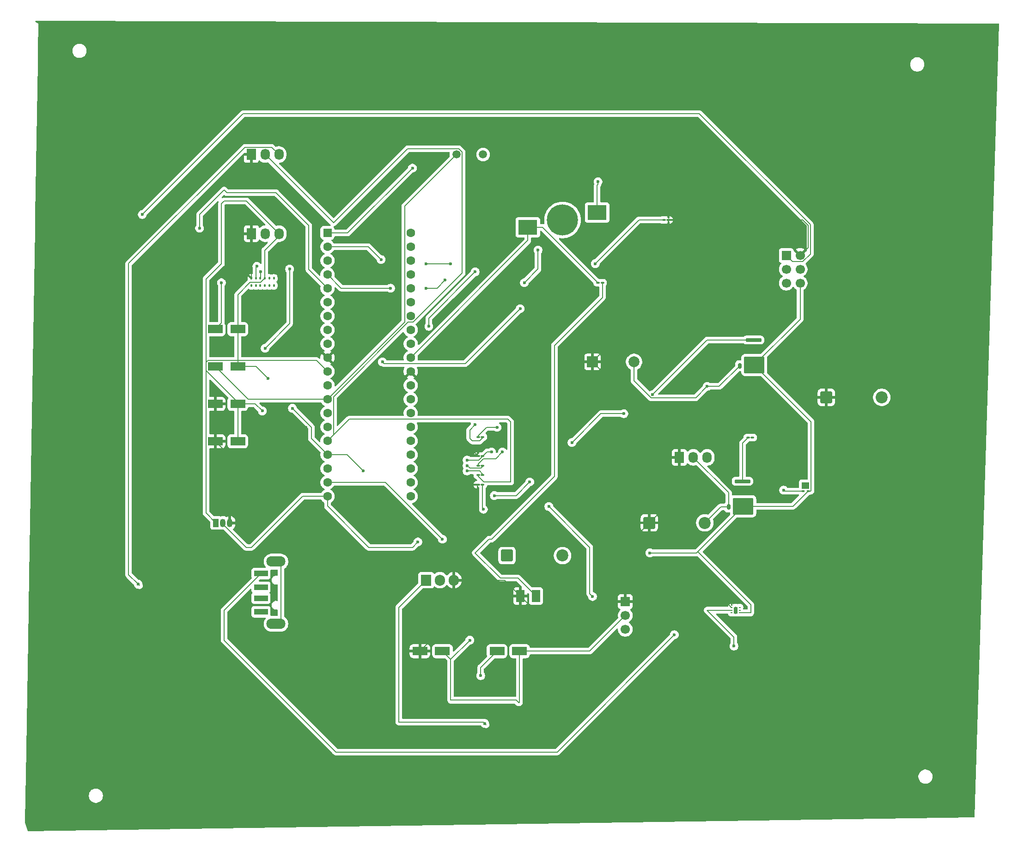
<source format=gbr>
%TF.GenerationSoftware,KiCad,Pcbnew,9.0.2*%
%TF.CreationDate,2025-05-15T00:42:04-04:00*%
%TF.ProjectId,ProjectScematic_PCBv2,50726f6a-6563-4745-9363-656d61746963,rev?*%
%TF.SameCoordinates,Original*%
%TF.FileFunction,Copper,L1,Top*%
%TF.FilePolarity,Positive*%
%FSLAX46Y46*%
G04 Gerber Fmt 4.6, Leading zero omitted, Abs format (unit mm)*
G04 Created by KiCad (PCBNEW 9.0.2) date 2025-05-15 00:42:04*
%MOMM*%
%LPD*%
G01*
G04 APERTURE LIST*
G04 Aperture macros list*
%AMRoundRect*
0 Rectangle with rounded corners*
0 $1 Rounding radius*
0 $2 $3 $4 $5 $6 $7 $8 $9 X,Y pos of 4 corners*
0 Add a 4 corners polygon primitive as box body*
4,1,4,$2,$3,$4,$5,$6,$7,$8,$9,$2,$3,0*
0 Add four circle primitives for the rounded corners*
1,1,$1+$1,$2,$3*
1,1,$1+$1,$4,$5*
1,1,$1+$1,$6,$7*
1,1,$1+$1,$8,$9*
0 Add four rect primitives between the rounded corners*
20,1,$1+$1,$2,$3,$4,$5,0*
20,1,$1+$1,$4,$5,$6,$7,0*
20,1,$1+$1,$6,$7,$8,$9,0*
20,1,$1+$1,$8,$9,$2,$3,0*%
%AMOutline5P*
0 Free polygon, 5 corners , with rotation*
0 The origin of the aperture is its center*
0 number of corners: always 5*
0 $1 to $10 corner X, Y*
0 $11 Rotation angle, in degrees counterclockwise*
0 create outline with 5 corners*
4,1,5,$1,$2,$3,$4,$5,$6,$7,$8,$9,$10,$1,$2,$11*%
%AMOutline6P*
0 Free polygon, 6 corners , with rotation*
0 The origin of the aperture is its center*
0 number of corners: always 6*
0 $1 to $12 corner X, Y*
0 $13 Rotation angle, in degrees counterclockwise*
0 create outline with 6 corners*
4,1,6,$1,$2,$3,$4,$5,$6,$7,$8,$9,$10,$11,$12,$1,$2,$13*%
%AMOutline7P*
0 Free polygon, 7 corners , with rotation*
0 The origin of the aperture is its center*
0 number of corners: always 7*
0 $1 to $14 corner X, Y*
0 $15 Rotation angle, in degrees counterclockwise*
0 create outline with 7 corners*
4,1,7,$1,$2,$3,$4,$5,$6,$7,$8,$9,$10,$11,$12,$13,$14,$1,$2,$15*%
%AMOutline8P*
0 Free polygon, 8 corners , with rotation*
0 The origin of the aperture is its center*
0 number of corners: always 8*
0 $1 to $16 corner X, Y*
0 $17 Rotation angle, in degrees counterclockwise*
0 create outline with 8 corners*
4,1,8,$1,$2,$3,$4,$5,$6,$7,$8,$9,$10,$11,$12,$13,$14,$15,$16,$1,$2,$17*%
%AMFreePoly0*
4,1,14,0.100000,0.600000,0.350000,0.600000,0.350000,-0.600000,0.100000,-0.600000,0.100000,-0.650000,-0.100000,-0.650000,-0.100000,-0.600000,-0.350000,-0.600000,-0.350000,0.450000,-0.200000,0.600000,-0.100000,0.600000,-0.100000,0.650000,0.100000,0.650000,0.100000,0.600000,0.100000,0.600000,$1*%
G04 Aperture macros list end*
%TA.AperFunction,SMDPad,CuDef*%
%ADD10Outline5P,-0.250000X0.175000X0.152000X0.175000X0.250000X0.077000X0.250000X-0.175000X-0.250000X-0.175000X270.000000*%
%TD*%
%TA.AperFunction,SMDPad,CuDef*%
%ADD11RoundRect,0.087500X-0.087500X0.162500X-0.087500X-0.162500X0.087500X-0.162500X0.087500X0.162500X0*%
%TD*%
%TA.AperFunction,SMDPad,CuDef*%
%ADD12RoundRect,0.062500X-0.112500X-0.062500X0.112500X-0.062500X0.112500X0.062500X-0.112500X0.062500X0*%
%TD*%
%TA.AperFunction,SMDPad,CuDef*%
%ADD13FreePoly0,0.000000*%
%TD*%
%TA.AperFunction,SMDPad,CuDef*%
%ADD14R,0.550000X0.380000*%
%TD*%
%TA.AperFunction,SMDPad,CuDef*%
%ADD15R,1.400000X1.200000*%
%TD*%
%TA.AperFunction,SMDPad,CuDef*%
%ADD16R,3.500000X2.700000*%
%TD*%
%TA.AperFunction,SMDPad,CuDef*%
%ADD17C,5.700000*%
%TD*%
%TA.AperFunction,SMDPad,CuDef*%
%ADD18RoundRect,0.250000X-1.137500X-0.550000X1.137500X-0.550000X1.137500X0.550000X-1.137500X0.550000X0*%
%TD*%
%TA.AperFunction,SMDPad,CuDef*%
%ADD19RoundRect,0.100000X-0.217500X-0.100000X0.217500X-0.100000X0.217500X0.100000X-0.217500X0.100000X0*%
%TD*%
%TA.AperFunction,ComponentPad*%
%ADD20RoundRect,0.249999X-0.850001X-0.850001X0.850001X-0.850001X0.850001X0.850001X-0.850001X0.850001X0*%
%TD*%
%TA.AperFunction,ComponentPad*%
%ADD21C,2.200000*%
%TD*%
%TA.AperFunction,ComponentPad*%
%ADD22R,1.700000X1.700000*%
%TD*%
%TA.AperFunction,ComponentPad*%
%ADD23C,1.700000*%
%TD*%
%TA.AperFunction,SMDPad,CuDef*%
%ADD24R,1.550000X2.200000*%
%TD*%
%TA.AperFunction,SMDPad,CuDef*%
%ADD25R,2.500000X1.100000*%
%TD*%
%TA.AperFunction,HeatsinkPad*%
%ADD26O,3.500000X1.900000*%
%TD*%
%TA.AperFunction,ComponentPad*%
%ADD27R,1.730000X2.030000*%
%TD*%
%TA.AperFunction,ComponentPad*%
%ADD28O,1.730000X2.030000*%
%TD*%
%TA.AperFunction,ComponentPad*%
%ADD29RoundRect,0.250000X-0.550000X-0.550000X0.550000X-0.550000X0.550000X0.550000X-0.550000X0.550000X0*%
%TD*%
%TA.AperFunction,ComponentPad*%
%ADD30C,1.600000*%
%TD*%
%TA.AperFunction,ComponentPad*%
%ADD31R,2.000000X2.000000*%
%TD*%
%TA.AperFunction,ComponentPad*%
%ADD32C,2.000000*%
%TD*%
%TA.AperFunction,ComponentPad*%
%ADD33R,1.905000X2.000000*%
%TD*%
%TA.AperFunction,ComponentPad*%
%ADD34O,1.905000X2.000000*%
%TD*%
%TA.AperFunction,SMDPad,CuDef*%
%ADD35RoundRect,0.150000X-1.315000X-0.150000X1.315000X-0.150000X1.315000X0.150000X-1.315000X0.150000X0*%
%TD*%
%TA.AperFunction,SMDPad,CuDef*%
%ADD36RoundRect,0.150000X-0.150000X-0.350000X0.150000X-0.350000X0.150000X0.350000X-0.150000X0.350000X0*%
%TD*%
%TA.AperFunction,SMDPad,CuDef*%
%ADD37RoundRect,0.250000X-1.630000X-1.285000X1.630000X-1.285000X1.630000X1.285000X-1.630000X1.285000X0*%
%TD*%
%TA.AperFunction,ComponentPad*%
%ADD38R,1.050000X1.500000*%
%TD*%
%TA.AperFunction,ComponentPad*%
%ADD39O,1.050000X1.500000*%
%TD*%
%TA.AperFunction,ComponentPad*%
%ADD40C,1.500000*%
%TD*%
%TA.AperFunction,ViaPad*%
%ADD41C,0.600000*%
%TD*%
%TA.AperFunction,Conductor*%
%ADD42C,0.200000*%
%TD*%
G04 APERTURE END LIST*
D10*
%TO.P,J1,1,Pin_1*%
%TO.N,+5V*%
X68000000Y-65690000D03*
D11*
%TO.P,J1,2,Pin_2*%
%TO.N,Net-(J1-Pin_2)*%
X68820000Y-65690000D03*
%TO.P,J1,3,Pin_3*%
%TO.N,Net-(J1-Pin_3)*%
X69640000Y-65690000D03*
%TO.P,J1,4,Pin_4*%
%TO.N,GND*%
X70460000Y-65690000D03*
%TO.P,J1,5*%
%TO.N,N/C*%
X71280000Y-65690000D03*
%TO.P,J1,6*%
X72100000Y-65690000D03*
%TO.P,J1,7*%
X72100000Y-67000000D03*
%TO.P,J1,8*%
X71280000Y-67000000D03*
%TO.P,J1,9*%
X70460000Y-67000000D03*
%TO.P,J1,10*%
X69640000Y-67000000D03*
%TO.P,J1,11*%
X68820000Y-67000000D03*
%TO.P,J1,12*%
X68000000Y-67000000D03*
%TD*%
D12*
%TO.P,RF1,1,VCC*%
%TO.N,+5V*%
X156000000Y-126000000D03*
%TO.P,RF1,2,DATA*%
%TO.N,Net-(U1-PD5)*%
X156000000Y-126500000D03*
%TO.P,RF1,3,DATA*%
%TO.N,unconnected-(RF1-DATA-Pad3)*%
X156000000Y-127000000D03*
%TO.P,RF1,4,GND*%
%TO.N,GND*%
X157450000Y-127000000D03*
%TO.P,RF1,5*%
%TO.N,N/C*%
X157450000Y-126500000D03*
%TO.P,RF1,6*%
X157450000Y-126000000D03*
D13*
%TO.P,RF1,7*%
X156725000Y-126500000D03*
%TD*%
D14*
%TO.P,DIO3,1,K*%
%TO.N,GND*%
X169980000Y-104692500D03*
%TO.P,DIO3,2,A*%
%TO.N,Net-(DIO3-A)*%
X169080000Y-104692500D03*
D15*
%TO.P,DIO3,3*%
%TO.N,N/C*%
X169530000Y-103652500D03*
%TD*%
D16*
%TO.P,D4,1,K*%
%TO.N,GND*%
X118650000Y-56350000D03*
%TO.P,D4,2,A*%
%TO.N,Net-(D4-A)*%
X131350000Y-53650000D03*
D17*
%TO.P,D4,3*%
%TO.N,N/C*%
X125000000Y-55000000D03*
%TD*%
D18*
%TO.P,C1,1*%
%TO.N,Net-(D1-K)*%
X113000000Y-134000000D03*
%TO.P,C1,2*%
%TO.N,GND*%
X117125000Y-134000000D03*
%TD*%
D19*
%TO.P,R1,1*%
%TO.N,GND*%
X131500000Y-66500000D03*
%TO.P,R1,2*%
%TO.N,Net-(D2-K)*%
X132315000Y-66500000D03*
%TD*%
D20*
%TO.P,D5,1,K*%
%TO.N,+5V*%
X140920000Y-110492500D03*
D21*
%TO.P,D5,2,A*%
%TO.N,Net-(D5-A)*%
X151080000Y-110492500D03*
%TD*%
D18*
%TO.P,C5,1*%
%TO.N,+5V*%
X61375000Y-88700000D03*
%TO.P,C5,2*%
%TO.N,GND*%
X65500000Y-88700000D03*
%TD*%
D19*
%TO.P,R6,1*%
%TO.N,Net-(PIRSENSOR2-Pin_2)*%
X109525000Y-101750000D03*
%TO.P,R6,2*%
%TO.N,Net-(PIRSENSOR2-Pin_3)*%
X110340000Y-101750000D03*
%TD*%
D18*
%TO.P,C3,1*%
%TO.N,Net-(U1-XTAL2)*%
X61375000Y-75000000D03*
%TO.P,C3,2*%
%TO.N,GND*%
X65500000Y-75000000D03*
%TD*%
%TO.P,C2,1*%
%TO.N,+5V*%
X98875000Y-134000000D03*
%TO.P,C2,2*%
%TO.N,GND*%
X103000000Y-134000000D03*
%TD*%
D22*
%TO.P,J2,1,MISO*%
%TO.N,Net-(J2-MISO)*%
X166000000Y-61500000D03*
D23*
%TO.P,J2,2,VCC*%
%TO.N,+5V*%
X168540000Y-61500000D03*
%TO.P,J2,3,SCK*%
%TO.N,Net-(J2-SCK)*%
X166000000Y-64040000D03*
%TO.P,J2,4,MOSI*%
%TO.N,Net-(J2-MOSI)*%
X168540000Y-64040000D03*
%TO.P,J2,5,~{RST}*%
%TO.N,RESET*%
X166000000Y-66580000D03*
%TO.P,J2,6,GND*%
%TO.N,GND*%
X168540000Y-66580000D03*
%TD*%
D19*
%TO.P,R7,1*%
%TO.N,+5V*%
X109525000Y-103500000D03*
%TO.P,R7,2*%
%TO.N,Net-(AmbientTEMPSENSOR1-DQ)*%
X110340000Y-103500000D03*
%TD*%
%TO.P,R5,1*%
%TO.N,GND*%
X109525000Y-100000000D03*
%TO.P,R5,2*%
%TO.N,Net-(PIRSENSOR1-Pin_2)*%
X110340000Y-100000000D03*
%TD*%
D24*
%TO.P,D2,1,K*%
%TO.N,Net-(D2-K)*%
X120130000Y-123927500D03*
%TO.P,D2,2,A*%
%TO.N,+5V*%
X117280000Y-123927500D03*
%TD*%
D18*
%TO.P,C4,1*%
%TO.N,Net-(U1-XTAL1)*%
X61375000Y-81850000D03*
%TO.P,C4,2*%
%TO.N,GND*%
X65500000Y-81850000D03*
%TD*%
D22*
%TO.P,DHT11-TEMP&HUMD1,1,Pin_1*%
%TO.N,+5V*%
X136500000Y-124920000D03*
D23*
%TO.P,DHT11-TEMP&HUMD1,2,Pin_2*%
%TO.N,GND*%
X136500000Y-127460000D03*
%TO.P,DHT11-TEMP&HUMD1,3,Pin_3*%
%TO.N,Net-(DHT11-TEMP&HUMD1-Pin_3)*%
X136500000Y-130000000D03*
%TD*%
D25*
%TO.P,J3,1,VBUS*%
%TO.N,Net-(D1-A)*%
X69750000Y-119800000D03*
%TO.P,J3,2,D-*%
%TO.N,unconnected-(J3-D--Pad2)*%
X69750000Y-122300000D03*
%TO.P,J3,3,D+*%
%TO.N,unconnected-(J3-D+-Pad3)*%
X69750000Y-124300000D03*
%TO.P,J3,4,GND*%
%TO.N,unconnected-(J3-GND-Pad4)*%
X69750000Y-126800000D03*
D26*
%TO.P,J3,5,Shield*%
%TO.N,unconnected-(J3-Shield-Pad5)*%
X72500000Y-117600000D03*
X72500000Y-129000000D03*
%TD*%
D27*
%TO.P,M1,1,+*%
%TO.N,+5V*%
X146420000Y-98500000D03*
D28*
%TO.P,M1,2,-*%
%TO.N,Net-(D5-A)*%
X148960000Y-98500000D03*
%TO.P,M1,3*%
%TO.N,N/C*%
X151500000Y-98500000D03*
%TD*%
D29*
%TO.P,U1,1,PB0*%
%TO.N,Net-(D4-A)*%
X81937500Y-57362500D03*
D30*
%TO.P,U1,2,PB1*%
%TO.N,Net-(DIO3-A)*%
X81937500Y-59902500D03*
%TO.P,U1,3,PB2*%
%TO.N,Net-(U1-PB2)*%
X81937500Y-62442500D03*
%TO.P,U1,4,PB3*%
%TO.N,Net-(J2-MOSI)*%
X81937500Y-64982500D03*
%TO.P,U1,5,PB4*%
%TO.N,Net-(J2-MISO)*%
X81937500Y-67522500D03*
%TO.P,U1,6,PB5*%
%TO.N,Net-(J2-SCK)*%
X81937500Y-70062500D03*
%TO.P,U1,7,PB6*%
%TO.N,unconnected-(U1-PB6-Pad7)*%
X81937500Y-72602500D03*
%TO.P,U1,8,PB7*%
%TO.N,unconnected-(U1-PB7-Pad8)*%
X81937500Y-75142500D03*
%TO.P,U1,9,~{RESET}*%
%TO.N,Net-(U1-~{RESET})*%
X81937500Y-77682500D03*
%TO.P,U1,10,VCC*%
%TO.N,+5V*%
X81937500Y-80222500D03*
%TO.P,U1,11,GND*%
%TO.N,GND*%
X81937500Y-82762500D03*
%TO.P,U1,12,XTAL2*%
%TO.N,Net-(U1-XTAL2)*%
X81937500Y-85302500D03*
%TO.P,U1,13,XTAL1*%
%TO.N,Net-(U1-XTAL1)*%
X81937500Y-87842500D03*
%TO.P,U1,14,PD0*%
%TO.N,Net-(J1-Pin_2)*%
X81937500Y-90382500D03*
%TO.P,U1,15,PD1*%
%TO.N,Net-(J1-Pin_3)*%
X81937500Y-92922500D03*
%TO.P,U1,16,PD2*%
%TO.N,Net-(PIRSENSOR2-Pin_2)*%
X81937500Y-95462500D03*
%TO.P,U1,17,PD3*%
%TO.N,Net-(PIRSENSOR1-Pin_2)*%
X81937500Y-98002500D03*
%TO.P,U1,18,PD4*%
%TO.N,Net-(DHT11-TEMP&HUMD1-Pin_3)*%
X81937500Y-100542500D03*
%TO.P,U1,19,PD5*%
%TO.N,Net-(U1-PD5)*%
X81937500Y-103082500D03*
%TO.P,U1,20,PD6*%
%TO.N,Net-(AmbientTEMPSENSOR1-DQ)*%
X81937500Y-105622500D03*
%TO.P,U1,21,PD7*%
%TO.N,unconnected-(U1-PD7-Pad21)*%
X97177500Y-105622500D03*
%TO.P,U1,22,PC0*%
%TO.N,unconnected-(U1-PC0-Pad22)*%
X97177500Y-103082500D03*
%TO.P,U1,23,PC1*%
%TO.N,unconnected-(U1-PC1-Pad23)*%
X97177500Y-100542500D03*
%TO.P,U1,24,PC2*%
%TO.N,unconnected-(U1-PC2-Pad24)*%
X97177500Y-98002500D03*
%TO.P,U1,25,PC3*%
%TO.N,unconnected-(U1-PC3-Pad25)*%
X97177500Y-95462500D03*
%TO.P,U1,26,PC4*%
%TO.N,unconnected-(U1-PC4-Pad26)*%
X97177500Y-92922500D03*
%TO.P,U1,27,PC5*%
%TO.N,unconnected-(U1-PC5-Pad27)*%
X97177500Y-90382500D03*
%TO.P,U1,28,PC6*%
%TO.N,unconnected-(U1-PC6-Pad28)*%
X97177500Y-87842500D03*
%TO.P,U1,29,PC7*%
%TO.N,unconnected-(U1-PC7-Pad29)*%
X97177500Y-85302500D03*
%TO.P,U1,30,AVCC*%
%TO.N,+5V*%
X97177500Y-82762500D03*
%TO.P,U1,31,GND*%
%TO.N,GND*%
X97177500Y-80222500D03*
%TO.P,U1,32,AREF*%
%TO.N,unconnected-(U1-AREF-Pad32)*%
X97177500Y-77682500D03*
%TO.P,U1,33,PA7*%
%TO.N,unconnected-(U1-PA7-Pad33)*%
X97177500Y-75142500D03*
%TO.P,U1,34,PA6*%
%TO.N,unconnected-(U1-PA6-Pad34)*%
X97177500Y-72602500D03*
%TO.P,U1,35,PA5*%
%TO.N,unconnected-(U1-PA5-Pad35)*%
X97177500Y-70062500D03*
%TO.P,U1,36,PA4*%
%TO.N,unconnected-(U1-PA4-Pad36)*%
X97177500Y-67522500D03*
%TO.P,U1,37,PA3*%
%TO.N,unconnected-(U1-PA3-Pad37)*%
X97177500Y-64982500D03*
%TO.P,U1,38,PA2*%
%TO.N,unconnected-(U1-PA2-Pad38)*%
X97177500Y-62442500D03*
%TO.P,U1,39,PA1*%
%TO.N,unconnected-(U1-PA1-Pad39)*%
X97177500Y-59902500D03*
%TO.P,U1,40,PA0*%
%TO.N,unconnected-(U1-PA0-Pad40)*%
X97177500Y-57362500D03*
%TD*%
D31*
%TO.P,BZ1,1,+*%
%TO.N,+5V*%
X130500000Y-81000000D03*
D32*
%TO.P,BZ1,2,-*%
%TO.N,Net-(BZ1--)*%
X138100000Y-81000000D03*
%TD*%
D19*
%TO.P,R4,1*%
%TO.N,+5V*%
X109525000Y-98250000D03*
%TO.P,R4,2*%
%TO.N,Net-(DHT11-TEMP&HUMD1-Pin_3)*%
X110340000Y-98250000D03*
%TD*%
D33*
%TO.P,U2,1,VI*%
%TO.N,Net-(D1-K)*%
X100000000Y-121000000D03*
D34*
%TO.P,U2,2,GND*%
%TO.N,GND*%
X102540000Y-121000000D03*
%TO.P,U2,3,VO*%
%TO.N,+5V*%
X105080000Y-121000000D03*
%TD*%
D27*
%TO.P,PIRSENSOR1,1,Pin_1*%
%TO.N,+5V*%
X68000000Y-57500000D03*
D28*
%TO.P,PIRSENSOR1,2,Pin_2*%
%TO.N,Net-(PIRSENSOR1-Pin_2)*%
X70540000Y-57500000D03*
%TO.P,PIRSENSOR1,3,Pin_3*%
%TO.N,GND*%
X73080000Y-57500000D03*
%TD*%
D18*
%TO.P,C6,1*%
%TO.N,+5V*%
X61375000Y-95550000D03*
%TO.P,C6,2*%
%TO.N,GND*%
X65500000Y-95550000D03*
%TD*%
D35*
%TO.P,Q1,1,B*%
%TO.N,Net-(Q1-B)*%
X160000000Y-77000000D03*
D36*
%TO.P,Q1,2,C*%
%TO.N,Net-(BZ1--)*%
X157460000Y-81720000D03*
D37*
%TO.P,Q1,3,E*%
%TO.N,GND*%
X160140000Y-81580000D03*
%TD*%
D19*
%TO.P,R2,1*%
%TO.N,Net-(Q1-B)*%
X109525000Y-94750000D03*
%TO.P,R2,2*%
%TO.N,Net-(U1-PB2)*%
X110340000Y-94750000D03*
%TD*%
%TO.P,R8,1*%
%TO.N,Net-(Q2-B)*%
X158995000Y-94875000D03*
%TO.P,R8,2*%
%TO.N,PD7*%
X159810000Y-94875000D03*
%TD*%
D38*
%TO.P,AmbientTEMPSENSOR1,1,GND*%
%TO.N,GND*%
X61500000Y-110500000D03*
D39*
%TO.P,AmbientTEMPSENSOR1,2,DQ*%
%TO.N,Net-(AmbientTEMPSENSOR1-DQ)*%
X62770000Y-110500000D03*
%TO.P,AmbientTEMPSENSOR1,3,V_{DD}*%
%TO.N,+5V*%
X64040000Y-110500000D03*
%TD*%
D19*
%TO.P,R3,1*%
%TO.N,Net-(U1-~{RESET})*%
X143557500Y-54987500D03*
%TO.P,R3,2*%
%TO.N,+5V*%
X144372500Y-54987500D03*
%TD*%
D20*
%TO.P,D1,1,K*%
%TO.N,Net-(D1-K)*%
X114840000Y-116500000D03*
D21*
%TO.P,D1,2,A*%
%TO.N,Net-(D1-A)*%
X125000000Y-116500000D03*
%TD*%
D40*
%TO.P,16MHz1,1,1*%
%TO.N,Net-(U1-XTAL1)*%
X105560000Y-43000000D03*
%TO.P,16MHz1,2,2*%
%TO.N,Net-(U1-XTAL2)*%
X110440000Y-43000000D03*
%TD*%
D27*
%TO.P,PIRSENSOR2,1,Pin_1*%
%TO.N,+5V*%
X67960000Y-43000000D03*
D28*
%TO.P,PIRSENSOR2,2,Pin_2*%
%TO.N,Net-(PIRSENSOR2-Pin_2)*%
X70500000Y-43000000D03*
%TO.P,PIRSENSOR2,3,Pin_3*%
%TO.N,Net-(PIRSENSOR2-Pin_3)*%
X73040000Y-43000000D03*
%TD*%
D35*
%TO.P,Q2,1,B*%
%TO.N,Net-(Q2-B)*%
X157970000Y-102875000D03*
D36*
%TO.P,Q2,2,C*%
%TO.N,Net-(D5-A)*%
X155430000Y-107595000D03*
D37*
%TO.P,Q2,3,E*%
%TO.N,GND*%
X158110000Y-107455000D03*
%TD*%
D20*
%TO.P,D3,1,K*%
%TO.N,+5V*%
X173340000Y-87500000D03*
D21*
%TO.P,D3,2,A*%
%TO.N,Net-(BZ1--)*%
X183500000Y-87500000D03*
%TD*%
D41*
%TO.N,Net-(DHT11-TEMP&HUMD1-Pin_3)*%
X130500000Y-124000000D03*
X122500000Y-107500000D03*
X119000000Y-103000000D03*
X112500000Y-105500000D03*
X112000000Y-97500000D03*
%TO.N,Net-(U1-~{RESET})*%
X92000000Y-81000000D03*
X117250000Y-71250000D03*
X131000000Y-63000000D03*
%TO.N,Net-(J2-SCK)*%
X100500000Y-74500000D03*
X109000000Y-64500000D03*
X118000000Y-66500000D03*
X120500000Y-60500000D03*
%TO.N,Net-(J2-MISO)*%
X58500000Y-56500000D03*
X48000000Y-54000000D03*
%TO.N,Net-(BZ1--)*%
X151500000Y-85500000D03*
%TO.N,Net-(J2-MOSI)*%
X103500000Y-66000000D03*
X100000000Y-67500000D03*
X93500000Y-67500000D03*
%TO.N,Net-(U1-PB2)*%
X109000000Y-92500000D03*
%TO.N,Net-(Q1-B)*%
X113000000Y-93000000D03*
X126726035Y-95773966D03*
X136239961Y-90500000D03*
X141500000Y-87000000D03*
%TO.N,Net-(DIO3-A)*%
X165500000Y-104500000D03*
X104500000Y-63000000D03*
X100000000Y-63000000D03*
X91749971Y-62249972D03*
%TO.N,Net-(J1-Pin_3)*%
X69672266Y-64500000D03*
%TO.N,Net-(J1-Pin_2)*%
X69000000Y-63500000D03*
%TO.N,Net-(PIRSENSOR1-Pin_2)*%
X75000000Y-64000000D03*
X70500000Y-78500000D03*
X75500000Y-89500000D03*
X88500000Y-101000000D03*
X107500000Y-100000000D03*
%TO.N,Net-(DHT11-TEMP&HUMD1-Pin_3)*%
X107500000Y-99000000D03*
%TO.N,GND*%
X141000000Y-116000000D03*
%TO.N,Net-(D4-A)*%
X131500000Y-48000000D03*
X97500000Y-45500000D03*
%TO.N,Net-(PIRSENSOR2-Pin_3)*%
X107500000Y-101000000D03*
X47250000Y-121750000D03*
%TO.N,Net-(D1-A)*%
X145500000Y-131000000D03*
%TO.N,Net-(D1-K)*%
X110000000Y-138500000D03*
X110750000Y-147250000D03*
%TO.N,GND*%
X108000000Y-132000000D03*
X114000000Y-97500000D03*
%TO.N,Net-(U1-PD5)*%
X156416051Y-133083949D03*
X103000000Y-113500000D03*
%TO.N,Net-(AmbientTEMPSENSOR1-DQ)*%
X110500000Y-108000000D03*
X98500000Y-114000000D03*
%TO.N,+5V*%
X107000000Y-95000000D03*
X64500000Y-64000000D03*
%TO.N,Net-(U1-XTAL2)*%
X62500000Y-66500000D03*
%TO.N,GND*%
X70000000Y-90000000D03*
X71000000Y-84000000D03*
%TO.N,+5V*%
X78000000Y-93000000D03*
%TD*%
D42*
%TO.N,unconnected-(J3-Shield-Pad5)*%
X73401000Y-118501000D02*
X73401000Y-128099000D01*
X72500000Y-117600000D02*
X73401000Y-118501000D01*
X73401000Y-128099000D02*
X72500000Y-129000000D01*
%TO.N,Net-(DHT11-TEMP&HUMD1-Pin_3)*%
X130000000Y-123500000D02*
X130500000Y-124000000D01*
X130000000Y-117000000D02*
X130000000Y-123500000D01*
X130000000Y-115000000D02*
X130000000Y-117000000D01*
X122500000Y-107500000D02*
X130000000Y-115000000D01*
X116500000Y-105500000D02*
X119000000Y-103000000D01*
X112500000Y-105500000D02*
X116500000Y-105500000D01*
X111162370Y-97500000D02*
X112000000Y-97500000D01*
X109662370Y-99000000D02*
X111162370Y-97500000D01*
%TO.N,Net-(U1-~{RESET})*%
X92323500Y-81323500D02*
X92000000Y-81000000D01*
X107176500Y-81323500D02*
X92323500Y-81323500D01*
X117250000Y-71250000D02*
X107176500Y-81323500D01*
X139012500Y-54987500D02*
X131000000Y-63000000D01*
X143557500Y-54987500D02*
X139012500Y-54987500D01*
%TO.N,Net-(J2-SCK)*%
X100500000Y-73000000D02*
X100500000Y-74500000D01*
X109000000Y-64500000D02*
X100500000Y-73000000D01*
X120500000Y-64000000D02*
X118000000Y-66500000D01*
X120500000Y-60500000D02*
X120500000Y-64000000D01*
%TO.N,Net-(J2-MISO)*%
X78500000Y-56000000D02*
X78500000Y-64085000D01*
X72500000Y-50000000D02*
X78500000Y-56000000D01*
X63500000Y-50000000D02*
X72500000Y-50000000D01*
X63000000Y-49500000D02*
X63500000Y-50000000D01*
X58500000Y-54000000D02*
X63000000Y-49500000D01*
X58500000Y-56500000D02*
X58500000Y-54000000D01*
X78500000Y-64085000D02*
X81937500Y-67522500D01*
X77000000Y-35500000D02*
X66500000Y-35500000D01*
X170401000Y-55833900D02*
X150067100Y-35500000D01*
X150067100Y-35500000D02*
X77000000Y-35500000D01*
X66500000Y-35500000D02*
X48000000Y-54000000D01*
X170401000Y-61266760D02*
X170401000Y-55833900D01*
X166000000Y-61500000D02*
X167151000Y-62651000D01*
X167151000Y-62651000D02*
X169016760Y-62651000D01*
X169016760Y-62651000D02*
X170401000Y-61266760D01*
%TO.N,Net-(BZ1--)*%
X138100000Y-84449943D02*
X138100000Y-81000000D01*
X149399000Y-87601000D02*
X141251057Y-87601000D01*
X141251057Y-87601000D02*
X138100000Y-84449943D01*
X151500000Y-85500000D02*
X149399000Y-87601000D01*
X153680000Y-85500000D02*
X157460000Y-81720000D01*
X151500000Y-85500000D02*
X153680000Y-85500000D01*
%TO.N,Net-(J2-MOSI)*%
X100000000Y-67500000D02*
X102000000Y-67500000D01*
X102000000Y-67500000D02*
X103500000Y-66000000D01*
X84455000Y-67500000D02*
X93500000Y-67500000D01*
X81937500Y-64982500D02*
X84455000Y-67500000D01*
%TO.N,Net-(U1-PB2)*%
X108000000Y-93500000D02*
X109000000Y-92500000D01*
X108000000Y-95000000D02*
X108000000Y-93500000D01*
X108500000Y-95500000D02*
X108000000Y-95000000D01*
X110340000Y-94750000D02*
X110340000Y-94949999D01*
X110340000Y-94949999D02*
X109789999Y-95500000D01*
X109789999Y-95500000D02*
X108500000Y-95500000D01*
%TO.N,Net-(Q1-B)*%
X109525000Y-94550001D02*
X109525000Y-94750000D01*
X113000000Y-93000000D02*
X111075001Y-93000000D01*
X111075001Y-93000000D02*
X109525000Y-94550001D01*
X136239961Y-90500000D02*
X132000000Y-90500000D01*
X132000000Y-90500000D02*
X126726035Y-95773966D01*
X151500000Y-77000000D02*
X141500000Y-87000000D01*
X160000000Y-77000000D02*
X151500000Y-77000000D01*
%TO.N,Net-(D5-A)*%
X155430000Y-107595000D02*
X153977500Y-107595000D01*
X153977500Y-107595000D02*
X151080000Y-110492500D01*
X155430000Y-104970000D02*
X148960000Y-98500000D01*
X155430000Y-107595000D02*
X155430000Y-104970000D01*
%TO.N,Net-(Q2-B)*%
X157970000Y-95900000D02*
X157970000Y-102875000D01*
X158995000Y-94875000D02*
X157970000Y-95900000D01*
%TO.N,GND*%
X159500000Y-125500000D02*
X159500000Y-127000000D01*
X149782500Y-115782500D02*
X159500000Y-125500000D01*
X149782500Y-115782500D02*
X149565000Y-116000000D01*
X159500000Y-127000000D02*
X157450000Y-127000000D01*
X168540000Y-73180000D02*
X168540000Y-66580000D01*
X160140000Y-81580000D02*
X168540000Y-73180000D01*
X170531000Y-91971000D02*
X160140000Y-81580000D01*
X170531000Y-104616500D02*
X170531000Y-91971000D01*
X170455000Y-104692500D02*
X170531000Y-104616500D01*
X169980000Y-104692500D02*
X170455000Y-104692500D01*
X167217500Y-107455000D02*
X169980000Y-104692500D01*
X158110000Y-107455000D02*
X167217500Y-107455000D01*
%TO.N,Net-(DIO3-A)*%
X165692500Y-104692500D02*
X169080000Y-104692500D01*
X165500000Y-104500000D02*
X165692500Y-104692500D01*
X100000000Y-63000000D02*
X104500000Y-63000000D01*
X89402500Y-59902500D02*
X91749971Y-62249972D01*
X81937500Y-59902500D02*
X89402500Y-59902500D01*
%TO.N,Net-(J1-Pin_3)*%
X69672266Y-64500000D02*
X69672266Y-65657734D01*
X69672266Y-65657734D02*
X69640000Y-65690000D01*
%TO.N,Net-(J1-Pin_2)*%
X68820000Y-63680000D02*
X69000000Y-63500000D01*
X68820000Y-65690000D02*
X68820000Y-63680000D01*
%TO.N,Net-(PIRSENSOR1-Pin_2)*%
X75000000Y-74000000D02*
X75000000Y-64000000D01*
X70500000Y-78500000D02*
X75000000Y-74000000D01*
X79000000Y-93000000D02*
X75500000Y-89500000D01*
X79000000Y-95065000D02*
X79000000Y-93000000D01*
X81937500Y-98002500D02*
X79000000Y-95065000D01*
X85502500Y-98002500D02*
X81937500Y-98002500D01*
X88500000Y-101000000D02*
X85502500Y-98002500D01*
X108000000Y-100500000D02*
X107500000Y-100000000D01*
X110039999Y-100500000D02*
X108000000Y-100500000D01*
X110340000Y-100199999D02*
X110039999Y-100500000D01*
X110340000Y-100000000D02*
X110340000Y-100199999D01*
%TO.N,Net-(DHT11-TEMP&HUMD1-Pin_3)*%
X109662370Y-99000000D02*
X107500000Y-99000000D01*
X110340000Y-98322370D02*
X109662370Y-99000000D01*
X110340000Y-98250000D02*
X110340000Y-98322370D01*
%TO.N,GND*%
X149565000Y-116000000D02*
X141000000Y-116000000D01*
X158110000Y-107455000D02*
X149782500Y-115782500D01*
X118650000Y-58750000D02*
X97177500Y-80222500D01*
X118650000Y-56350000D02*
X118650000Y-58750000D01*
X121350000Y-56350000D02*
X131500000Y-66500000D01*
X118650000Y-56350000D02*
X121350000Y-56350000D01*
%TO.N,Net-(D4-A)*%
X131350000Y-48650000D02*
X131350000Y-53650000D01*
X131500000Y-48500000D02*
X131350000Y-48650000D01*
X131500000Y-48000000D02*
X131500000Y-48500000D01*
X85637500Y-57362500D02*
X97500000Y-45500000D01*
X81937500Y-57362500D02*
X85637500Y-57362500D01*
%TO.N,Net-(PIRSENSOR2-Pin_3)*%
X110340000Y-101550001D02*
X110340000Y-101750000D01*
X109789999Y-101000000D02*
X110340000Y-101550001D01*
X107500000Y-101000000D02*
X109789999Y-101000000D01*
X47250000Y-121750000D02*
X47500000Y-122000000D01*
X45500000Y-107500000D02*
X45500000Y-120000000D01*
X45500000Y-120000000D02*
X47250000Y-121750000D01*
X45500000Y-62978000D02*
X45500000Y-82500000D01*
X45500000Y-82500000D02*
X45500000Y-107500000D01*
X66794000Y-41684000D02*
X45500000Y-62978000D01*
X71724000Y-41684000D02*
X66794000Y-41684000D01*
X73040000Y-43000000D02*
X71724000Y-41684000D01*
%TO.N,Net-(D2-K)*%
X132315000Y-69185000D02*
X132315000Y-66500000D01*
X123500000Y-78000000D02*
X132315000Y-69185000D01*
X111500000Y-113500000D02*
X112000000Y-113500000D01*
X112000000Y-113500000D02*
X123500000Y-102000000D01*
X109000000Y-116000000D02*
X111500000Y-113500000D01*
X113599000Y-120599000D02*
X109000000Y-116000000D01*
X116801500Y-120599000D02*
X113599000Y-120599000D01*
X123500000Y-102000000D02*
X123500000Y-78000000D01*
X120130000Y-123927500D02*
X116801500Y-120599000D01*
%TO.N,Net-(D1-A)*%
X124000000Y-152500000D02*
X145500000Y-131000000D01*
X123500000Y-152500000D02*
X124000000Y-152500000D01*
X83500000Y-152500000D02*
X123500000Y-152500000D01*
X63000000Y-132000000D02*
X83500000Y-152500000D01*
X63000000Y-126550000D02*
X63000000Y-132000000D01*
X69750000Y-119800000D02*
X63000000Y-126550000D01*
%TO.N,Net-(D1-K)*%
X110000000Y-137000000D02*
X113000000Y-134000000D01*
X110000000Y-138500000D02*
X110000000Y-137000000D01*
X110750000Y-147250000D02*
X111000000Y-147500000D01*
X110500000Y-147000000D02*
X110750000Y-147250000D01*
X95000000Y-147000000D02*
X110500000Y-147000000D01*
X100000000Y-121000000D02*
X95000000Y-126000000D01*
X95000000Y-126000000D02*
X95000000Y-147000000D01*
%TO.N,GND*%
X108000000Y-132000000D02*
X104500000Y-135500000D01*
X112749000Y-98751000D02*
X114000000Y-97500000D01*
X110500000Y-98751000D02*
X112749000Y-98751000D01*
X109525000Y-99726000D02*
X110500000Y-98751000D01*
X109525000Y-100000000D02*
X109525000Y-99726000D01*
%TO.N,Net-(PIRSENSOR2-Pin_2)*%
X109525000Y-101949999D02*
X109525000Y-101750000D01*
X115500000Y-103000000D02*
X110575001Y-103000000D01*
X115500000Y-92000000D02*
X115500000Y-103000000D01*
X85900000Y-91500000D02*
X115000000Y-91500000D01*
X110575001Y-103000000D02*
X109525000Y-101949999D01*
X83038500Y-94361500D02*
X85900000Y-91500000D01*
X115000000Y-91500000D02*
X115500000Y-92000000D01*
X83038500Y-87386450D02*
X83038500Y-94361500D01*
X83038500Y-94361500D02*
X81937500Y-95462500D01*
X96721450Y-73703500D02*
X83038500Y-87386450D01*
X97633550Y-73703500D02*
X96721450Y-73703500D01*
X106611000Y-64726050D02*
X97633550Y-73703500D01*
X106611000Y-42564661D02*
X106611000Y-64726050D01*
X105995339Y-41949000D02*
X106611000Y-42564661D01*
X96628000Y-41949000D02*
X105995339Y-41949000D01*
X83038500Y-55538500D02*
X96628000Y-41949000D01*
X70500000Y-43000000D02*
X83038500Y-55538500D01*
%TO.N,Net-(U1-PD5)*%
X151500000Y-126500000D02*
X156000000Y-126500000D01*
X156416051Y-131416051D02*
X151500000Y-126500000D01*
X156416051Y-133083949D02*
X156416051Y-131416051D01*
X92582500Y-103082500D02*
X103000000Y-113500000D01*
X81937500Y-103082500D02*
X92582500Y-103082500D01*
%TO.N,Net-(AmbientTEMPSENSOR1-DQ)*%
X110340000Y-107840000D02*
X110340000Y-103500000D01*
X110500000Y-108000000D02*
X110340000Y-107840000D01*
X97500000Y-115000000D02*
X98500000Y-114000000D01*
X89500000Y-115000000D02*
X97500000Y-115000000D01*
X81937500Y-107437500D02*
X89500000Y-115000000D01*
X81937500Y-105622500D02*
X81937500Y-107437500D01*
X77377500Y-105622500D02*
X81937500Y-105622500D01*
X67045000Y-115000000D02*
X68000000Y-115000000D01*
X68000000Y-115000000D02*
X77377500Y-105622500D01*
X62770000Y-110725000D02*
X67045000Y-115000000D01*
X62770000Y-110500000D02*
X62770000Y-110725000D01*
%TO.N,+5V*%
X169000000Y-55000000D02*
X170000000Y-56000000D01*
X161000000Y-55000000D02*
X169000000Y-55000000D01*
X170000000Y-56000000D02*
X170000000Y-60040000D01*
X148872500Y-67127500D02*
X161000000Y-55000000D01*
X170000000Y-60040000D02*
X168540000Y-61500000D01*
X144372500Y-67127500D02*
X148872500Y-67127500D01*
X130500000Y-81000000D02*
X144372500Y-67127500D01*
X144372500Y-67127500D02*
X144372500Y-54987500D01*
X146420000Y-96920000D02*
X130500000Y-81000000D01*
X146420000Y-98500000D02*
X146420000Y-96920000D01*
X146420000Y-104992500D02*
X140920000Y-110492500D01*
X146420000Y-98500000D02*
X146420000Y-104992500D01*
X136500000Y-114912500D02*
X140920000Y-110492500D01*
X136500000Y-124920000D02*
X136500000Y-114912500D01*
X154920000Y-124920000D02*
X156000000Y-126000000D01*
X136500000Y-124920000D02*
X154920000Y-124920000D01*
X132580000Y-124920000D02*
X136500000Y-124920000D01*
X127500000Y-130000000D02*
X132580000Y-124920000D01*
X117280000Y-123927500D02*
X123352500Y-130000000D01*
X123352500Y-130000000D02*
X127500000Y-130000000D01*
%TO.N,GND*%
X116500000Y-143000000D02*
X104500000Y-143000000D01*
X104500000Y-135500000D02*
X103000000Y-134000000D01*
X117000000Y-143500000D02*
X116500000Y-143000000D01*
X117125000Y-143375000D02*
X117000000Y-143500000D01*
X117125000Y-134000000D02*
X117125000Y-143375000D01*
X104500000Y-143000000D02*
X104500000Y-135500000D01*
X129960000Y-134000000D02*
X136500000Y-127460000D01*
X117125000Y-134000000D02*
X129960000Y-134000000D01*
%TO.N,+5V*%
X114352500Y-121000000D02*
X117280000Y-123927500D01*
X105080000Y-121000000D02*
X114352500Y-121000000D01*
X105080000Y-127795000D02*
X98875000Y-134000000D01*
X105080000Y-121000000D02*
X105080000Y-127795000D01*
X105080000Y-105920000D02*
X105080000Y-121000000D01*
X106000000Y-105000000D02*
X105080000Y-105920000D01*
X106000000Y-104500000D02*
X106000000Y-105000000D01*
X107000000Y-103500000D02*
X109525000Y-103500000D01*
X106000000Y-100500000D02*
X106000000Y-104500000D01*
X103500000Y-98000000D02*
X106000000Y-100500000D01*
X109275000Y-98000000D02*
X103500000Y-98000000D01*
X109525000Y-98250000D02*
X109275000Y-98000000D01*
X106000000Y-104500000D02*
X107000000Y-103500000D01*
X107000000Y-95725000D02*
X109525000Y-98250000D01*
X107000000Y-95000000D02*
X107000000Y-95725000D01*
X66310000Y-64000000D02*
X64500000Y-64000000D01*
X68000000Y-65690000D02*
X66310000Y-64000000D01*
X68000000Y-65690000D02*
X68000000Y-57500000D01*
%TO.N,Net-(U1-XTAL2)*%
X62500000Y-73875000D02*
X62500000Y-66500000D01*
X61375000Y-75000000D02*
X62500000Y-73875000D01*
%TO.N,GND*%
X59686500Y-81064840D02*
X60002340Y-80749000D01*
X59686500Y-82635160D02*
X59686500Y-81064840D01*
X60002340Y-80749000D02*
X79924000Y-80749000D01*
X65500000Y-88448660D02*
X59686500Y-82635160D01*
X79924000Y-80749000D02*
X81937500Y-82762500D01*
X65500000Y-95550000D02*
X65500000Y-88448660D01*
X65500000Y-88700000D02*
X65500000Y-95550000D01*
X70000000Y-90000000D02*
X68700000Y-88700000D01*
X68700000Y-88700000D02*
X65500000Y-88700000D01*
X68850000Y-81850000D02*
X71000000Y-84000000D01*
X65500000Y-81850000D02*
X68850000Y-81850000D01*
X65500000Y-81850000D02*
X65500000Y-75000000D01*
X65500000Y-68698152D02*
X65500000Y-75000000D01*
X67749152Y-66449000D02*
X65500000Y-68698152D01*
X69701000Y-66449000D02*
X67749152Y-66449000D01*
X70460000Y-65690000D02*
X69701000Y-66449000D01*
X73080000Y-57920000D02*
X70460000Y-60540000D01*
X73080000Y-57500000D02*
X73080000Y-57920000D01*
X70460000Y-60540000D02*
X70460000Y-65690000D01*
X67080000Y-51500000D02*
X73080000Y-57500000D01*
X63000000Y-51500000D02*
X67080000Y-51500000D01*
X62500000Y-52000000D02*
X63000000Y-51500000D01*
X59686500Y-65813500D02*
X62500000Y-63000000D01*
X59686500Y-108686500D02*
X59686500Y-65813500D01*
X62500000Y-63000000D02*
X62500000Y-52000000D01*
X61500000Y-110500000D02*
X59686500Y-108686500D01*
%TO.N,+5V*%
X64040000Y-106960000D02*
X78000000Y-93000000D01*
X64040000Y-110500000D02*
X64040000Y-106960000D01*
X64040000Y-98215000D02*
X64040000Y-110500000D01*
X61375000Y-95550000D02*
X64040000Y-98215000D01*
X61375000Y-88700000D02*
X61375000Y-95550000D01*
%TO.N,Net-(U1-XTAL1)*%
X67367500Y-87842500D02*
X61375000Y-81850000D01*
X81937500Y-87842500D02*
X67367500Y-87842500D01*
X96076500Y-73703500D02*
X81937500Y-87842500D01*
X96076500Y-52483500D02*
X96076500Y-73703500D01*
X105560000Y-43000000D02*
X96076500Y-52483500D01*
%TD*%
%TA.AperFunction,Conductor*%
%TO.N,+5V*%
G36*
X60492203Y-84290544D02*
G01*
X60498681Y-84296576D01*
X63743820Y-87541715D01*
X63777305Y-87603038D01*
X63772321Y-87672730D01*
X63761678Y-87694492D01*
X63677689Y-87830659D01*
X63677685Y-87830668D01*
X63663066Y-87874785D01*
X63622501Y-87997203D01*
X63622501Y-87997204D01*
X63622500Y-87997204D01*
X63612000Y-88099983D01*
X63612000Y-89300001D01*
X63612001Y-89300018D01*
X63622500Y-89402796D01*
X63622501Y-89402799D01*
X63677685Y-89569331D01*
X63677687Y-89569336D01*
X63683553Y-89578846D01*
X63769788Y-89718656D01*
X63893844Y-89842712D01*
X64043166Y-89934814D01*
X64209703Y-89989999D01*
X64312491Y-90000500D01*
X64775500Y-90000499D01*
X64842539Y-90020183D01*
X64888294Y-90072987D01*
X64899500Y-90124499D01*
X64899500Y-94125500D01*
X64879815Y-94192539D01*
X64827011Y-94238294D01*
X64775500Y-94249500D01*
X64312498Y-94249500D01*
X64312480Y-94249501D01*
X64209703Y-94260000D01*
X64209700Y-94260001D01*
X64043168Y-94315185D01*
X64043163Y-94315187D01*
X63893842Y-94407289D01*
X63769789Y-94531342D01*
X63677687Y-94680663D01*
X63677685Y-94680668D01*
X63664648Y-94720011D01*
X63622501Y-94847203D01*
X63622501Y-94847204D01*
X63622500Y-94847204D01*
X63612000Y-94949983D01*
X63612000Y-96150001D01*
X63612001Y-96150018D01*
X63622500Y-96252796D01*
X63622501Y-96252799D01*
X63677685Y-96419331D01*
X63677687Y-96419336D01*
X63712569Y-96475888D01*
X63769788Y-96568656D01*
X63893844Y-96692712D01*
X64043166Y-96784814D01*
X64209703Y-96839999D01*
X64312491Y-96850500D01*
X66687508Y-96850499D01*
X66790297Y-96839999D01*
X66956834Y-96784814D01*
X67106156Y-96692712D01*
X67230212Y-96568656D01*
X67322314Y-96419334D01*
X67377499Y-96252797D01*
X67388000Y-96150009D01*
X67387999Y-94949992D01*
X67381805Y-94889361D01*
X67377499Y-94847203D01*
X67377498Y-94847200D01*
X67375782Y-94842021D01*
X67322314Y-94680666D01*
X67230212Y-94531344D01*
X67106156Y-94407288D01*
X66956834Y-94315186D01*
X66790297Y-94260001D01*
X66790295Y-94260000D01*
X66687516Y-94249500D01*
X66687509Y-94249500D01*
X66224500Y-94249500D01*
X66157461Y-94229815D01*
X66111706Y-94177011D01*
X66100500Y-94125500D01*
X66100500Y-90124499D01*
X66120185Y-90057460D01*
X66172989Y-90011705D01*
X66224500Y-90000499D01*
X66687502Y-90000499D01*
X66687508Y-90000499D01*
X66790297Y-89989999D01*
X66956834Y-89934814D01*
X67106156Y-89842712D01*
X67230212Y-89718656D01*
X67322314Y-89569334D01*
X67377499Y-89402797D01*
X67377499Y-89402793D01*
X67378412Y-89398533D01*
X67411699Y-89337102D01*
X67472914Y-89303419D01*
X67499663Y-89300500D01*
X68399903Y-89300500D01*
X68466942Y-89320185D01*
X68487584Y-89336819D01*
X69165425Y-90014660D01*
X69198910Y-90075983D01*
X69199361Y-90078149D01*
X69230261Y-90233491D01*
X69230264Y-90233501D01*
X69290602Y-90379172D01*
X69290609Y-90379185D01*
X69378210Y-90510288D01*
X69378213Y-90510292D01*
X69489707Y-90621786D01*
X69489711Y-90621789D01*
X69620814Y-90709390D01*
X69620827Y-90709397D01*
X69687905Y-90737181D01*
X69766503Y-90769737D01*
X69921153Y-90800499D01*
X69921156Y-90800500D01*
X69921158Y-90800500D01*
X70078844Y-90800500D01*
X70078845Y-90800499D01*
X70233497Y-90769737D01*
X70379179Y-90709394D01*
X70510289Y-90621789D01*
X70621789Y-90510289D01*
X70709394Y-90379179D01*
X70769737Y-90233497D01*
X70800500Y-90078842D01*
X70800500Y-89921158D01*
X70800500Y-89921155D01*
X70800499Y-89921153D01*
X70784896Y-89842712D01*
X70769737Y-89766503D01*
X70756062Y-89733489D01*
X70709397Y-89620827D01*
X70709390Y-89620814D01*
X70621789Y-89489711D01*
X70621786Y-89489707D01*
X70510292Y-89378213D01*
X70510288Y-89378210D01*
X70379185Y-89290609D01*
X70379172Y-89290602D01*
X70233501Y-89230264D01*
X70233491Y-89230261D01*
X70078151Y-89199362D01*
X70016241Y-89166977D01*
X70014662Y-89165426D01*
X69791552Y-88942316D01*
X69503915Y-88654680D01*
X69470431Y-88593358D01*
X69475415Y-88523667D01*
X69517286Y-88467733D01*
X69582751Y-88443316D01*
X69591597Y-88443000D01*
X80707898Y-88443000D01*
X80774937Y-88462685D01*
X80818383Y-88510705D01*
X80825215Y-88524114D01*
X80945528Y-88689713D01*
X81090286Y-88834471D01*
X81238725Y-88942316D01*
X81255890Y-88954787D01*
X81347340Y-89001383D01*
X81348580Y-89002015D01*
X81399376Y-89049990D01*
X81416171Y-89117811D01*
X81393634Y-89183946D01*
X81348580Y-89222985D01*
X81255886Y-89270215D01*
X81090286Y-89390528D01*
X80945528Y-89535286D01*
X80825215Y-89700886D01*
X80732281Y-89883276D01*
X80669022Y-90077965D01*
X80637000Y-90280148D01*
X80637000Y-90484851D01*
X80669022Y-90687034D01*
X80732281Y-90881723D01*
X80825215Y-91064113D01*
X80945528Y-91229713D01*
X81090286Y-91374471D01*
X81243987Y-91486139D01*
X81255890Y-91494787D01*
X81347340Y-91541383D01*
X81348580Y-91542015D01*
X81399376Y-91589990D01*
X81416171Y-91657811D01*
X81393634Y-91723946D01*
X81348580Y-91762985D01*
X81255886Y-91810215D01*
X81090286Y-91930528D01*
X80945528Y-92075286D01*
X80825215Y-92240886D01*
X80732281Y-92423276D01*
X80669022Y-92617965D01*
X80637000Y-92820148D01*
X80637000Y-93024851D01*
X80669022Y-93227034D01*
X80732281Y-93421723D01*
X80777410Y-93510292D01*
X80817537Y-93589046D01*
X80825215Y-93604113D01*
X80945528Y-93769713D01*
X81090286Y-93914471D01*
X81245249Y-94027056D01*
X81255890Y-94034787D01*
X81347340Y-94081383D01*
X81348580Y-94082015D01*
X81399376Y-94129990D01*
X81416171Y-94197811D01*
X81393634Y-94263946D01*
X81348580Y-94302985D01*
X81255886Y-94350215D01*
X81090286Y-94470528D01*
X80945528Y-94615286D01*
X80825215Y-94780886D01*
X80732281Y-94963276D01*
X80669022Y-95157965D01*
X80637000Y-95360148D01*
X80637000Y-95553403D01*
X80617315Y-95620442D01*
X80564511Y-95666197D01*
X80495353Y-95676141D01*
X80431797Y-95647116D01*
X80425319Y-95641084D01*
X79636819Y-94852584D01*
X79603334Y-94791261D01*
X79600500Y-94764903D01*
X79600500Y-92920943D01*
X79594754Y-92899500D01*
X79586506Y-92868716D01*
X79559577Y-92768216D01*
X79539573Y-92733568D01*
X79480524Y-92631290D01*
X79480521Y-92631286D01*
X79480520Y-92631284D01*
X79368716Y-92519480D01*
X79368715Y-92519479D01*
X79364385Y-92515149D01*
X79364374Y-92515139D01*
X76334574Y-89485339D01*
X76301089Y-89424016D01*
X76300638Y-89421849D01*
X76276499Y-89300500D01*
X76269737Y-89266503D01*
X76269735Y-89266498D01*
X76209397Y-89120827D01*
X76209390Y-89120814D01*
X76121789Y-88989711D01*
X76121786Y-88989707D01*
X76010292Y-88878213D01*
X76010288Y-88878210D01*
X75879185Y-88790609D01*
X75879172Y-88790602D01*
X75733501Y-88730264D01*
X75733489Y-88730261D01*
X75578845Y-88699500D01*
X75578842Y-88699500D01*
X75421158Y-88699500D01*
X75421155Y-88699500D01*
X75266510Y-88730261D01*
X75266498Y-88730264D01*
X75120827Y-88790602D01*
X75120814Y-88790609D01*
X74989711Y-88878210D01*
X74989707Y-88878213D01*
X74878213Y-88989707D01*
X74878210Y-88989711D01*
X74790609Y-89120814D01*
X74790602Y-89120827D01*
X74730264Y-89266498D01*
X74730261Y-89266510D01*
X74699500Y-89421153D01*
X74699500Y-89578846D01*
X74730261Y-89733489D01*
X74730264Y-89733501D01*
X74790602Y-89879172D01*
X74790609Y-89879185D01*
X74878210Y-90010288D01*
X74878213Y-90010292D01*
X74989707Y-90121786D01*
X74989711Y-90121789D01*
X75120814Y-90209390D01*
X75120827Y-90209397D01*
X75258683Y-90266498D01*
X75266503Y-90269737D01*
X75331147Y-90282595D01*
X75421849Y-90300638D01*
X75483760Y-90333023D01*
X75485339Y-90334574D01*
X78363181Y-93212416D01*
X78396666Y-93273739D01*
X78399500Y-93300097D01*
X78399500Y-94978330D01*
X78399499Y-94978348D01*
X78399499Y-95144054D01*
X78399498Y-95144054D01*
X78416794Y-95208602D01*
X78435346Y-95277839D01*
X78440423Y-95296784D01*
X78440424Y-95296788D01*
X78465617Y-95340424D01*
X78465618Y-95340424D01*
X78519477Y-95433712D01*
X78519481Y-95433717D01*
X78638349Y-95552585D01*
X78638355Y-95552590D01*
X80643422Y-97557657D01*
X80676907Y-97618980D01*
X80673673Y-97683655D01*
X80669022Y-97697968D01*
X80637000Y-97900148D01*
X80637000Y-98104851D01*
X80669022Y-98307034D01*
X80732281Y-98501723D01*
X80825215Y-98684113D01*
X80945528Y-98849713D01*
X81090286Y-98994471D01*
X81206421Y-99078846D01*
X81255890Y-99114787D01*
X81347340Y-99161383D01*
X81348580Y-99162015D01*
X81399376Y-99209990D01*
X81416171Y-99277811D01*
X81393634Y-99343946D01*
X81348580Y-99382985D01*
X81255886Y-99430215D01*
X81090286Y-99550528D01*
X80945528Y-99695286D01*
X80825215Y-99860886D01*
X80732281Y-100043276D01*
X80669022Y-100237965D01*
X80637000Y-100440148D01*
X80637000Y-100644851D01*
X80669022Y-100847034D01*
X80732281Y-101041723D01*
X80774950Y-101125464D01*
X80823994Y-101221718D01*
X80825215Y-101224113D01*
X80945528Y-101389713D01*
X81090286Y-101534471D01*
X81245249Y-101647056D01*
X81255890Y-101654787D01*
X81344435Y-101699903D01*
X81348580Y-101702015D01*
X81399376Y-101749990D01*
X81416171Y-101817811D01*
X81393634Y-101883946D01*
X81348580Y-101922985D01*
X81255886Y-101970215D01*
X81090286Y-102090528D01*
X80945528Y-102235286D01*
X80825215Y-102400886D01*
X80732281Y-102583276D01*
X80669022Y-102777965D01*
X80637000Y-102980148D01*
X80637000Y-103184851D01*
X80669022Y-103387034D01*
X80732281Y-103581723D01*
X80792501Y-103699909D01*
X80821403Y-103756633D01*
X80825215Y-103764113D01*
X80945528Y-103929713D01*
X81090286Y-104074471D01*
X81241805Y-104184554D01*
X81255890Y-104194787D01*
X81347340Y-104241383D01*
X81348580Y-104242015D01*
X81399376Y-104289990D01*
X81416171Y-104357811D01*
X81393634Y-104423946D01*
X81348580Y-104462985D01*
X81255886Y-104510215D01*
X81090286Y-104630528D01*
X80945528Y-104775286D01*
X80825215Y-104940885D01*
X80818383Y-104954295D01*
X80770409Y-105005091D01*
X80707898Y-105022000D01*
X77464170Y-105022000D01*
X77464154Y-105021999D01*
X77456558Y-105021999D01*
X77298443Y-105021999D01*
X77222079Y-105042461D01*
X77145714Y-105062923D01*
X77145709Y-105062926D01*
X77008790Y-105141975D01*
X77008782Y-105141981D01*
X67787584Y-114363181D01*
X67726261Y-114396666D01*
X67699903Y-114399500D01*
X67345097Y-114399500D01*
X67278058Y-114379815D01*
X67257416Y-114363181D01*
X64633594Y-111739359D01*
X64600109Y-111678036D01*
X64605093Y-111608344D01*
X64646965Y-111552411D01*
X64652385Y-111548575D01*
X64693402Y-111521168D01*
X64836167Y-111378403D01*
X64836170Y-111378399D01*
X64948340Y-111210526D01*
X64948347Y-111210513D01*
X65025609Y-111023983D01*
X65025612Y-111023974D01*
X65064999Y-110825958D01*
X65065000Y-110825955D01*
X65065000Y-110750000D01*
X64320330Y-110750000D01*
X64340075Y-110730255D01*
X64389444Y-110644745D01*
X64415000Y-110549370D01*
X64415000Y-110450630D01*
X64389444Y-110355255D01*
X64340075Y-110269745D01*
X64320330Y-110250000D01*
X65065000Y-110250000D01*
X65065000Y-110174045D01*
X65064999Y-110174041D01*
X65025612Y-109976025D01*
X65025609Y-109976016D01*
X64948347Y-109789486D01*
X64948340Y-109789473D01*
X64836170Y-109621600D01*
X64836167Y-109621596D01*
X64693403Y-109478832D01*
X64693399Y-109478829D01*
X64525526Y-109366659D01*
X64525513Y-109366652D01*
X64338984Y-109289390D01*
X64338977Y-109289388D01*
X64290000Y-109279645D01*
X64290000Y-110219670D01*
X64270255Y-110199925D01*
X64184745Y-110150556D01*
X64089370Y-110125000D01*
X63990630Y-110125000D01*
X63895255Y-110150556D01*
X63809745Y-110199925D01*
X63795500Y-110214170D01*
X63795500Y-110173997D01*
X63790277Y-110147740D01*
X63790032Y-110136953D01*
X63790211Y-110136284D01*
X63790000Y-110134134D01*
X63790000Y-109279646D01*
X63789999Y-109279645D01*
X63741022Y-109289388D01*
X63741015Y-109289390D01*
X63554481Y-109366654D01*
X63554479Y-109366655D01*
X63474337Y-109420204D01*
X63407660Y-109441081D01*
X63340280Y-109422596D01*
X63336558Y-109420204D01*
X63255754Y-109366212D01*
X63069127Y-109288909D01*
X63069119Y-109288907D01*
X62871007Y-109249500D01*
X62871003Y-109249500D01*
X62668997Y-109249500D01*
X62668992Y-109249500D01*
X62470880Y-109288907D01*
X62470868Y-109288910D01*
X62390198Y-109322325D01*
X62320729Y-109329794D01*
X62275342Y-109310036D01*
X62275114Y-109310454D01*
X62270447Y-109307905D01*
X62268432Y-109307028D01*
X62267331Y-109306204D01*
X62267330Y-109306203D01*
X62267328Y-109306202D01*
X62132482Y-109255908D01*
X62132483Y-109255908D01*
X62072883Y-109249501D01*
X62072881Y-109249500D01*
X62072873Y-109249500D01*
X62072865Y-109249500D01*
X61150097Y-109249500D01*
X61083058Y-109229815D01*
X61062416Y-109213181D01*
X60323319Y-108474084D01*
X60289834Y-108412761D01*
X60287000Y-108386403D01*
X60287000Y-96973999D01*
X60306685Y-96906960D01*
X60359489Y-96861205D01*
X60411000Y-96849999D01*
X61125000Y-96849999D01*
X61625000Y-96849999D01*
X62562472Y-96849999D01*
X62562486Y-96849998D01*
X62665197Y-96839505D01*
X62831619Y-96784358D01*
X62831624Y-96784356D01*
X62980845Y-96692315D01*
X63104815Y-96568345D01*
X63196856Y-96419124D01*
X63196858Y-96419119D01*
X63252005Y-96252697D01*
X63252006Y-96252690D01*
X63262499Y-96149986D01*
X63262500Y-96149973D01*
X63262500Y-95800000D01*
X61625000Y-95800000D01*
X61625000Y-96849999D01*
X61125000Y-96849999D01*
X61125000Y-95300000D01*
X61625000Y-95300000D01*
X63262499Y-95300000D01*
X63262499Y-94950028D01*
X63262498Y-94950013D01*
X63252005Y-94847302D01*
X63196858Y-94680880D01*
X63196856Y-94680875D01*
X63104815Y-94531654D01*
X62980845Y-94407684D01*
X62831624Y-94315643D01*
X62831619Y-94315641D01*
X62665197Y-94260494D01*
X62665190Y-94260493D01*
X62562486Y-94250000D01*
X61625000Y-94250000D01*
X61625000Y-95300000D01*
X61125000Y-95300000D01*
X61125000Y-94250000D01*
X60411000Y-94250000D01*
X60343961Y-94230315D01*
X60298206Y-94177511D01*
X60287000Y-94126000D01*
X60287000Y-90123999D01*
X60306685Y-90056960D01*
X60359489Y-90011205D01*
X60411000Y-89999999D01*
X61125000Y-89999999D01*
X61625000Y-89999999D01*
X62562472Y-89999999D01*
X62562486Y-89999998D01*
X62665197Y-89989505D01*
X62831619Y-89934358D01*
X62831624Y-89934356D01*
X62980845Y-89842315D01*
X63104815Y-89718345D01*
X63196856Y-89569124D01*
X63196858Y-89569119D01*
X63252005Y-89402697D01*
X63252006Y-89402690D01*
X63262499Y-89299986D01*
X63262500Y-89299973D01*
X63262500Y-88950000D01*
X61625000Y-88950000D01*
X61625000Y-89999999D01*
X61125000Y-89999999D01*
X61125000Y-88450000D01*
X61625000Y-88450000D01*
X63262499Y-88450000D01*
X63262499Y-88100028D01*
X63262498Y-88100013D01*
X63252005Y-87997302D01*
X63196858Y-87830880D01*
X63196856Y-87830875D01*
X63104815Y-87681654D01*
X62980845Y-87557684D01*
X62831624Y-87465643D01*
X62831619Y-87465641D01*
X62665197Y-87410494D01*
X62665190Y-87410493D01*
X62562486Y-87400000D01*
X61625000Y-87400000D01*
X61625000Y-88450000D01*
X61125000Y-88450000D01*
X61125000Y-87400000D01*
X60411000Y-87400000D01*
X60343961Y-87380315D01*
X60298206Y-87327511D01*
X60287000Y-87276000D01*
X60287000Y-84384257D01*
X60306685Y-84317218D01*
X60359489Y-84271463D01*
X60428647Y-84261519D01*
X60492203Y-84290544D01*
G37*
%TD.AperFunction*%
%TA.AperFunction,Conductor*%
G36*
X95876877Y-75499820D02*
G01*
X95932810Y-75541692D01*
X95951473Y-75577682D01*
X95958727Y-75600008D01*
X95972281Y-75641721D01*
X96065215Y-75824113D01*
X96185528Y-75989713D01*
X96330286Y-76134471D01*
X96468399Y-76234814D01*
X96495890Y-76254787D01*
X96585603Y-76300498D01*
X96588580Y-76302015D01*
X96639376Y-76349990D01*
X96656171Y-76417811D01*
X96633634Y-76483946D01*
X96588580Y-76522985D01*
X96495886Y-76570215D01*
X96330286Y-76690528D01*
X96185528Y-76835286D01*
X96065215Y-77000886D01*
X95972281Y-77183276D01*
X95909022Y-77377965D01*
X95881479Y-77551870D01*
X95877000Y-77580148D01*
X95877000Y-77784852D01*
X95881378Y-77812495D01*
X95909022Y-77987034D01*
X95972281Y-78181723D01*
X96065215Y-78364113D01*
X96185528Y-78529713D01*
X96330286Y-78674471D01*
X96485249Y-78787056D01*
X96495890Y-78794787D01*
X96587340Y-78841383D01*
X96588580Y-78842015D01*
X96639376Y-78889990D01*
X96656171Y-78957811D01*
X96633634Y-79023946D01*
X96588580Y-79062985D01*
X96495886Y-79110215D01*
X96330286Y-79230528D01*
X96185528Y-79375286D01*
X96065215Y-79540886D01*
X95972281Y-79723276D01*
X95909022Y-79917965D01*
X95877000Y-80120148D01*
X95877000Y-80324851D01*
X95909023Y-80527035D01*
X95909024Y-80527042D01*
X95919955Y-80560683D01*
X95921950Y-80630524D01*
X95885869Y-80690356D01*
X95823168Y-80721184D01*
X95802024Y-80723000D01*
X92834572Y-80723000D01*
X92767533Y-80703315D01*
X92721778Y-80650511D01*
X92720011Y-80646452D01*
X92709397Y-80620826D01*
X92709390Y-80620814D01*
X92621789Y-80489711D01*
X92621786Y-80489707D01*
X92510292Y-80378213D01*
X92510288Y-80378210D01*
X92379185Y-80290609D01*
X92379172Y-80290602D01*
X92233501Y-80230264D01*
X92233489Y-80230261D01*
X92078845Y-80199500D01*
X92078842Y-80199500D01*
X91921158Y-80199500D01*
X91921155Y-80199500D01*
X91766510Y-80230261D01*
X91766498Y-80230264D01*
X91620827Y-80290602D01*
X91620814Y-80290609D01*
X91489711Y-80378210D01*
X91489707Y-80378213D01*
X91378213Y-80489707D01*
X91378210Y-80489711D01*
X91290609Y-80620814D01*
X91290602Y-80620827D01*
X91230264Y-80766498D01*
X91230261Y-80766510D01*
X91199500Y-80921153D01*
X91199500Y-81078846D01*
X91230261Y-81233489D01*
X91230264Y-81233501D01*
X91290602Y-81379172D01*
X91290609Y-81379185D01*
X91378210Y-81510288D01*
X91378213Y-81510292D01*
X91489707Y-81621786D01*
X91489711Y-81621789D01*
X91620814Y-81709390D01*
X91620827Y-81709397D01*
X91766498Y-81769735D01*
X91766503Y-81769737D01*
X91921158Y-81800500D01*
X91921163Y-81800500D01*
X91927218Y-81801097D01*
X91926973Y-81803584D01*
X91930950Y-81804649D01*
X91944695Y-81803995D01*
X91977461Y-81817112D01*
X92041595Y-81854139D01*
X92041597Y-81854141D01*
X92079651Y-81876111D01*
X92091715Y-81883077D01*
X92244443Y-81924000D01*
X95943363Y-81924000D01*
X96010402Y-81943685D01*
X96056157Y-81996489D01*
X96066101Y-82065647D01*
X96053848Y-82104295D01*
X95972744Y-82263468D01*
X95909509Y-82458082D01*
X95877500Y-82660182D01*
X95877500Y-82864817D01*
X95909509Y-83066917D01*
X95972744Y-83261531D01*
X96065641Y-83443850D01*
X96065647Y-83443859D01*
X96098023Y-83488421D01*
X96098024Y-83488422D01*
X96777500Y-82808946D01*
X96777500Y-82815161D01*
X96804759Y-82916894D01*
X96857420Y-83008106D01*
X96931894Y-83082580D01*
X97023106Y-83135241D01*
X97124839Y-83162500D01*
X97131053Y-83162500D01*
X96451576Y-83841974D01*
X96496152Y-83874361D01*
X96589128Y-83921734D01*
X96639925Y-83969708D01*
X96656720Y-84037529D01*
X96634183Y-84103664D01*
X96589130Y-84142703D01*
X96495888Y-84190213D01*
X96330286Y-84310528D01*
X96185528Y-84455286D01*
X96065215Y-84620886D01*
X95972281Y-84803276D01*
X95909022Y-84997965D01*
X95877000Y-85200148D01*
X95877000Y-85404851D01*
X95909022Y-85607034D01*
X95972281Y-85801723D01*
X96022102Y-85899500D01*
X96063383Y-85980519D01*
X96065215Y-85984113D01*
X96185528Y-86149713D01*
X96330286Y-86294471D01*
X96445547Y-86378211D01*
X96495890Y-86414787D01*
X96587340Y-86461383D01*
X96588580Y-86462015D01*
X96639376Y-86509990D01*
X96656171Y-86577811D01*
X96633634Y-86643946D01*
X96588580Y-86682985D01*
X96495886Y-86730215D01*
X96330286Y-86850528D01*
X96185528Y-86995286D01*
X96065215Y-87160886D01*
X95972281Y-87343276D01*
X95909022Y-87537965D01*
X95877000Y-87740148D01*
X95877000Y-87944851D01*
X95909022Y-88147034D01*
X95972281Y-88341723D01*
X96023885Y-88443000D01*
X96064987Y-88523667D01*
X96065215Y-88524113D01*
X96185528Y-88689713D01*
X96330286Y-88834471D01*
X96478725Y-88942316D01*
X96495890Y-88954787D01*
X96587340Y-89001383D01*
X96588580Y-89002015D01*
X96639376Y-89049990D01*
X96656171Y-89117811D01*
X96633634Y-89183946D01*
X96588580Y-89222985D01*
X96495886Y-89270215D01*
X96330286Y-89390528D01*
X96185528Y-89535286D01*
X96065215Y-89700886D01*
X95972281Y-89883276D01*
X95909022Y-90077965D01*
X95877000Y-90280148D01*
X95877000Y-90484851D01*
X95909022Y-90687034D01*
X95925317Y-90737181D01*
X95927313Y-90807022D01*
X95891233Y-90866855D01*
X95828532Y-90897684D01*
X95807386Y-90899500D01*
X85979057Y-90899500D01*
X85820943Y-90899500D01*
X85668215Y-90940423D01*
X85668214Y-90940423D01*
X85668212Y-90940424D01*
X85668209Y-90940425D01*
X85618096Y-90969359D01*
X85618095Y-90969360D01*
X85574689Y-90994420D01*
X85531285Y-91019479D01*
X85531282Y-91019481D01*
X83850681Y-92700083D01*
X83789358Y-92733568D01*
X83719666Y-92728584D01*
X83663733Y-92686712D01*
X83639316Y-92621248D01*
X83639000Y-92612402D01*
X83639000Y-87686546D01*
X83658685Y-87619507D01*
X83675314Y-87598870D01*
X95745864Y-75528319D01*
X95807185Y-75494836D01*
X95876877Y-75499820D01*
G37*
%TD.AperFunction*%
%TA.AperFunction,Conductor*%
G36*
X104287891Y-42569185D02*
G01*
X104333646Y-42621989D01*
X104343590Y-42691147D01*
X104341426Y-42702446D01*
X104340290Y-42707175D01*
X104309500Y-42901577D01*
X104309500Y-43098422D01*
X104341023Y-43297453D01*
X104332068Y-43366747D01*
X104306231Y-43404532D01*
X95707786Y-52002978D01*
X95595981Y-52114782D01*
X95595975Y-52114790D01*
X95551101Y-52192516D01*
X95551101Y-52192517D01*
X95527694Y-52233059D01*
X95518644Y-52248735D01*
X95516923Y-52251715D01*
X95475999Y-52404443D01*
X95475999Y-52404445D01*
X95475999Y-52572546D01*
X95476000Y-52572559D01*
X95476000Y-73403402D01*
X95456315Y-73470441D01*
X95439681Y-73491083D01*
X83449681Y-85481083D01*
X83388358Y-85514568D01*
X83318666Y-85509584D01*
X83262733Y-85467712D01*
X83238316Y-85402248D01*
X83238000Y-85393402D01*
X83238000Y-85200148D01*
X83205977Y-84997965D01*
X83147717Y-84818660D01*
X83142720Y-84803281D01*
X83142718Y-84803278D01*
X83142718Y-84803276D01*
X83105514Y-84730261D01*
X83049787Y-84620890D01*
X82983026Y-84529000D01*
X82929471Y-84455286D01*
X82784713Y-84310528D01*
X82619114Y-84190215D01*
X82539883Y-84149845D01*
X82526417Y-84142983D01*
X82475623Y-84095011D01*
X82458828Y-84027190D01*
X82481365Y-83961055D01*
X82526417Y-83922016D01*
X82619110Y-83874787D01*
X82664274Y-83841974D01*
X82784713Y-83754471D01*
X82784715Y-83754468D01*
X82784719Y-83754466D01*
X82929466Y-83609719D01*
X82929468Y-83609715D01*
X82929471Y-83609713D01*
X83016659Y-83489707D01*
X83049787Y-83444110D01*
X83142720Y-83261719D01*
X83205977Y-83067034D01*
X83238000Y-82864852D01*
X83238000Y-82660148D01*
X83220315Y-82548490D01*
X83205977Y-82457965D01*
X83149239Y-82283344D01*
X83142720Y-82263281D01*
X83142718Y-82263278D01*
X83142718Y-82263276D01*
X83109003Y-82197107D01*
X83049787Y-82080890D01*
X82988467Y-81996489D01*
X82929471Y-81915286D01*
X82784713Y-81770528D01*
X82619111Y-81650213D01*
X82525869Y-81602703D01*
X82475074Y-81554729D01*
X82458279Y-81486907D01*
X82480817Y-81420773D01*
X82525871Y-81381734D01*
X82618846Y-81334361D01*
X82618847Y-81334361D01*
X82663421Y-81301974D01*
X81983946Y-80622500D01*
X81990161Y-80622500D01*
X82091894Y-80595241D01*
X82183106Y-80542580D01*
X82257580Y-80468106D01*
X82310241Y-80376894D01*
X82337500Y-80275161D01*
X82337500Y-80268947D01*
X83016974Y-80948421D01*
X83049359Y-80903849D01*
X83142255Y-80721531D01*
X83205490Y-80526917D01*
X83237500Y-80324817D01*
X83237500Y-80120182D01*
X83205490Y-79918082D01*
X83142255Y-79723468D01*
X83049359Y-79541150D01*
X83016974Y-79496577D01*
X83016974Y-79496576D01*
X82337500Y-80176051D01*
X82337500Y-80169839D01*
X82310241Y-80068106D01*
X82257580Y-79976894D01*
X82183106Y-79902420D01*
X82091894Y-79849759D01*
X81990161Y-79822500D01*
X81983946Y-79822500D01*
X82663422Y-79143024D01*
X82663421Y-79143023D01*
X82618859Y-79110647D01*
X82618850Y-79110641D01*
X82525869Y-79063265D01*
X82475073Y-79015290D01*
X82458278Y-78947469D01*
X82480815Y-78881335D01*
X82525870Y-78842295D01*
X82526420Y-78842015D01*
X82619110Y-78794787D01*
X82703480Y-78733489D01*
X82784713Y-78674471D01*
X82784715Y-78674468D01*
X82784719Y-78674466D01*
X82929466Y-78529719D01*
X82929468Y-78529715D01*
X82929471Y-78529713D01*
X82982232Y-78457090D01*
X83049787Y-78364110D01*
X83142720Y-78181719D01*
X83205977Y-77987034D01*
X83238000Y-77784852D01*
X83238000Y-77580148D01*
X83211114Y-77410398D01*
X83205977Y-77377965D01*
X83153254Y-77215701D01*
X83142720Y-77183281D01*
X83142718Y-77183278D01*
X83142718Y-77183276D01*
X83109003Y-77117107D01*
X83049787Y-77000890D01*
X83042056Y-76990249D01*
X82929471Y-76835286D01*
X82784713Y-76690528D01*
X82619114Y-76570215D01*
X82612506Y-76566848D01*
X82526417Y-76522983D01*
X82475623Y-76475011D01*
X82458828Y-76407190D01*
X82481365Y-76341055D01*
X82526417Y-76302016D01*
X82619110Y-76254787D01*
X82646603Y-76234812D01*
X82784713Y-76134471D01*
X82784715Y-76134468D01*
X82784719Y-76134466D01*
X82929466Y-75989719D01*
X82929468Y-75989715D01*
X82929471Y-75989713D01*
X82982232Y-75917090D01*
X83049787Y-75824110D01*
X83142720Y-75641719D01*
X83205977Y-75447034D01*
X83238000Y-75244852D01*
X83238000Y-75040148D01*
X83212505Y-74879179D01*
X83205977Y-74837965D01*
X83142718Y-74643276D01*
X83064992Y-74490732D01*
X83049787Y-74460890D01*
X83042056Y-74450249D01*
X82929471Y-74295286D01*
X82784713Y-74150528D01*
X82619114Y-74030215D01*
X82612506Y-74026848D01*
X82526417Y-73982983D01*
X82475623Y-73935011D01*
X82458828Y-73867190D01*
X82481365Y-73801055D01*
X82526417Y-73762016D01*
X82619110Y-73714787D01*
X82690965Y-73662582D01*
X82784713Y-73594471D01*
X82784715Y-73594468D01*
X82784719Y-73594466D01*
X82929466Y-73449719D01*
X82929468Y-73449715D01*
X82929471Y-73449713D01*
X82982232Y-73377090D01*
X83049787Y-73284110D01*
X83142720Y-73101719D01*
X83205977Y-72907034D01*
X83238000Y-72704852D01*
X83238000Y-72500148D01*
X83205977Y-72297966D01*
X83142720Y-72103281D01*
X83142718Y-72103278D01*
X83142718Y-72103276D01*
X83096363Y-72012300D01*
X83049787Y-71920890D01*
X83042056Y-71910249D01*
X82929471Y-71755286D01*
X82784713Y-71610528D01*
X82619114Y-71490215D01*
X82605913Y-71483489D01*
X82526417Y-71442983D01*
X82475623Y-71395011D01*
X82458828Y-71327190D01*
X82481365Y-71261055D01*
X82526417Y-71222016D01*
X82619110Y-71174787D01*
X82640270Y-71159413D01*
X82784713Y-71054471D01*
X82784715Y-71054468D01*
X82784719Y-71054466D01*
X82929466Y-70909719D01*
X82929468Y-70909715D01*
X82929471Y-70909713D01*
X82982232Y-70837090D01*
X83049787Y-70744110D01*
X83142720Y-70561719D01*
X83205977Y-70367034D01*
X83238000Y-70164852D01*
X83238000Y-69960148D01*
X83205977Y-69757966D01*
X83142720Y-69563281D01*
X83142718Y-69563278D01*
X83142718Y-69563276D01*
X83109003Y-69497107D01*
X83049787Y-69380890D01*
X82964904Y-69264057D01*
X82929471Y-69215286D01*
X82784713Y-69070528D01*
X82619114Y-68950215D01*
X82612506Y-68946848D01*
X82526417Y-68902983D01*
X82475623Y-68855011D01*
X82458828Y-68787190D01*
X82481365Y-68721055D01*
X82526417Y-68682016D01*
X82619110Y-68634787D01*
X82640708Y-68619095D01*
X82784713Y-68514471D01*
X82784715Y-68514468D01*
X82784719Y-68514466D01*
X82929466Y-68369719D01*
X82929468Y-68369715D01*
X82929471Y-68369713D01*
X83002106Y-68269738D01*
X83049787Y-68204110D01*
X83142720Y-68021719D01*
X83205977Y-67827034D01*
X83238000Y-67624852D01*
X83238000Y-67431598D01*
X83257685Y-67364559D01*
X83310489Y-67318804D01*
X83379647Y-67308860D01*
X83443203Y-67337885D01*
X83449681Y-67343917D01*
X84086284Y-67980520D01*
X84086286Y-67980521D01*
X84086290Y-67980524D01*
X84157643Y-68021719D01*
X84223216Y-68059577D01*
X84375943Y-68100501D01*
X84375945Y-68100501D01*
X84541654Y-68100501D01*
X84541670Y-68100500D01*
X92920234Y-68100500D01*
X92987273Y-68120185D01*
X92989125Y-68121398D01*
X93120814Y-68209390D01*
X93120827Y-68209397D01*
X93258980Y-68266621D01*
X93266503Y-68269737D01*
X93381156Y-68292543D01*
X93421153Y-68300499D01*
X93421156Y-68300500D01*
X93421158Y-68300500D01*
X93578844Y-68300500D01*
X93578845Y-68300499D01*
X93733497Y-68269737D01*
X93879179Y-68209394D01*
X94010289Y-68121789D01*
X94121789Y-68010289D01*
X94209394Y-67879179D01*
X94269737Y-67733497D01*
X94300500Y-67578842D01*
X94300500Y-67421158D01*
X94300500Y-67421155D01*
X94300499Y-67421153D01*
X94272234Y-67279056D01*
X94269737Y-67266503D01*
X94250551Y-67220183D01*
X94209397Y-67120827D01*
X94209390Y-67120814D01*
X94121789Y-66989711D01*
X94121786Y-66989707D01*
X94010292Y-66878213D01*
X94010288Y-66878210D01*
X93879185Y-66790609D01*
X93879172Y-66790602D01*
X93733501Y-66730264D01*
X93733489Y-66730261D01*
X93578845Y-66699500D01*
X93578842Y-66699500D01*
X93421158Y-66699500D01*
X93421155Y-66699500D01*
X93266510Y-66730261D01*
X93266498Y-66730264D01*
X93120827Y-66790602D01*
X93120814Y-66790609D01*
X92989125Y-66878602D01*
X92922447Y-66899480D01*
X92920234Y-66899500D01*
X84755098Y-66899500D01*
X84688059Y-66879815D01*
X84667417Y-66863181D01*
X83953272Y-66149036D01*
X83231576Y-65427341D01*
X83198092Y-65366019D01*
X83201328Y-65301341D01*
X83201410Y-65301089D01*
X83205977Y-65287034D01*
X83238000Y-65084852D01*
X83238000Y-64880148D01*
X83227761Y-64815500D01*
X83205977Y-64677965D01*
X83167132Y-64558414D01*
X83142720Y-64483281D01*
X83142718Y-64483278D01*
X83142718Y-64483276D01*
X83089677Y-64379179D01*
X83049787Y-64300890D01*
X83035993Y-64281904D01*
X82929471Y-64135286D01*
X82784713Y-63990528D01*
X82619114Y-63870215D01*
X82552483Y-63836265D01*
X82526417Y-63822983D01*
X82475623Y-63775011D01*
X82458828Y-63707190D01*
X82481365Y-63641055D01*
X82526417Y-63602016D01*
X82619110Y-63554787D01*
X82707286Y-63490724D01*
X82784713Y-63434471D01*
X82784715Y-63434468D01*
X82784719Y-63434466D01*
X82929466Y-63289719D01*
X82929468Y-63289715D01*
X82929471Y-63289713D01*
X83023555Y-63160215D01*
X83049787Y-63124110D01*
X83142720Y-62941719D01*
X83205977Y-62747034D01*
X83238000Y-62544852D01*
X83238000Y-62340148D01*
X83205977Y-62137966D01*
X83142720Y-61943281D01*
X83142718Y-61943278D01*
X83142718Y-61943276D01*
X83109003Y-61877107D01*
X83049787Y-61760890D01*
X83034379Y-61739683D01*
X82929471Y-61595286D01*
X82784713Y-61450528D01*
X82619114Y-61330215D01*
X82612506Y-61326848D01*
X82526417Y-61282983D01*
X82475623Y-61235011D01*
X82458828Y-61167190D01*
X82481365Y-61101055D01*
X82526417Y-61062016D01*
X82619110Y-61014787D01*
X82640270Y-60999413D01*
X82784713Y-60894471D01*
X82784715Y-60894468D01*
X82784719Y-60894466D01*
X82929466Y-60749719D01*
X82929468Y-60749715D01*
X82929471Y-60749713D01*
X83049784Y-60584114D01*
X83049785Y-60584113D01*
X83049787Y-60584110D01*
X83056617Y-60570704D01*
X83104591Y-60519909D01*
X83167102Y-60503000D01*
X89102403Y-60503000D01*
X89169442Y-60522685D01*
X89190084Y-60539319D01*
X90915396Y-62264631D01*
X90948881Y-62325954D01*
X90949332Y-62328120D01*
X90980232Y-62483463D01*
X90980235Y-62483473D01*
X91040573Y-62629144D01*
X91040580Y-62629157D01*
X91128181Y-62760260D01*
X91128184Y-62760264D01*
X91239678Y-62871758D01*
X91239682Y-62871761D01*
X91370785Y-62959362D01*
X91370798Y-62959369D01*
X91513357Y-63018418D01*
X91516474Y-63019709D01*
X91662397Y-63048735D01*
X91671124Y-63050471D01*
X91671127Y-63050472D01*
X91671129Y-63050472D01*
X91828815Y-63050472D01*
X91828816Y-63050471D01*
X91983468Y-63019709D01*
X92129150Y-62959366D01*
X92260260Y-62871761D01*
X92371760Y-62760261D01*
X92459365Y-62629151D01*
X92519708Y-62483469D01*
X92550471Y-62328814D01*
X92550471Y-62171130D01*
X92550471Y-62171127D01*
X92550470Y-62171125D01*
X92519709Y-62016482D01*
X92519708Y-62016475D01*
X92519706Y-62016470D01*
X92459368Y-61870799D01*
X92459361Y-61870786D01*
X92371760Y-61739683D01*
X92371757Y-61739679D01*
X92260263Y-61628185D01*
X92260259Y-61628182D01*
X92129152Y-61540579D01*
X92129143Y-61540574D01*
X91983472Y-61480236D01*
X91983462Y-61480233D01*
X91828120Y-61449333D01*
X91766209Y-61416948D01*
X91764631Y-61415397D01*
X89890090Y-59540855D01*
X89890088Y-59540852D01*
X89771217Y-59421981D01*
X89771216Y-59421980D01*
X89684404Y-59371860D01*
X89684404Y-59371859D01*
X89684400Y-59371858D01*
X89634285Y-59342923D01*
X89481557Y-59301999D01*
X89323443Y-59301999D01*
X89315847Y-59301999D01*
X89315831Y-59302000D01*
X83167102Y-59302000D01*
X83100063Y-59282315D01*
X83056617Y-59234295D01*
X83049784Y-59220885D01*
X82929471Y-59055286D01*
X82784719Y-58910534D01*
X82784711Y-58910528D01*
X82691047Y-58842478D01*
X82648382Y-58787149D01*
X82642403Y-58717536D01*
X82675008Y-58655740D01*
X82724926Y-58624455D01*
X82806834Y-58597314D01*
X82956156Y-58505212D01*
X83080212Y-58381156D01*
X83172314Y-58231834D01*
X83227499Y-58065297D01*
X83227499Y-58065293D01*
X83228412Y-58061033D01*
X83261699Y-57999602D01*
X83322914Y-57965919D01*
X83349663Y-57963000D01*
X85550831Y-57963000D01*
X85550847Y-57963001D01*
X85558443Y-57963001D01*
X85716554Y-57963001D01*
X85716557Y-57963001D01*
X85869285Y-57922077D01*
X85919404Y-57893139D01*
X86006216Y-57843020D01*
X86118020Y-57731216D01*
X86118020Y-57731214D01*
X86128228Y-57721007D01*
X86128229Y-57721004D01*
X97514662Y-46334572D01*
X97575983Y-46301089D01*
X97578150Y-46300638D01*
X97636085Y-46289113D01*
X97733497Y-46269737D01*
X97879179Y-46209394D01*
X98010289Y-46121789D01*
X98121789Y-46010289D01*
X98209394Y-45879179D01*
X98269737Y-45733497D01*
X98300500Y-45578842D01*
X98300500Y-45421158D01*
X98300500Y-45421155D01*
X98300499Y-45421153D01*
X98269738Y-45266510D01*
X98269738Y-45266508D01*
X98269737Y-45266503D01*
X98269735Y-45266498D01*
X98209397Y-45120827D01*
X98209390Y-45120814D01*
X98121789Y-44989711D01*
X98121786Y-44989707D01*
X98010292Y-44878213D01*
X98010288Y-44878210D01*
X97879185Y-44790609D01*
X97879172Y-44790602D01*
X97733501Y-44730264D01*
X97733489Y-44730261D01*
X97578845Y-44699500D01*
X97578842Y-44699500D01*
X97421158Y-44699500D01*
X97421155Y-44699500D01*
X97266510Y-44730261D01*
X97266498Y-44730264D01*
X97120827Y-44790602D01*
X97120814Y-44790609D01*
X96989711Y-44878210D01*
X96989707Y-44878213D01*
X96878213Y-44989707D01*
X96878210Y-44989711D01*
X96790609Y-45120814D01*
X96790602Y-45120827D01*
X96730264Y-45266498D01*
X96730261Y-45266508D01*
X96699361Y-45421850D01*
X96666976Y-45483761D01*
X96665425Y-45485339D01*
X85425084Y-56725681D01*
X85363761Y-56759166D01*
X85337403Y-56762000D01*
X83349663Y-56762000D01*
X83282624Y-56742315D01*
X83236869Y-56689511D01*
X83228411Y-56663959D01*
X83227500Y-56659707D01*
X83227499Y-56659703D01*
X83172314Y-56493166D01*
X83080212Y-56343844D01*
X83078417Y-56342049D01*
X83077578Y-56340514D01*
X83075734Y-56338181D01*
X83076132Y-56337865D01*
X83044932Y-56280726D01*
X83049916Y-56211034D01*
X83091788Y-56155101D01*
X83133998Y-56134595D01*
X83270285Y-56098077D01*
X83407216Y-56019020D01*
X83519020Y-55907216D01*
X83519020Y-55907214D01*
X83529224Y-55897011D01*
X83529227Y-55897006D01*
X96840416Y-42585819D01*
X96901739Y-42552334D01*
X96928097Y-42549500D01*
X104220852Y-42549500D01*
X104287891Y-42569185D01*
G37*
%TD.AperFunction*%
%TA.AperFunction,Conductor*%
G36*
X63043333Y-50408415D02*
G01*
X63087680Y-50436916D01*
X63131284Y-50480520D01*
X63131286Y-50480521D01*
X63131290Y-50480524D01*
X63268209Y-50559573D01*
X63268216Y-50559577D01*
X63420943Y-50600501D01*
X63420945Y-50600501D01*
X63586654Y-50600501D01*
X63586670Y-50600500D01*
X72199903Y-50600500D01*
X72266942Y-50620185D01*
X72287584Y-50636819D01*
X77863181Y-56212416D01*
X77896666Y-56273739D01*
X77899500Y-56300097D01*
X77899500Y-63998330D01*
X77899499Y-63998348D01*
X77899499Y-64164054D01*
X77899498Y-64164054D01*
X77940423Y-64316786D01*
X77940424Y-64316787D01*
X77963204Y-64356243D01*
X78019481Y-64453717D01*
X78138349Y-64572585D01*
X78138355Y-64572590D01*
X80643422Y-67077657D01*
X80676907Y-67138980D01*
X80673673Y-67203655D01*
X80669022Y-67217968D01*
X80637000Y-67420148D01*
X80637000Y-67624851D01*
X80669022Y-67827034D01*
X80732281Y-68021723D01*
X80825215Y-68204113D01*
X80945528Y-68369713D01*
X81090286Y-68514471D01*
X81234292Y-68619095D01*
X81255890Y-68634787D01*
X81347340Y-68681383D01*
X81348580Y-68682015D01*
X81399376Y-68729990D01*
X81416171Y-68797811D01*
X81393634Y-68863946D01*
X81348580Y-68902985D01*
X81255886Y-68950215D01*
X81090286Y-69070528D01*
X80945528Y-69215286D01*
X80825215Y-69380886D01*
X80732281Y-69563276D01*
X80669022Y-69757965D01*
X80637000Y-69960148D01*
X80637000Y-70164851D01*
X80669022Y-70367034D01*
X80732281Y-70561723D01*
X80825215Y-70744113D01*
X80945528Y-70909713D01*
X81090286Y-71054471D01*
X81245249Y-71167056D01*
X81255890Y-71174787D01*
X81347340Y-71221383D01*
X81348580Y-71222015D01*
X81399376Y-71269990D01*
X81416171Y-71337811D01*
X81393634Y-71403946D01*
X81348580Y-71442985D01*
X81255886Y-71490215D01*
X81090286Y-71610528D01*
X80945528Y-71755286D01*
X80825215Y-71920886D01*
X80732281Y-72103276D01*
X80669022Y-72297965D01*
X80637000Y-72500148D01*
X80637000Y-72704851D01*
X80669022Y-72907034D01*
X80732281Y-73101723D01*
X80788683Y-73212416D01*
X80812446Y-73259054D01*
X80825215Y-73284113D01*
X80945528Y-73449713D01*
X81090286Y-73594471D01*
X81219425Y-73688294D01*
X81255890Y-73714787D01*
X81327482Y-73751265D01*
X81348580Y-73762015D01*
X81399376Y-73809990D01*
X81416171Y-73877811D01*
X81393634Y-73943946D01*
X81348580Y-73982985D01*
X81255886Y-74030215D01*
X81090286Y-74150528D01*
X80945528Y-74295286D01*
X80825215Y-74460886D01*
X80732281Y-74643276D01*
X80669022Y-74837965D01*
X80637000Y-75040148D01*
X80637000Y-75244851D01*
X80669022Y-75447034D01*
X80732281Y-75641723D01*
X80825215Y-75824113D01*
X80945528Y-75989713D01*
X81090286Y-76134471D01*
X81228399Y-76234814D01*
X81255890Y-76254787D01*
X81345603Y-76300498D01*
X81348580Y-76302015D01*
X81399376Y-76349990D01*
X81416171Y-76417811D01*
X81393634Y-76483946D01*
X81348580Y-76522985D01*
X81255886Y-76570215D01*
X81090286Y-76690528D01*
X80945528Y-76835286D01*
X80825215Y-77000886D01*
X80732281Y-77183276D01*
X80669022Y-77377965D01*
X80641479Y-77551870D01*
X80637000Y-77580148D01*
X80637000Y-77784852D01*
X80641378Y-77812495D01*
X80669022Y-77987034D01*
X80732281Y-78181723D01*
X80825215Y-78364113D01*
X80945528Y-78529713D01*
X81090286Y-78674471D01*
X81255885Y-78794784D01*
X81255887Y-78794785D01*
X81255890Y-78794787D01*
X81348580Y-78842015D01*
X81349130Y-78842295D01*
X81399926Y-78890270D01*
X81416721Y-78958091D01*
X81394184Y-79024225D01*
X81349130Y-79063265D01*
X81256144Y-79110643D01*
X81211577Y-79143023D01*
X81211577Y-79143024D01*
X81891054Y-79822500D01*
X81884839Y-79822500D01*
X81783106Y-79849759D01*
X81691894Y-79902420D01*
X81617420Y-79976894D01*
X81564759Y-80068106D01*
X81537500Y-80169839D01*
X81537500Y-80176053D01*
X80858024Y-79496577D01*
X80858023Y-79496577D01*
X80825643Y-79541144D01*
X80732744Y-79723468D01*
X80669509Y-79918082D01*
X80637500Y-80120182D01*
X80637500Y-80313903D01*
X80631261Y-80335148D01*
X80629682Y-80357237D01*
X80621609Y-80368020D01*
X80617815Y-80380942D01*
X80601081Y-80395441D01*
X80587810Y-80413170D01*
X80575189Y-80417877D01*
X80565011Y-80426697D01*
X80543093Y-80429848D01*
X80522346Y-80437587D01*
X80509185Y-80434724D01*
X80495853Y-80436641D01*
X80475709Y-80427441D01*
X80454073Y-80422735D01*
X80436347Y-80409466D01*
X80432297Y-80407616D01*
X80425819Y-80401584D01*
X80411590Y-80387355D01*
X80411588Y-80387352D01*
X80292717Y-80268481D01*
X80292716Y-80268480D01*
X80197603Y-80213567D01*
X80155785Y-80189423D01*
X80003057Y-80148499D01*
X79844943Y-80148499D01*
X79837347Y-80148499D01*
X79837331Y-80148500D01*
X66224500Y-80148500D01*
X66157461Y-80128815D01*
X66111706Y-80076011D01*
X66100500Y-80024500D01*
X66100500Y-78421153D01*
X69699500Y-78421153D01*
X69699500Y-78578846D01*
X69730261Y-78733489D01*
X69730264Y-78733501D01*
X69790602Y-78879172D01*
X69790609Y-78879185D01*
X69878210Y-79010288D01*
X69878213Y-79010292D01*
X69989707Y-79121786D01*
X69989711Y-79121789D01*
X70120814Y-79209390D01*
X70120827Y-79209397D01*
X70266498Y-79269735D01*
X70266503Y-79269737D01*
X70421153Y-79300499D01*
X70421156Y-79300500D01*
X70421158Y-79300500D01*
X70578844Y-79300500D01*
X70578845Y-79300499D01*
X70733497Y-79269737D01*
X70879179Y-79209394D01*
X71010289Y-79121789D01*
X71121789Y-79010289D01*
X71209394Y-78879179D01*
X71269737Y-78733497D01*
X71289113Y-78636085D01*
X71300638Y-78578150D01*
X71333023Y-78516239D01*
X71334519Y-78514715D01*
X75358506Y-74490727D01*
X75358511Y-74490724D01*
X75368714Y-74480520D01*
X75368716Y-74480520D01*
X75480520Y-74368716D01*
X75541510Y-74263077D01*
X75559577Y-74231785D01*
X75600501Y-74079057D01*
X75600501Y-73920943D01*
X75600501Y-73913348D01*
X75600500Y-73913330D01*
X75600500Y-64579765D01*
X75620185Y-64512726D01*
X75621398Y-64510874D01*
X75634857Y-64490732D01*
X75709394Y-64379179D01*
X75769737Y-64233497D01*
X75800500Y-64078842D01*
X75800500Y-63921158D01*
X75800500Y-63921155D01*
X75800499Y-63921153D01*
X75790366Y-63870213D01*
X75769737Y-63766503D01*
X75763425Y-63751265D01*
X75709397Y-63620827D01*
X75709390Y-63620814D01*
X75621789Y-63489711D01*
X75621786Y-63489707D01*
X75510292Y-63378213D01*
X75510288Y-63378210D01*
X75379185Y-63290609D01*
X75379172Y-63290602D01*
X75233501Y-63230264D01*
X75233489Y-63230261D01*
X75078845Y-63199500D01*
X75078842Y-63199500D01*
X74921158Y-63199500D01*
X74921155Y-63199500D01*
X74766510Y-63230261D01*
X74766498Y-63230264D01*
X74620827Y-63290602D01*
X74620814Y-63290609D01*
X74489711Y-63378210D01*
X74489707Y-63378213D01*
X74378213Y-63489707D01*
X74378210Y-63489711D01*
X74290609Y-63620814D01*
X74290602Y-63620827D01*
X74230264Y-63766498D01*
X74230261Y-63766510D01*
X74199500Y-63921153D01*
X74199500Y-64078846D01*
X74230261Y-64233489D01*
X74230264Y-64233501D01*
X74290602Y-64379172D01*
X74290609Y-64379185D01*
X74378602Y-64510874D01*
X74399480Y-64577551D01*
X74399500Y-64579765D01*
X74399500Y-73699903D01*
X74379815Y-73766942D01*
X74363181Y-73787584D01*
X70485339Y-77665425D01*
X70424016Y-77698910D01*
X70421850Y-77699361D01*
X70266508Y-77730261D01*
X70266498Y-77730264D01*
X70120827Y-77790602D01*
X70120814Y-77790609D01*
X69989711Y-77878210D01*
X69989707Y-77878213D01*
X69878213Y-77989707D01*
X69878210Y-77989711D01*
X69790609Y-78120814D01*
X69790602Y-78120827D01*
X69730264Y-78266498D01*
X69730261Y-78266510D01*
X69699500Y-78421153D01*
X66100500Y-78421153D01*
X66100500Y-76424499D01*
X66120185Y-76357460D01*
X66172989Y-76311705D01*
X66224500Y-76300499D01*
X66687502Y-76300499D01*
X66687508Y-76300499D01*
X66790297Y-76289999D01*
X66956834Y-76234814D01*
X67106156Y-76142712D01*
X67230212Y-76018656D01*
X67322314Y-75869334D01*
X67377499Y-75702797D01*
X67388000Y-75600009D01*
X67387999Y-74399992D01*
X67377499Y-74297203D01*
X67322314Y-74130666D01*
X67230212Y-73981344D01*
X67106156Y-73857288D01*
X66956834Y-73765186D01*
X66790297Y-73710001D01*
X66790295Y-73710000D01*
X66687516Y-73699500D01*
X66687509Y-73699500D01*
X66224500Y-73699500D01*
X66157461Y-73679815D01*
X66111706Y-73627011D01*
X66100500Y-73575500D01*
X66100500Y-68998248D01*
X66120185Y-68931209D01*
X66136814Y-68910572D01*
X67400614Y-67646771D01*
X67461937Y-67613287D01*
X67531629Y-67618271D01*
X67563781Y-67636077D01*
X67615963Y-67676117D01*
X67615962Y-67676117D01*
X67694189Y-67708519D01*
X67759001Y-67735365D01*
X67873960Y-67750500D01*
X67873967Y-67750500D01*
X68126033Y-67750500D01*
X68126040Y-67750500D01*
X68240999Y-67735365D01*
X68362548Y-67685017D01*
X68432017Y-67677549D01*
X68457449Y-67685017D01*
X68579001Y-67735365D01*
X68693960Y-67750500D01*
X68693967Y-67750500D01*
X68946033Y-67750500D01*
X68946040Y-67750500D01*
X69060999Y-67735365D01*
X69182548Y-67685017D01*
X69252017Y-67677549D01*
X69277449Y-67685017D01*
X69399001Y-67735365D01*
X69513960Y-67750500D01*
X69513967Y-67750500D01*
X69766033Y-67750500D01*
X69766040Y-67750500D01*
X69880999Y-67735365D01*
X70002548Y-67685017D01*
X70072017Y-67677549D01*
X70097449Y-67685017D01*
X70219001Y-67735365D01*
X70333960Y-67750500D01*
X70333967Y-67750500D01*
X70586033Y-67750500D01*
X70586040Y-67750500D01*
X70700999Y-67735365D01*
X70822548Y-67685017D01*
X70892017Y-67677549D01*
X70917449Y-67685017D01*
X71039001Y-67735365D01*
X71153960Y-67750500D01*
X71153967Y-67750500D01*
X71406033Y-67750500D01*
X71406040Y-67750500D01*
X71520999Y-67735365D01*
X71642548Y-67685017D01*
X71712017Y-67677549D01*
X71737449Y-67685017D01*
X71859001Y-67735365D01*
X71973960Y-67750500D01*
X71973967Y-67750500D01*
X72226033Y-67750500D01*
X72226040Y-67750500D01*
X72340999Y-67735365D01*
X72484037Y-67676117D01*
X72606867Y-67581867D01*
X72701117Y-67459037D01*
X72760365Y-67315999D01*
X72775500Y-67201040D01*
X72775500Y-66798960D01*
X72760365Y-66684001D01*
X72701117Y-66540963D01*
X72608671Y-66420484D01*
X72583478Y-66355317D01*
X72597516Y-66286872D01*
X72608669Y-66269518D01*
X72701117Y-66149037D01*
X72760365Y-66005999D01*
X72775500Y-65891040D01*
X72775500Y-65488960D01*
X72760365Y-65374001D01*
X72701117Y-65230963D01*
X72606867Y-65108133D01*
X72484037Y-65013883D01*
X72484036Y-65013882D01*
X72484037Y-65013882D01*
X72341002Y-64954636D01*
X72341000Y-64954635D01*
X72340999Y-64954635D01*
X72315452Y-64951271D01*
X72226047Y-64939500D01*
X72226040Y-64939500D01*
X71973960Y-64939500D01*
X71973952Y-64939500D01*
X71871774Y-64952953D01*
X71859001Y-64954635D01*
X71859000Y-64954635D01*
X71858997Y-64954636D01*
X71737452Y-65004981D01*
X71667982Y-65012450D01*
X71642548Y-65004981D01*
X71521002Y-64954636D01*
X71521000Y-64954635D01*
X71520999Y-64954635D01*
X71495452Y-64951271D01*
X71406047Y-64939500D01*
X71406040Y-64939500D01*
X71184500Y-64939500D01*
X71117461Y-64919815D01*
X71071706Y-64867011D01*
X71060500Y-64815500D01*
X71060500Y-60840096D01*
X71080185Y-60773057D01*
X71096814Y-60752420D01*
X72808038Y-59041195D01*
X72869359Y-59007712D01*
X72915114Y-59006405D01*
X72972533Y-59015500D01*
X72972535Y-59015500D01*
X73187466Y-59015500D01*
X73187467Y-59015500D01*
X73399755Y-58981876D01*
X73399758Y-58981875D01*
X73399759Y-58981875D01*
X73604167Y-58915459D01*
X73604170Y-58915458D01*
X73689088Y-58872190D01*
X73795678Y-58817880D01*
X73969563Y-58691545D01*
X74121545Y-58539563D01*
X74247880Y-58365678D01*
X74345458Y-58174170D01*
X74380833Y-58065296D01*
X74411875Y-57969759D01*
X74411875Y-57969758D01*
X74411876Y-57969755D01*
X74445500Y-57757467D01*
X74445500Y-57242533D01*
X74411876Y-57030245D01*
X74411875Y-57030241D01*
X74411875Y-57030240D01*
X74345459Y-56825832D01*
X74345458Y-56825829D01*
X74276000Y-56689511D01*
X74247880Y-56634322D01*
X74121545Y-56460437D01*
X73969563Y-56308455D01*
X73795678Y-56182120D01*
X73604170Y-56084541D01*
X73604167Y-56084540D01*
X73399757Y-56018124D01*
X73258229Y-55995708D01*
X73187467Y-55984500D01*
X72972533Y-55984500D01*
X72901770Y-55995708D01*
X72760243Y-56018124D01*
X72760240Y-56018124D01*
X72596357Y-56071373D01*
X72526515Y-56073368D01*
X72470358Y-56041123D01*
X67567590Y-51138355D01*
X67567588Y-51138352D01*
X67448717Y-51019481D01*
X67448716Y-51019480D01*
X67361904Y-50969360D01*
X67361904Y-50969359D01*
X67361900Y-50969358D01*
X67311785Y-50940423D01*
X67159057Y-50899499D01*
X67000943Y-50899499D01*
X66993347Y-50899499D01*
X66993331Y-50899500D01*
X63086670Y-50899500D01*
X63086654Y-50899499D01*
X63079058Y-50899499D01*
X62920943Y-50899499D01*
X62844579Y-50919961D01*
X62768214Y-50940423D01*
X62768211Y-50940425D01*
X62733538Y-50960443D01*
X62665637Y-50976914D01*
X62599611Y-50954061D01*
X62556421Y-50899139D01*
X62549781Y-50829585D01*
X62581799Y-50767483D01*
X62583812Y-50765421D01*
X62912318Y-50436915D01*
X62973641Y-50403431D01*
X63043333Y-50408415D01*
G37*
%TD.AperFunction*%
%TA.AperFunction,Conductor*%
G36*
X66846942Y-52120185D02*
G01*
X66867584Y-52136819D01*
X70504523Y-55773758D01*
X70538008Y-55835081D01*
X70533024Y-55904773D01*
X70491152Y-55960706D01*
X70436241Y-55983912D01*
X70220241Y-56018124D01*
X70220240Y-56018124D01*
X70015832Y-56084540D01*
X70015829Y-56084541D01*
X69824321Y-56182120D01*
X69650438Y-56308454D01*
X69555522Y-56403370D01*
X69494198Y-56436854D01*
X69424507Y-56431870D01*
X69368574Y-56389998D01*
X69351659Y-56359021D01*
X69308354Y-56242913D01*
X69308350Y-56242906D01*
X69222190Y-56127812D01*
X69222187Y-56127809D01*
X69107093Y-56041649D01*
X69107086Y-56041645D01*
X68972379Y-55991403D01*
X68972372Y-55991401D01*
X68912844Y-55985000D01*
X68250000Y-55985000D01*
X68250000Y-57055439D01*
X68196853Y-57024755D01*
X68067143Y-56990000D01*
X67932857Y-56990000D01*
X67803147Y-57024755D01*
X67750000Y-57055439D01*
X67750000Y-55985000D01*
X67087155Y-55985000D01*
X67027627Y-55991401D01*
X67027620Y-55991403D01*
X66892913Y-56041645D01*
X66892906Y-56041649D01*
X66777812Y-56127809D01*
X66777809Y-56127812D01*
X66691649Y-56242906D01*
X66691645Y-56242913D01*
X66641403Y-56377620D01*
X66641401Y-56377627D01*
X66635000Y-56437155D01*
X66635000Y-57250000D01*
X67555440Y-57250000D01*
X67524755Y-57303147D01*
X67490000Y-57432857D01*
X67490000Y-57567143D01*
X67524755Y-57696853D01*
X67555440Y-57750000D01*
X66635000Y-57750000D01*
X66635000Y-58562844D01*
X66641401Y-58622372D01*
X66641403Y-58622379D01*
X66691645Y-58757086D01*
X66691649Y-58757093D01*
X66777809Y-58872187D01*
X66777812Y-58872190D01*
X66892906Y-58958350D01*
X66892913Y-58958354D01*
X67027620Y-59008596D01*
X67027627Y-59008598D01*
X67087155Y-59014999D01*
X67087172Y-59015000D01*
X67750000Y-59015000D01*
X67750000Y-57944560D01*
X67803147Y-57975245D01*
X67932857Y-58010000D01*
X68067143Y-58010000D01*
X68196853Y-57975245D01*
X68250000Y-57944560D01*
X68250000Y-59015000D01*
X68912828Y-59015000D01*
X68912844Y-59014999D01*
X68972372Y-59008598D01*
X68972379Y-59008596D01*
X69107086Y-58958354D01*
X69107093Y-58958350D01*
X69222187Y-58872190D01*
X69222190Y-58872187D01*
X69308350Y-58757093D01*
X69308355Y-58757084D01*
X69351659Y-58640979D01*
X69393529Y-58585045D01*
X69458994Y-58560627D01*
X69527267Y-58575478D01*
X69555522Y-58596630D01*
X69650437Y-58691545D01*
X69824322Y-58817880D01*
X69918251Y-58865739D01*
X70015829Y-58915458D01*
X70015832Y-58915459D01*
X70147839Y-58958350D01*
X70220245Y-58981876D01*
X70432533Y-59015500D01*
X70432534Y-59015500D01*
X70647465Y-59015500D01*
X70647467Y-59015500D01*
X70850131Y-58983400D01*
X70919423Y-58992354D01*
X70972875Y-59037350D01*
X70993515Y-59104102D01*
X70974790Y-59171415D01*
X70957209Y-59193554D01*
X70091286Y-60059478D01*
X69979481Y-60171282D01*
X69979480Y-60171284D01*
X69934667Y-60248904D01*
X69929361Y-60258094D01*
X69929359Y-60258096D01*
X69900425Y-60308209D01*
X69900424Y-60308210D01*
X69884544Y-60367472D01*
X69859499Y-60460943D01*
X69859499Y-60460945D01*
X69859499Y-60629046D01*
X69859500Y-60629059D01*
X69859500Y-62936696D01*
X69839815Y-63003735D01*
X69787011Y-63049490D01*
X69717853Y-63059434D01*
X69654297Y-63030409D01*
X69632399Y-63005589D01*
X69621788Y-62989709D01*
X69510292Y-62878213D01*
X69510288Y-62878210D01*
X69379185Y-62790609D01*
X69379172Y-62790602D01*
X69233501Y-62730264D01*
X69233489Y-62730261D01*
X69078845Y-62699500D01*
X69078842Y-62699500D01*
X68921158Y-62699500D01*
X68921155Y-62699500D01*
X68766510Y-62730261D01*
X68766498Y-62730264D01*
X68620827Y-62790602D01*
X68620814Y-62790609D01*
X68489711Y-62878210D01*
X68489707Y-62878213D01*
X68378213Y-62989707D01*
X68378210Y-62989711D01*
X68290609Y-63120814D01*
X68290602Y-63120827D01*
X68230264Y-63266498D01*
X68230261Y-63266510D01*
X68199500Y-63421153D01*
X68199500Y-63578844D01*
X68217116Y-63667402D01*
X68219499Y-63691592D01*
X68219499Y-63759057D01*
X68219499Y-63759059D01*
X68219500Y-63769053D01*
X68219500Y-64816000D01*
X68199815Y-64883039D01*
X68147011Y-64928794D01*
X68095500Y-64940000D01*
X67777155Y-64940000D01*
X67717627Y-64946401D01*
X67717620Y-64946403D01*
X67582911Y-64996646D01*
X67566452Y-65008966D01*
X68036062Y-65478576D01*
X68040400Y-65486521D01*
X68047648Y-65491947D01*
X68056882Y-65516706D01*
X68069547Y-65539899D01*
X68068901Y-65548928D01*
X68072065Y-65557411D01*
X68066448Y-65583231D01*
X68064563Y-65609591D01*
X68058744Y-65618644D01*
X68057213Y-65625684D01*
X68036062Y-65653938D01*
X67963938Y-65726062D01*
X67902615Y-65759547D01*
X67832923Y-65754563D01*
X67788576Y-65726062D01*
X67348716Y-65286202D01*
X67348715Y-65286202D01*
X67331403Y-65332617D01*
X67331401Y-65332627D01*
X67325000Y-65392155D01*
X67325000Y-65972552D01*
X67316356Y-66001987D01*
X67309835Y-66031973D01*
X67306078Y-66036991D01*
X67305315Y-66039591D01*
X67288686Y-66060229D01*
X67278660Y-66070255D01*
X67268633Y-66080282D01*
X67268631Y-66080283D01*
X67268630Y-66080286D01*
X65019481Y-68329434D01*
X65019479Y-68329436D01*
X65003132Y-68357750D01*
X64996223Y-68369719D01*
X64940423Y-68466367D01*
X64899499Y-68619095D01*
X64899499Y-68619097D01*
X64899499Y-68787198D01*
X64899500Y-68787211D01*
X64899500Y-73575500D01*
X64879815Y-73642539D01*
X64827011Y-73688294D01*
X64775500Y-73699500D01*
X64312498Y-73699500D01*
X64312480Y-73699501D01*
X64209703Y-73710000D01*
X64209700Y-73710001D01*
X64043168Y-73765185D01*
X64043163Y-73765187D01*
X63893842Y-73857289D01*
X63769789Y-73981342D01*
X63677687Y-74130663D01*
X63677685Y-74130668D01*
X63666337Y-74164915D01*
X63622501Y-74297203D01*
X63622501Y-74297204D01*
X63622500Y-74297204D01*
X63612000Y-74399983D01*
X63612000Y-75600001D01*
X63612001Y-75600018D01*
X63622500Y-75702796D01*
X63622501Y-75702799D01*
X63662700Y-75824110D01*
X63677686Y-75869334D01*
X63769788Y-76018656D01*
X63893844Y-76142712D01*
X64043166Y-76234814D01*
X64209703Y-76289999D01*
X64312491Y-76300500D01*
X64775500Y-76300499D01*
X64842539Y-76320183D01*
X64888294Y-76372987D01*
X64899500Y-76424499D01*
X64899500Y-80024500D01*
X64879815Y-80091539D01*
X64827011Y-80137294D01*
X64775500Y-80148500D01*
X60411000Y-80148500D01*
X60343961Y-80128815D01*
X60298206Y-80076011D01*
X60287000Y-80024500D01*
X60287000Y-76424499D01*
X60306685Y-76357460D01*
X60359489Y-76311705D01*
X60411000Y-76300499D01*
X62562502Y-76300499D01*
X62562508Y-76300499D01*
X62665297Y-76289999D01*
X62831834Y-76234814D01*
X62981156Y-76142712D01*
X63105212Y-76018656D01*
X63197314Y-75869334D01*
X63252499Y-75702797D01*
X63263000Y-75600009D01*
X63262999Y-74399992D01*
X63252499Y-74297203D01*
X63197314Y-74130666D01*
X63197310Y-74130659D01*
X63118961Y-74003634D01*
X63100500Y-73938538D01*
X63100500Y-67079765D01*
X63120185Y-67012726D01*
X63121398Y-67010874D01*
X63209390Y-66879185D01*
X63209390Y-66879184D01*
X63209394Y-66879179D01*
X63269737Y-66733497D01*
X63300500Y-66578842D01*
X63300500Y-66421158D01*
X63300500Y-66421155D01*
X63300499Y-66421153D01*
X63298323Y-66410213D01*
X63269737Y-66266503D01*
X63260104Y-66243246D01*
X63209397Y-66120827D01*
X63209390Y-66120814D01*
X63121789Y-65989711D01*
X63121786Y-65989707D01*
X63010292Y-65878213D01*
X63010288Y-65878210D01*
X62879185Y-65790609D01*
X62879172Y-65790602D01*
X62733501Y-65730264D01*
X62733489Y-65730261D01*
X62578845Y-65699500D01*
X62578842Y-65699500D01*
X62421158Y-65699500D01*
X62421155Y-65699500D01*
X62266510Y-65730261D01*
X62266498Y-65730264D01*
X62120827Y-65790602D01*
X62120814Y-65790609D01*
X61989711Y-65878210D01*
X61989707Y-65878213D01*
X61878213Y-65989707D01*
X61878210Y-65989711D01*
X61790609Y-66120814D01*
X61790602Y-66120827D01*
X61730264Y-66266498D01*
X61730261Y-66266510D01*
X61699500Y-66421153D01*
X61699500Y-66578846D01*
X61730261Y-66733489D01*
X61730264Y-66733501D01*
X61790602Y-66879172D01*
X61790609Y-66879185D01*
X61878602Y-67010874D01*
X61899480Y-67077551D01*
X61899500Y-67079765D01*
X61899500Y-73574901D01*
X61890855Y-73604341D01*
X61884332Y-73634328D01*
X61880577Y-73639343D01*
X61879815Y-73641940D01*
X61863181Y-73662582D01*
X61862582Y-73663181D01*
X61801259Y-73696666D01*
X61774901Y-73699500D01*
X60411000Y-73699500D01*
X60343961Y-73679815D01*
X60298206Y-73627011D01*
X60287000Y-73575500D01*
X60287000Y-66113596D01*
X60306685Y-66046557D01*
X60323314Y-66025920D01*
X62858506Y-63490727D01*
X62858511Y-63490724D01*
X62868714Y-63480520D01*
X62868716Y-63480520D01*
X62980520Y-63368716D01*
X63041635Y-63262861D01*
X63059577Y-63231785D01*
X63100501Y-63079057D01*
X63100501Y-62920943D01*
X63100501Y-62913348D01*
X63100500Y-62913330D01*
X63100500Y-52300098D01*
X63109144Y-52270660D01*
X63115668Y-52240670D01*
X63119423Y-52235653D01*
X63120185Y-52233059D01*
X63136819Y-52212416D01*
X63212418Y-52136818D01*
X63273742Y-52103334D01*
X63300099Y-52100500D01*
X66779903Y-52100500D01*
X66846942Y-52120185D01*
G37*
%TD.AperFunction*%
%TA.AperFunction,Conductor*%
G36*
X204872468Y-18999639D02*
G01*
X204939450Y-19019513D01*
X204985055Y-19072446D01*
X204996057Y-19127472D01*
X200503663Y-164381553D01*
X200481915Y-164447952D01*
X200427722Y-164492053D01*
X200381509Y-164501707D01*
X27090729Y-166998692D01*
X27023412Y-166979975D01*
X26976902Y-166927836D01*
X26971308Y-166913926D01*
X26506705Y-165520116D01*
X26500361Y-165478797D01*
X26587070Y-160397648D01*
X38199500Y-160397648D01*
X38199500Y-160602351D01*
X38231522Y-160804534D01*
X38294781Y-160999223D01*
X38387715Y-161181613D01*
X38508028Y-161347213D01*
X38652786Y-161491971D01*
X38807749Y-161604556D01*
X38818390Y-161612287D01*
X38934607Y-161671503D01*
X39000776Y-161705218D01*
X39000778Y-161705218D01*
X39000781Y-161705220D01*
X39105137Y-161739127D01*
X39195465Y-161768477D01*
X39296557Y-161784488D01*
X39397648Y-161800500D01*
X39397649Y-161800500D01*
X39602351Y-161800500D01*
X39602352Y-161800500D01*
X39804534Y-161768477D01*
X39999219Y-161705220D01*
X40181610Y-161612287D01*
X40274590Y-161544732D01*
X40347213Y-161491971D01*
X40347215Y-161491968D01*
X40347219Y-161491966D01*
X40491966Y-161347219D01*
X40491968Y-161347215D01*
X40491971Y-161347213D01*
X40544732Y-161274590D01*
X40612287Y-161181610D01*
X40705220Y-160999219D01*
X40768477Y-160804534D01*
X40800500Y-160602352D01*
X40800500Y-160397648D01*
X40768477Y-160195466D01*
X40705220Y-160000781D01*
X40705218Y-160000778D01*
X40705218Y-160000776D01*
X40671503Y-159934607D01*
X40612287Y-159818390D01*
X40604556Y-159807749D01*
X40491971Y-159652786D01*
X40347213Y-159508028D01*
X40181613Y-159387715D01*
X40181612Y-159387714D01*
X40181610Y-159387713D01*
X40124653Y-159358691D01*
X39999223Y-159294781D01*
X39804534Y-159231522D01*
X39629995Y-159203878D01*
X39602352Y-159199500D01*
X39397648Y-159199500D01*
X39373329Y-159203351D01*
X39195465Y-159231522D01*
X39000776Y-159294781D01*
X38818386Y-159387715D01*
X38652786Y-159508028D01*
X38508028Y-159652786D01*
X38387715Y-159818386D01*
X38294781Y-160000776D01*
X38231522Y-160195465D01*
X38199500Y-160397648D01*
X26587070Y-160397648D01*
X26646797Y-156897648D01*
X190199500Y-156897648D01*
X190199500Y-157102351D01*
X190231522Y-157304534D01*
X190294781Y-157499223D01*
X190387715Y-157681613D01*
X190508028Y-157847213D01*
X190652786Y-157991971D01*
X190807749Y-158104556D01*
X190818390Y-158112287D01*
X190934607Y-158171503D01*
X191000776Y-158205218D01*
X191000778Y-158205218D01*
X191000781Y-158205220D01*
X191105137Y-158239127D01*
X191195465Y-158268477D01*
X191296557Y-158284488D01*
X191397648Y-158300500D01*
X191397649Y-158300500D01*
X191602351Y-158300500D01*
X191602352Y-158300500D01*
X191804534Y-158268477D01*
X191999219Y-158205220D01*
X192181610Y-158112287D01*
X192274590Y-158044732D01*
X192347213Y-157991971D01*
X192347215Y-157991968D01*
X192347219Y-157991966D01*
X192491966Y-157847219D01*
X192491968Y-157847215D01*
X192491971Y-157847213D01*
X192544732Y-157774590D01*
X192612287Y-157681610D01*
X192705220Y-157499219D01*
X192768477Y-157304534D01*
X192800500Y-157102352D01*
X192800500Y-156897648D01*
X192768477Y-156695466D01*
X192705220Y-156500781D01*
X192705218Y-156500778D01*
X192705218Y-156500776D01*
X192671503Y-156434607D01*
X192612287Y-156318390D01*
X192604556Y-156307749D01*
X192491971Y-156152786D01*
X192347213Y-156008028D01*
X192181613Y-155887715D01*
X192181612Y-155887714D01*
X192181610Y-155887713D01*
X192124653Y-155858691D01*
X191999223Y-155794781D01*
X191804534Y-155731522D01*
X191629995Y-155703878D01*
X191602352Y-155699500D01*
X191397648Y-155699500D01*
X191373329Y-155703351D01*
X191195465Y-155731522D01*
X191000776Y-155794781D01*
X190818386Y-155887715D01*
X190652786Y-156008028D01*
X190508028Y-156152786D01*
X190387715Y-156318386D01*
X190294781Y-156500776D01*
X190231522Y-156695465D01*
X190199500Y-156897648D01*
X26646797Y-156897648D01*
X27070323Y-132079054D01*
X62399498Y-132079054D01*
X62440423Y-132231785D01*
X62469358Y-132281900D01*
X62469359Y-132281904D01*
X62469360Y-132281904D01*
X62519479Y-132368714D01*
X62519481Y-132368717D01*
X62638349Y-132487585D01*
X62638355Y-132487590D01*
X83015139Y-152864374D01*
X83015149Y-152864385D01*
X83019479Y-152868715D01*
X83019480Y-152868716D01*
X83131284Y-152980520D01*
X83218095Y-153030639D01*
X83218097Y-153030641D01*
X83256151Y-153052611D01*
X83268215Y-153059577D01*
X83420943Y-153100501D01*
X83420946Y-153100501D01*
X83586653Y-153100501D01*
X83586669Y-153100500D01*
X123420943Y-153100500D01*
X123913331Y-153100500D01*
X123913347Y-153100501D01*
X123920943Y-153100501D01*
X124079054Y-153100501D01*
X124079057Y-153100501D01*
X124231785Y-153059577D01*
X124281904Y-153030639D01*
X124368716Y-152980520D01*
X124480520Y-152868716D01*
X124480520Y-152868714D01*
X124490728Y-152858507D01*
X124490729Y-152858504D01*
X145514664Y-131834571D01*
X145575985Y-131801088D01*
X145578152Y-131800637D01*
X145578841Y-131800500D01*
X145578842Y-131800500D01*
X145733497Y-131769737D01*
X145879179Y-131709394D01*
X146010289Y-131621789D01*
X146121789Y-131510289D01*
X146209394Y-131379179D01*
X146269737Y-131233497D01*
X146300500Y-131078842D01*
X146300500Y-130921158D01*
X146300500Y-130921155D01*
X146300499Y-130921153D01*
X146292272Y-130879792D01*
X146269737Y-130766503D01*
X146245428Y-130707816D01*
X146209397Y-130620827D01*
X146209390Y-130620814D01*
X146121789Y-130489711D01*
X146121786Y-130489707D01*
X146010292Y-130378213D01*
X146010288Y-130378210D01*
X145879185Y-130290609D01*
X145879172Y-130290602D01*
X145733501Y-130230264D01*
X145733489Y-130230261D01*
X145578845Y-130199500D01*
X145578842Y-130199500D01*
X145421158Y-130199500D01*
X145421155Y-130199500D01*
X145266510Y-130230261D01*
X145266498Y-130230264D01*
X145120827Y-130290602D01*
X145120814Y-130290609D01*
X144989711Y-130378210D01*
X144989707Y-130378213D01*
X144878213Y-130489707D01*
X144878210Y-130489711D01*
X144790609Y-130620814D01*
X144790602Y-130620827D01*
X144730264Y-130766498D01*
X144730261Y-130766508D01*
X144699362Y-130921848D01*
X144666977Y-130983759D01*
X144665426Y-130985337D01*
X123787584Y-151863181D01*
X123726261Y-151896666D01*
X123699903Y-151899500D01*
X83800097Y-151899500D01*
X83733058Y-151879815D01*
X83712416Y-151863181D01*
X63636819Y-131787584D01*
X63603334Y-131726261D01*
X63600500Y-131699903D01*
X63600500Y-126850097D01*
X63620185Y-126783058D01*
X63636819Y-126762416D01*
X65706740Y-124692495D01*
X67787821Y-122611413D01*
X67849142Y-122577930D01*
X67918834Y-122582914D01*
X67974767Y-122624786D01*
X67999184Y-122690250D01*
X67999500Y-122699095D01*
X67999500Y-122897869D01*
X67999501Y-122897876D01*
X68005908Y-122957483D01*
X68056202Y-123092328D01*
X68056206Y-123092335D01*
X68142452Y-123207544D01*
X68147227Y-123212319D01*
X68180712Y-123273642D01*
X68175728Y-123343334D01*
X68147227Y-123387681D01*
X68142452Y-123392455D01*
X68056206Y-123507664D01*
X68056202Y-123507671D01*
X68005908Y-123642517D01*
X67999501Y-123702116D01*
X67999501Y-123702123D01*
X67999500Y-123702135D01*
X67999500Y-124897870D01*
X67999501Y-124897876D01*
X68005908Y-124957483D01*
X68056202Y-125092328D01*
X68056206Y-125092335D01*
X68142452Y-125207544D01*
X68142455Y-125207547D01*
X68257664Y-125293793D01*
X68257671Y-125293797D01*
X68392517Y-125344091D01*
X68392516Y-125344091D01*
X68396321Y-125344500D01*
X68452127Y-125350500D01*
X71047872Y-125350499D01*
X71107483Y-125344091D01*
X71242331Y-125293796D01*
X71357546Y-125207546D01*
X71443796Y-125092331D01*
X71494091Y-124957483D01*
X71500500Y-124897873D01*
X71500499Y-123702128D01*
X71494091Y-123642517D01*
X71486001Y-123620827D01*
X71443797Y-123507671D01*
X71443793Y-123507664D01*
X71357547Y-123392455D01*
X71352773Y-123387681D01*
X71319288Y-123326358D01*
X71324272Y-123256666D01*
X71352773Y-123212319D01*
X71357542Y-123207548D01*
X71357546Y-123207546D01*
X71443796Y-123092331D01*
X71494091Y-122957483D01*
X71500500Y-122897873D01*
X71500499Y-121702128D01*
X71494091Y-121642517D01*
X71493183Y-121640083D01*
X71443797Y-121507671D01*
X71443793Y-121507664D01*
X71357547Y-121392455D01*
X71357544Y-121392452D01*
X71242335Y-121306206D01*
X71242328Y-121306202D01*
X71107482Y-121255908D01*
X71107483Y-121255908D01*
X71047883Y-121249501D01*
X71047881Y-121249500D01*
X71047873Y-121249500D01*
X71047865Y-121249500D01*
X69449097Y-121249500D01*
X69427851Y-121243261D01*
X69405763Y-121241682D01*
X69394979Y-121233609D01*
X69382058Y-121229815D01*
X69367558Y-121213081D01*
X69349830Y-121199810D01*
X69345122Y-121187189D01*
X69336303Y-121177011D01*
X69333151Y-121155093D01*
X69325413Y-121134346D01*
X69328275Y-121121185D01*
X69326359Y-121107853D01*
X69335558Y-121087709D01*
X69340265Y-121066073D01*
X69353533Y-121048347D01*
X69355384Y-121044297D01*
X69361416Y-121037819D01*
X69512417Y-120886818D01*
X69573740Y-120853333D01*
X69600098Y-120850499D01*
X71047871Y-120850499D01*
X71047872Y-120850499D01*
X71107483Y-120844091D01*
X71242331Y-120793796D01*
X71357546Y-120707546D01*
X71443796Y-120592331D01*
X71494091Y-120457483D01*
X71500500Y-120397873D01*
X71500499Y-119202128D01*
X71498954Y-119187752D01*
X71511361Y-119118993D01*
X71558973Y-119067857D01*
X71622244Y-119050500D01*
X72676500Y-119050500D01*
X72743539Y-119070185D01*
X72789294Y-119122989D01*
X72800500Y-119174500D01*
X72800500Y-120092495D01*
X72780815Y-120159534D01*
X72728011Y-120205289D01*
X72658853Y-120215233D01*
X72652310Y-120214113D01*
X72578842Y-120199500D01*
X72421158Y-120199500D01*
X72421155Y-120199500D01*
X72266510Y-120230261D01*
X72266498Y-120230264D01*
X72120827Y-120290602D01*
X72120814Y-120290609D01*
X71989711Y-120378210D01*
X71989707Y-120378213D01*
X71878213Y-120489707D01*
X71878210Y-120489711D01*
X71790609Y-120620814D01*
X71790602Y-120620827D01*
X71730264Y-120766498D01*
X71730261Y-120766510D01*
X71699500Y-120921153D01*
X71699500Y-121078846D01*
X71730261Y-121233489D01*
X71730264Y-121233501D01*
X71790602Y-121379172D01*
X71790609Y-121379185D01*
X71878210Y-121510288D01*
X71878213Y-121510292D01*
X71989707Y-121621786D01*
X71989711Y-121621789D01*
X72120814Y-121709390D01*
X72120827Y-121709397D01*
X72266498Y-121769735D01*
X72266503Y-121769737D01*
X72412285Y-121798735D01*
X72421153Y-121800499D01*
X72421156Y-121800500D01*
X72421158Y-121800500D01*
X72578844Y-121800500D01*
X72578845Y-121800499D01*
X72597658Y-121796757D01*
X72652309Y-121785887D01*
X72721900Y-121792114D01*
X72777077Y-121834977D01*
X72800322Y-121900867D01*
X72800500Y-121907504D01*
X72800500Y-124692495D01*
X72780815Y-124759534D01*
X72728011Y-124805289D01*
X72658853Y-124815233D01*
X72652310Y-124814113D01*
X72578842Y-124799500D01*
X72421158Y-124799500D01*
X72421155Y-124799500D01*
X72266510Y-124830261D01*
X72266498Y-124830264D01*
X72120827Y-124890602D01*
X72120814Y-124890609D01*
X71989711Y-124978210D01*
X71989707Y-124978213D01*
X71878213Y-125089707D01*
X71878210Y-125089711D01*
X71790609Y-125220814D01*
X71790602Y-125220827D01*
X71730264Y-125366498D01*
X71730261Y-125366510D01*
X71699500Y-125521153D01*
X71699500Y-125678846D01*
X71730261Y-125833489D01*
X71730264Y-125833501D01*
X71790602Y-125979172D01*
X71790609Y-125979185D01*
X71878210Y-126110288D01*
X71878213Y-126110292D01*
X71989707Y-126221786D01*
X71989711Y-126221789D01*
X72120814Y-126309390D01*
X72120827Y-126309397D01*
X72235340Y-126356829D01*
X72266503Y-126369737D01*
X72416131Y-126399500D01*
X72421153Y-126400499D01*
X72421156Y-126400500D01*
X72421158Y-126400500D01*
X72578844Y-126400500D01*
X72578845Y-126400499D01*
X72597658Y-126396757D01*
X72652309Y-126385887D01*
X72721900Y-126392114D01*
X72777077Y-126434977D01*
X72800322Y-126500867D01*
X72800500Y-126507504D01*
X72800500Y-127425500D01*
X72780815Y-127492539D01*
X72728011Y-127538294D01*
X72676500Y-127549500D01*
X71622244Y-127549500D01*
X71555205Y-127529815D01*
X71509450Y-127477011D01*
X71498954Y-127412247D01*
X71500500Y-127397873D01*
X71500499Y-126202128D01*
X71495279Y-126153570D01*
X71494091Y-126142516D01*
X71443797Y-126007671D01*
X71443793Y-126007664D01*
X71357547Y-125892455D01*
X71357544Y-125892452D01*
X71242335Y-125806206D01*
X71242328Y-125806202D01*
X71107482Y-125755908D01*
X71107483Y-125755908D01*
X71047883Y-125749501D01*
X71047881Y-125749500D01*
X71047873Y-125749500D01*
X71047864Y-125749500D01*
X68452129Y-125749500D01*
X68452123Y-125749501D01*
X68392516Y-125755908D01*
X68257671Y-125806202D01*
X68257664Y-125806206D01*
X68142455Y-125892452D01*
X68142452Y-125892455D01*
X68056206Y-126007664D01*
X68056202Y-126007671D01*
X68005908Y-126142517D01*
X67999501Y-126202116D01*
X67999501Y-126202123D01*
X67999500Y-126202135D01*
X67999500Y-127397870D01*
X67999501Y-127397876D01*
X68005908Y-127457483D01*
X68056202Y-127592328D01*
X68056206Y-127592335D01*
X68142452Y-127707544D01*
X68142455Y-127707547D01*
X68257664Y-127793793D01*
X68257671Y-127793797D01*
X68392517Y-127844091D01*
X68392516Y-127844091D01*
X68399444Y-127844835D01*
X68452127Y-127850500D01*
X70499358Y-127850499D01*
X70566397Y-127870184D01*
X70612152Y-127922987D01*
X70622096Y-127992146D01*
X70595683Y-128050539D01*
X70596485Y-128051122D01*
X70593663Y-128055005D01*
X70593657Y-128055020D01*
X70593629Y-128055052D01*
X70459421Y-128239771D01*
X70355770Y-128443196D01*
X70285215Y-128660339D01*
X70249500Y-128885837D01*
X70249500Y-129114162D01*
X70285215Y-129339660D01*
X70355770Y-129556803D01*
X70459421Y-129760228D01*
X70593621Y-129944937D01*
X70755063Y-130106379D01*
X70939772Y-130240579D01*
X71035884Y-130289550D01*
X71143196Y-130344229D01*
X71143198Y-130344229D01*
X71143201Y-130344231D01*
X71259592Y-130382049D01*
X71360339Y-130414784D01*
X71585838Y-130450500D01*
X71585843Y-130450500D01*
X73414162Y-130450500D01*
X73639660Y-130414784D01*
X73856799Y-130344231D01*
X74060228Y-130240579D01*
X74244937Y-130106379D01*
X74406379Y-129944937D01*
X74540579Y-129760228D01*
X74644231Y-129556799D01*
X74714784Y-129339660D01*
X74750500Y-129114162D01*
X74750500Y-128885837D01*
X74714784Y-128660339D01*
X74644229Y-128443196D01*
X74540578Y-128239771D01*
X74488299Y-128167816D01*
X74406379Y-128055063D01*
X74244937Y-127893621D01*
X74060228Y-127759421D01*
X74060223Y-127759418D01*
X74056286Y-127756558D01*
X74056981Y-127755601D01*
X74013826Y-127707887D01*
X74001500Y-127653989D01*
X74001500Y-125920943D01*
X94399499Y-125920943D01*
X94399499Y-126079057D01*
X94399500Y-126079060D01*
X94399500Y-147079057D01*
X94437705Y-147221638D01*
X94440423Y-147231783D01*
X94440426Y-147231790D01*
X94519475Y-147368709D01*
X94519479Y-147368714D01*
X94519480Y-147368716D01*
X94631284Y-147480520D01*
X94631286Y-147480521D01*
X94631290Y-147480524D01*
X94768209Y-147559573D01*
X94768216Y-147559577D01*
X94920943Y-147600500D01*
X95079057Y-147600500D01*
X109955164Y-147600500D01*
X110022203Y-147620185D01*
X110058266Y-147655609D01*
X110128210Y-147760289D01*
X110239707Y-147871786D01*
X110239711Y-147871789D01*
X110370814Y-147959390D01*
X110370827Y-147959397D01*
X110516498Y-148019735D01*
X110516503Y-148019737D01*
X110671153Y-148050499D01*
X110671156Y-148050500D01*
X110671158Y-148050500D01*
X110721638Y-148050500D01*
X110760177Y-148058166D01*
X110760364Y-148057472D01*
X110768214Y-148059575D01*
X110768215Y-148059576D01*
X110920942Y-148100500D01*
X110920944Y-148100500D01*
X111079055Y-148100500D01*
X111079057Y-148100500D01*
X111231784Y-148059576D01*
X111368716Y-147980519D01*
X111480519Y-147868716D01*
X111559576Y-147731784D01*
X111600500Y-147579057D01*
X111600500Y-147420942D01*
X111559576Y-147268215D01*
X111559574Y-147268213D01*
X111557472Y-147260365D01*
X111558165Y-147260179D01*
X111550500Y-147221638D01*
X111550500Y-147171155D01*
X111550499Y-147171153D01*
X111532180Y-147079057D01*
X111519737Y-147016503D01*
X111519735Y-147016498D01*
X111459397Y-146870827D01*
X111459390Y-146870814D01*
X111371789Y-146739711D01*
X111371786Y-146739707D01*
X111260292Y-146628213D01*
X111260288Y-146628210D01*
X111129185Y-146540609D01*
X111129172Y-146540602D01*
X110983501Y-146480264D01*
X110983489Y-146480261D01*
X110828845Y-146449500D01*
X110828842Y-146449500D01*
X110778364Y-146449500D01*
X110739820Y-146441834D01*
X110739635Y-146442527D01*
X110731786Y-146440424D01*
X110731785Y-146440423D01*
X110579057Y-146399499D01*
X110420943Y-146399499D01*
X110413347Y-146399499D01*
X110413331Y-146399500D01*
X95724500Y-146399500D01*
X95657461Y-146379815D01*
X95611706Y-146327011D01*
X95600500Y-146275500D01*
X95600500Y-134599986D01*
X96987501Y-134599986D01*
X96997994Y-134702697D01*
X97053141Y-134869119D01*
X97053143Y-134869124D01*
X97145184Y-135018345D01*
X97269154Y-135142315D01*
X97418375Y-135234356D01*
X97418380Y-135234358D01*
X97584802Y-135289505D01*
X97584809Y-135289506D01*
X97687519Y-135299999D01*
X98624999Y-135299999D01*
X99125000Y-135299999D01*
X100062472Y-135299999D01*
X100062486Y-135299998D01*
X100165197Y-135289505D01*
X100331619Y-135234358D01*
X100331624Y-135234356D01*
X100480845Y-135142315D01*
X100604815Y-135018345D01*
X100696856Y-134869124D01*
X100696858Y-134869119D01*
X100752005Y-134702697D01*
X100752006Y-134702690D01*
X100762499Y-134599986D01*
X100762500Y-134599973D01*
X100762500Y-134250000D01*
X99125000Y-134250000D01*
X99125000Y-135299999D01*
X98624999Y-135299999D01*
X98625000Y-135299998D01*
X98625000Y-134250000D01*
X96987501Y-134250000D01*
X96987501Y-134599986D01*
X95600500Y-134599986D01*
X95600500Y-133400013D01*
X96987500Y-133400013D01*
X96987500Y-133750000D01*
X98625000Y-133750000D01*
X99125000Y-133750000D01*
X100762499Y-133750000D01*
X100762499Y-133400024D01*
X100762498Y-133400016D01*
X100762495Y-133399983D01*
X101112000Y-133399983D01*
X101112000Y-134600001D01*
X101112001Y-134600018D01*
X101122500Y-134702796D01*
X101122501Y-134702799D01*
X101177615Y-134869119D01*
X101177686Y-134869334D01*
X101269788Y-135018656D01*
X101393844Y-135142712D01*
X101543166Y-135234814D01*
X101709703Y-135289999D01*
X101812491Y-135300500D01*
X103399902Y-135300499D01*
X103466941Y-135320184D01*
X103487583Y-135336818D01*
X103863181Y-135712416D01*
X103896666Y-135773739D01*
X103899500Y-135800097D01*
X103899500Y-143079056D01*
X103940423Y-143231783D01*
X103940426Y-143231790D01*
X104019475Y-143368709D01*
X104019479Y-143368714D01*
X104019480Y-143368716D01*
X104131284Y-143480520D01*
X104131286Y-143480521D01*
X104131290Y-143480524D01*
X104268209Y-143559573D01*
X104268216Y-143559577D01*
X104420943Y-143600500D01*
X104579057Y-143600500D01*
X116199903Y-143600500D01*
X116266942Y-143620185D01*
X116287584Y-143636819D01*
X116631282Y-143980518D01*
X116631284Y-143980520D01*
X116718095Y-144030639D01*
X116718097Y-144030641D01*
X116756151Y-144052611D01*
X116768215Y-144059577D01*
X116920943Y-144100501D01*
X116920946Y-144100501D01*
X117079056Y-144100501D01*
X117079057Y-144100501D01*
X117079058Y-144100501D01*
X117231785Y-144059577D01*
X117368716Y-143980520D01*
X117480520Y-143868716D01*
X117480520Y-143868715D01*
X117497953Y-143851282D01*
X117497962Y-143851272D01*
X117605520Y-143743716D01*
X117684577Y-143606784D01*
X117725501Y-143454057D01*
X117725501Y-143295942D01*
X117725501Y-143288347D01*
X117725500Y-143288329D01*
X117725500Y-135424499D01*
X117745185Y-135357460D01*
X117797989Y-135311705D01*
X117849500Y-135300499D01*
X118312502Y-135300499D01*
X118312508Y-135300499D01*
X118415297Y-135289999D01*
X118581834Y-135234814D01*
X118731156Y-135142712D01*
X118855212Y-135018656D01*
X118947314Y-134869334D01*
X119002499Y-134702797D01*
X119002499Y-134702793D01*
X119003412Y-134698533D01*
X119036699Y-134637102D01*
X119097914Y-134603419D01*
X119124663Y-134600500D01*
X129873331Y-134600500D01*
X129873347Y-134600501D01*
X129880943Y-134600501D01*
X130039054Y-134600501D01*
X130039057Y-134600501D01*
X130191785Y-134559577D01*
X130241904Y-134530639D01*
X130328716Y-134480520D01*
X130440520Y-134368716D01*
X130440520Y-134368714D01*
X130450728Y-134358507D01*
X130450729Y-134358504D01*
X134937821Y-129871413D01*
X134999142Y-129837930D01*
X135068834Y-129842914D01*
X135124767Y-129884786D01*
X135149184Y-129950250D01*
X135149500Y-129959096D01*
X135149500Y-130106287D01*
X135182754Y-130316243D01*
X135239117Y-130489711D01*
X135248444Y-130518414D01*
X135344951Y-130707820D01*
X135469890Y-130879786D01*
X135620213Y-131030109D01*
X135792179Y-131155048D01*
X135792181Y-131155049D01*
X135792184Y-131155051D01*
X135981588Y-131251557D01*
X136183757Y-131317246D01*
X136393713Y-131350500D01*
X136393714Y-131350500D01*
X136606286Y-131350500D01*
X136606287Y-131350500D01*
X136816243Y-131317246D01*
X137018412Y-131251557D01*
X137207816Y-131155051D01*
X137229789Y-131139086D01*
X137379786Y-131030109D01*
X137379788Y-131030106D01*
X137379792Y-131030104D01*
X137530104Y-130879792D01*
X137530106Y-130879788D01*
X137530109Y-130879786D01*
X137655048Y-130707820D01*
X137655047Y-130707820D01*
X137655051Y-130707816D01*
X137751557Y-130518412D01*
X137817246Y-130316243D01*
X137850500Y-130106287D01*
X137850500Y-129893713D01*
X137817246Y-129683757D01*
X137751557Y-129481588D01*
X137655051Y-129292184D01*
X137655049Y-129292181D01*
X137655048Y-129292179D01*
X137530109Y-129120213D01*
X137379786Y-128969890D01*
X137207820Y-128844951D01*
X137207115Y-128844591D01*
X137199054Y-128840485D01*
X137148259Y-128792512D01*
X137131463Y-128724692D01*
X137153999Y-128658556D01*
X137199054Y-128619515D01*
X137207816Y-128615051D01*
X137229789Y-128599086D01*
X137379786Y-128490109D01*
X137379788Y-128490106D01*
X137379792Y-128490104D01*
X137530104Y-128339792D01*
X137530106Y-128339788D01*
X137530109Y-128339786D01*
X137655048Y-128167820D01*
X137655047Y-128167820D01*
X137655051Y-128167816D01*
X137751557Y-127978412D01*
X137817246Y-127776243D01*
X137850500Y-127566287D01*
X137850500Y-127353713D01*
X137817246Y-127143757D01*
X137751557Y-126941588D01*
X137655051Y-126752184D01*
X137655049Y-126752181D01*
X137655048Y-126752179D01*
X137530109Y-126580213D01*
X137416181Y-126466285D01*
X137382696Y-126404962D01*
X137387680Y-126335270D01*
X137429552Y-126279337D01*
X137460529Y-126262422D01*
X137592086Y-126213354D01*
X137592093Y-126213350D01*
X137707187Y-126127190D01*
X137707190Y-126127187D01*
X137793350Y-126012093D01*
X137793354Y-126012086D01*
X137843596Y-125877379D01*
X137843598Y-125877372D01*
X137849999Y-125817844D01*
X137850000Y-125817827D01*
X137850000Y-125170000D01*
X136933012Y-125170000D01*
X136965925Y-125112993D01*
X137000000Y-124985826D01*
X137000000Y-124854174D01*
X136965925Y-124727007D01*
X136933012Y-124670000D01*
X137850000Y-124670000D01*
X137850000Y-124022172D01*
X137849999Y-124022155D01*
X137843598Y-123962627D01*
X137843596Y-123962620D01*
X137793354Y-123827913D01*
X137793350Y-123827906D01*
X137707190Y-123712812D01*
X137707187Y-123712809D01*
X137592093Y-123626649D01*
X137592086Y-123626645D01*
X137457379Y-123576403D01*
X137457372Y-123576401D01*
X137397844Y-123570000D01*
X136750000Y-123570000D01*
X136750000Y-124486988D01*
X136692993Y-124454075D01*
X136565826Y-124420000D01*
X136434174Y-124420000D01*
X136307007Y-124454075D01*
X136250000Y-124486988D01*
X136250000Y-123570000D01*
X135602155Y-123570000D01*
X135542627Y-123576401D01*
X135542620Y-123576403D01*
X135407913Y-123626645D01*
X135407906Y-123626649D01*
X135292812Y-123712809D01*
X135292809Y-123712812D01*
X135206649Y-123827906D01*
X135206645Y-123827913D01*
X135156403Y-123962620D01*
X135156401Y-123962627D01*
X135150000Y-124022155D01*
X135150000Y-124670000D01*
X136066988Y-124670000D01*
X136034075Y-124727007D01*
X136000000Y-124854174D01*
X136000000Y-124985826D01*
X136034075Y-125112993D01*
X136066988Y-125170000D01*
X135150000Y-125170000D01*
X135150000Y-125817844D01*
X135156401Y-125877372D01*
X135156403Y-125877379D01*
X135206645Y-126012086D01*
X135206649Y-126012093D01*
X135292809Y-126127187D01*
X135292812Y-126127190D01*
X135407906Y-126213350D01*
X135407913Y-126213354D01*
X135539470Y-126262422D01*
X135595404Y-126304293D01*
X135619821Y-126369758D01*
X135604969Y-126438031D01*
X135583819Y-126466285D01*
X135469889Y-126580215D01*
X135344951Y-126752179D01*
X135248444Y-126941585D01*
X135182753Y-127143760D01*
X135156078Y-127312181D01*
X135149500Y-127353713D01*
X135149500Y-127566287D01*
X135160387Y-127635022D01*
X135182754Y-127776244D01*
X135182754Y-127776247D01*
X135196491Y-127818523D01*
X135198486Y-127888364D01*
X135166241Y-127944522D01*
X129747584Y-133363181D01*
X129686261Y-133396666D01*
X129659903Y-133399500D01*
X119124663Y-133399500D01*
X119057624Y-133379815D01*
X119011869Y-133327011D01*
X119003411Y-133301459D01*
X119002500Y-133297207D01*
X119002498Y-133297200D01*
X118947314Y-133130666D01*
X118855212Y-132981344D01*
X118731156Y-132857288D01*
X118589214Y-132769738D01*
X118581836Y-132765187D01*
X118581831Y-132765185D01*
X118580362Y-132764698D01*
X118415297Y-132710001D01*
X118415295Y-132710000D01*
X118312510Y-132699500D01*
X115937498Y-132699500D01*
X115937481Y-132699501D01*
X115834703Y-132710000D01*
X115834700Y-132710001D01*
X115668168Y-132765185D01*
X115668163Y-132765187D01*
X115518842Y-132857289D01*
X115394789Y-132981342D01*
X115302687Y-133130663D01*
X115302685Y-133130668D01*
X115302615Y-133130880D01*
X115247501Y-133297203D01*
X115247501Y-133297204D01*
X115247500Y-133297204D01*
X115237000Y-133399983D01*
X115237000Y-134600001D01*
X115237001Y-134600018D01*
X115247500Y-134702796D01*
X115247501Y-134702799D01*
X115302615Y-134869119D01*
X115302686Y-134869334D01*
X115394788Y-135018656D01*
X115518844Y-135142712D01*
X115668166Y-135234814D01*
X115834703Y-135289999D01*
X115937491Y-135300500D01*
X116400500Y-135300499D01*
X116467539Y-135320183D01*
X116513294Y-135372987D01*
X116524500Y-135424499D01*
X116524500Y-142275500D01*
X116504815Y-142342539D01*
X116452011Y-142388294D01*
X116400500Y-142399500D01*
X105224500Y-142399500D01*
X105157461Y-142379815D01*
X105111706Y-142327011D01*
X105100500Y-142275500D01*
X105100500Y-138421153D01*
X109199500Y-138421153D01*
X109199500Y-138578846D01*
X109230261Y-138733489D01*
X109230264Y-138733501D01*
X109290602Y-138879172D01*
X109290609Y-138879185D01*
X109378210Y-139010288D01*
X109378213Y-139010292D01*
X109489707Y-139121786D01*
X109489711Y-139121789D01*
X109620814Y-139209390D01*
X109620827Y-139209397D01*
X109766498Y-139269735D01*
X109766503Y-139269737D01*
X109921153Y-139300499D01*
X109921156Y-139300500D01*
X109921158Y-139300500D01*
X110078844Y-139300500D01*
X110078845Y-139300499D01*
X110233497Y-139269737D01*
X110379179Y-139209394D01*
X110510289Y-139121789D01*
X110621789Y-139010289D01*
X110709394Y-138879179D01*
X110769737Y-138733497D01*
X110800500Y-138578842D01*
X110800500Y-138421158D01*
X110800500Y-138421155D01*
X110800499Y-138421153D01*
X110769738Y-138266510D01*
X110769737Y-138266503D01*
X110769735Y-138266498D01*
X110709397Y-138120827D01*
X110709390Y-138120814D01*
X110621398Y-137989125D01*
X110600520Y-137922447D01*
X110600500Y-137920234D01*
X110600500Y-137300097D01*
X110620185Y-137233058D01*
X110636819Y-137212416D01*
X112512417Y-135336818D01*
X112573740Y-135303333D01*
X112600098Y-135300499D01*
X114187502Y-135300499D01*
X114187508Y-135300499D01*
X114290297Y-135289999D01*
X114456834Y-135234814D01*
X114606156Y-135142712D01*
X114730212Y-135018656D01*
X114822314Y-134869334D01*
X114877499Y-134702797D01*
X114888000Y-134600009D01*
X114887999Y-133399992D01*
X114877499Y-133297203D01*
X114822314Y-133130666D01*
X114730212Y-132981344D01*
X114606156Y-132857288D01*
X114464214Y-132769738D01*
X114456836Y-132765187D01*
X114456831Y-132765185D01*
X114455362Y-132764698D01*
X114290297Y-132710001D01*
X114290295Y-132710000D01*
X114187510Y-132699500D01*
X111812498Y-132699500D01*
X111812481Y-132699501D01*
X111709703Y-132710000D01*
X111709700Y-132710001D01*
X111543168Y-132765185D01*
X111543163Y-132765187D01*
X111393842Y-132857289D01*
X111269789Y-132981342D01*
X111177687Y-133130663D01*
X111177685Y-133130668D01*
X111177615Y-133130880D01*
X111122501Y-133297203D01*
X111122501Y-133297204D01*
X111122500Y-133297204D01*
X111112000Y-133399983D01*
X111112000Y-134600001D01*
X111112001Y-134600018D01*
X111122500Y-134702796D01*
X111122501Y-134702799D01*
X111156277Y-134804727D01*
X111177616Y-134869124D01*
X111179449Y-134874653D01*
X111181851Y-134944481D01*
X111149424Y-135001338D01*
X109631286Y-136519478D01*
X109519481Y-136631282D01*
X109519479Y-136631285D01*
X109469361Y-136718094D01*
X109469359Y-136718096D01*
X109440425Y-136768209D01*
X109440424Y-136768210D01*
X109440423Y-136768215D01*
X109399499Y-136920943D01*
X109399499Y-136920945D01*
X109399499Y-137089046D01*
X109399500Y-137089059D01*
X109399500Y-137920234D01*
X109379815Y-137987273D01*
X109378602Y-137989125D01*
X109290609Y-138120814D01*
X109290602Y-138120827D01*
X109230264Y-138266498D01*
X109230261Y-138266510D01*
X109199500Y-138421153D01*
X105100500Y-138421153D01*
X105100500Y-135800097D01*
X105120185Y-135733058D01*
X105136819Y-135712416D01*
X106490734Y-134358501D01*
X108014662Y-132834572D01*
X108075983Y-132801089D01*
X108078150Y-132800638D01*
X108136085Y-132789113D01*
X108233497Y-132769737D01*
X108346166Y-132723067D01*
X108379172Y-132709397D01*
X108379172Y-132709396D01*
X108379179Y-132709394D01*
X108510289Y-132621789D01*
X108621789Y-132510289D01*
X108709394Y-132379179D01*
X108713728Y-132368717D01*
X108769735Y-132233501D01*
X108769737Y-132233497D01*
X108800500Y-132078842D01*
X108800500Y-131921158D01*
X108800500Y-131921155D01*
X108800499Y-131921153D01*
X108776616Y-131801088D01*
X108769737Y-131766503D01*
X108763425Y-131751265D01*
X108709397Y-131620827D01*
X108709390Y-131620814D01*
X108621789Y-131489711D01*
X108621786Y-131489707D01*
X108510292Y-131378213D01*
X108510288Y-131378210D01*
X108379185Y-131290609D01*
X108379172Y-131290602D01*
X108233501Y-131230264D01*
X108233489Y-131230261D01*
X108078845Y-131199500D01*
X108078842Y-131199500D01*
X107921158Y-131199500D01*
X107921155Y-131199500D01*
X107766510Y-131230261D01*
X107766498Y-131230264D01*
X107620827Y-131290602D01*
X107620814Y-131290609D01*
X107489711Y-131378210D01*
X107489707Y-131378213D01*
X107378213Y-131489707D01*
X107378210Y-131489711D01*
X107290609Y-131620814D01*
X107290602Y-131620827D01*
X107230264Y-131766498D01*
X107230261Y-131766508D01*
X107199361Y-131921850D01*
X107166976Y-131983761D01*
X107165425Y-131985339D01*
X105099680Y-134051084D01*
X105038357Y-134084569D01*
X104968665Y-134079585D01*
X104912732Y-134037713D01*
X104888315Y-133972249D01*
X104887999Y-133963403D01*
X104887999Y-133399998D01*
X104887998Y-133399981D01*
X104877499Y-133297203D01*
X104877498Y-133297200D01*
X104822314Y-133130666D01*
X104730212Y-132981344D01*
X104606156Y-132857288D01*
X104464214Y-132769738D01*
X104456836Y-132765187D01*
X104456831Y-132765185D01*
X104455362Y-132764698D01*
X104290297Y-132710001D01*
X104290295Y-132710000D01*
X104187510Y-132699500D01*
X101812498Y-132699500D01*
X101812481Y-132699501D01*
X101709703Y-132710000D01*
X101709700Y-132710001D01*
X101543168Y-132765185D01*
X101543163Y-132765187D01*
X101393842Y-132857289D01*
X101269789Y-132981342D01*
X101177687Y-133130663D01*
X101177685Y-133130668D01*
X101177615Y-133130880D01*
X101122501Y-133297203D01*
X101122501Y-133297204D01*
X101122500Y-133297204D01*
X101112000Y-133399983D01*
X100762495Y-133399983D01*
X100752005Y-133297302D01*
X100696858Y-133130880D01*
X100696856Y-133130875D01*
X100604815Y-132981654D01*
X100480845Y-132857684D01*
X100331624Y-132765643D01*
X100331619Y-132765641D01*
X100165197Y-132710494D01*
X100165190Y-132710493D01*
X100062486Y-132700000D01*
X99125000Y-132700000D01*
X99125000Y-133750000D01*
X98625000Y-133750000D01*
X98625000Y-132700000D01*
X97687528Y-132700000D01*
X97687512Y-132700001D01*
X97584802Y-132710494D01*
X97418380Y-132765641D01*
X97418375Y-132765643D01*
X97269154Y-132857684D01*
X97145184Y-132981654D01*
X97053143Y-133130875D01*
X97053141Y-133130880D01*
X96997994Y-133297302D01*
X96997993Y-133297309D01*
X96987500Y-133400013D01*
X95600500Y-133400013D01*
X95600500Y-126300096D01*
X95620185Y-126233057D01*
X95636814Y-126212420D01*
X96773890Y-125075344D01*
X116005000Y-125075344D01*
X116011401Y-125134872D01*
X116011403Y-125134879D01*
X116061645Y-125269586D01*
X116061649Y-125269593D01*
X116147809Y-125384687D01*
X116147812Y-125384690D01*
X116262906Y-125470850D01*
X116262913Y-125470854D01*
X116397620Y-125521096D01*
X116397627Y-125521098D01*
X116457155Y-125527499D01*
X116457172Y-125527500D01*
X117030000Y-125527500D01*
X117530000Y-125527500D01*
X118102828Y-125527500D01*
X118102844Y-125527499D01*
X118162372Y-125521098D01*
X118162379Y-125521096D01*
X118297086Y-125470854D01*
X118297093Y-125470850D01*
X118412187Y-125384690D01*
X118412190Y-125384687D01*
X118498350Y-125269593D01*
X118498354Y-125269586D01*
X118548596Y-125134879D01*
X118548598Y-125134872D01*
X118554999Y-125075344D01*
X118555000Y-125075327D01*
X118555000Y-124177500D01*
X117530000Y-124177500D01*
X117530000Y-125527500D01*
X117030000Y-125527500D01*
X117030000Y-124177500D01*
X116005000Y-124177500D01*
X116005000Y-125075344D01*
X96773890Y-125075344D01*
X99069578Y-122779655D01*
X116005000Y-122779655D01*
X116005000Y-123677500D01*
X117030000Y-123677500D01*
X117030000Y-122327500D01*
X116457155Y-122327500D01*
X116397627Y-122333901D01*
X116397620Y-122333903D01*
X116262913Y-122384145D01*
X116262906Y-122384149D01*
X116147812Y-122470309D01*
X116147809Y-122470312D01*
X116061649Y-122585406D01*
X116061645Y-122585413D01*
X116011403Y-122720120D01*
X116011401Y-122720127D01*
X116005000Y-122779655D01*
X99069578Y-122779655D01*
X99312416Y-122536817D01*
X99373739Y-122503333D01*
X99400097Y-122500499D01*
X101000371Y-122500499D01*
X101000372Y-122500499D01*
X101059983Y-122494091D01*
X101194831Y-122443796D01*
X101310046Y-122357546D01*
X101396296Y-122242331D01*
X101406690Y-122214460D01*
X101448560Y-122158527D01*
X101514023Y-122134108D01*
X101582297Y-122148958D01*
X101595746Y-122157465D01*
X101778462Y-122290217D01*
X101938556Y-122371789D01*
X101982244Y-122394049D01*
X102199751Y-122464721D01*
X102199752Y-122464721D01*
X102199755Y-122464722D01*
X102425646Y-122500500D01*
X102425647Y-122500500D01*
X102654353Y-122500500D01*
X102654354Y-122500500D01*
X102880245Y-122464722D01*
X102880248Y-122464721D01*
X102880249Y-122464721D01*
X103097755Y-122394049D01*
X103097755Y-122394048D01*
X103097758Y-122394048D01*
X103301538Y-122290217D01*
X103486566Y-122155786D01*
X103648286Y-121994066D01*
X103709992Y-121909134D01*
X103765319Y-121866470D01*
X103834932Y-121860491D01*
X103896727Y-121893096D01*
X103910626Y-121909135D01*
X103972097Y-121993741D01*
X103972097Y-121993742D01*
X104133757Y-122155402D01*
X104318723Y-122289788D01*
X104522429Y-122393582D01*
X104739871Y-122464234D01*
X104830000Y-122478509D01*
X104830000Y-121490747D01*
X104867708Y-121512518D01*
X105007591Y-121550000D01*
X105152409Y-121550000D01*
X105292292Y-121512518D01*
X105330000Y-121490747D01*
X105330000Y-122478508D01*
X105420128Y-122464234D01*
X105637570Y-122393582D01*
X105841276Y-122289788D01*
X106026242Y-122155402D01*
X106187902Y-121993742D01*
X106322288Y-121808776D01*
X106426082Y-121605070D01*
X106496734Y-121387628D01*
X106518532Y-121250000D01*
X105570748Y-121250000D01*
X105592518Y-121212292D01*
X105630000Y-121072409D01*
X105630000Y-120927591D01*
X105592518Y-120787708D01*
X105570748Y-120750000D01*
X106518532Y-120750000D01*
X106496734Y-120612371D01*
X106426082Y-120394929D01*
X106322288Y-120191223D01*
X106187902Y-120006257D01*
X106026242Y-119844597D01*
X105841276Y-119710211D01*
X105637568Y-119606417D01*
X105420124Y-119535765D01*
X105330000Y-119521490D01*
X105330000Y-120509252D01*
X105292292Y-120487482D01*
X105152409Y-120450000D01*
X105007591Y-120450000D01*
X104867708Y-120487482D01*
X104830000Y-120509252D01*
X104830000Y-119521490D01*
X104829999Y-119521490D01*
X104739875Y-119535765D01*
X104522431Y-119606417D01*
X104318723Y-119710211D01*
X104133757Y-119844597D01*
X103972097Y-120006257D01*
X103910627Y-120090864D01*
X103855297Y-120133529D01*
X103785684Y-120139508D01*
X103723889Y-120106902D01*
X103709991Y-120090864D01*
X103701413Y-120079057D01*
X103648286Y-120005934D01*
X103486566Y-119844214D01*
X103301538Y-119709783D01*
X103097755Y-119605950D01*
X102880248Y-119535278D01*
X102694812Y-119505908D01*
X102654354Y-119499500D01*
X102425646Y-119499500D01*
X102385188Y-119505908D01*
X102199753Y-119535278D01*
X102199750Y-119535278D01*
X101982244Y-119605950D01*
X101778461Y-119709783D01*
X101595759Y-119842525D01*
X101529952Y-119866005D01*
X101461898Y-119850180D01*
X101413203Y-119800074D01*
X101406690Y-119785538D01*
X101396296Y-119757669D01*
X101396293Y-119757664D01*
X101310047Y-119642455D01*
X101310044Y-119642452D01*
X101194835Y-119556206D01*
X101194828Y-119556202D01*
X101059982Y-119505908D01*
X101059983Y-119505908D01*
X101000383Y-119499501D01*
X101000381Y-119499500D01*
X101000373Y-119499500D01*
X101000364Y-119499500D01*
X98999629Y-119499500D01*
X98999623Y-119499501D01*
X98940016Y-119505908D01*
X98805171Y-119556202D01*
X98805164Y-119556206D01*
X98689955Y-119642452D01*
X98689952Y-119642455D01*
X98603706Y-119757664D01*
X98603702Y-119757671D01*
X98553408Y-119892517D01*
X98547001Y-119952116D01*
X98547000Y-119952135D01*
X98547000Y-121552402D01*
X98527315Y-121619441D01*
X98510681Y-121640083D01*
X94519482Y-125631281D01*
X94519476Y-125631289D01*
X94506613Y-125653570D01*
X94506613Y-125653571D01*
X94440423Y-125768215D01*
X94399499Y-125920943D01*
X74001500Y-125920943D01*
X74001500Y-118946010D01*
X74021185Y-118878971D01*
X74056786Y-118844131D01*
X74056286Y-118843443D01*
X74060228Y-118840579D01*
X74244937Y-118706379D01*
X74406379Y-118544937D01*
X74540579Y-118360228D01*
X74644231Y-118156799D01*
X74714784Y-117939660D01*
X74725996Y-117868870D01*
X74750500Y-117714162D01*
X74750500Y-117485837D01*
X74714784Y-117260339D01*
X74682049Y-117159592D01*
X74644231Y-117043201D01*
X74644229Y-117043198D01*
X74644229Y-117043196D01*
X74540578Y-116839771D01*
X74489695Y-116769737D01*
X74406379Y-116655063D01*
X74244937Y-116493621D01*
X74060228Y-116359421D01*
X73856803Y-116255770D01*
X73639660Y-116185215D01*
X73414162Y-116149500D01*
X73414157Y-116149500D01*
X71585843Y-116149500D01*
X71585838Y-116149500D01*
X71360339Y-116185215D01*
X71143196Y-116255770D01*
X70939771Y-116359421D01*
X70755061Y-116493622D01*
X70593622Y-116655061D01*
X70459421Y-116839771D01*
X70355770Y-117043196D01*
X70285215Y-117260339D01*
X70249500Y-117485837D01*
X70249500Y-117714162D01*
X70285215Y-117939660D01*
X70355770Y-118156803D01*
X70459421Y-118360228D01*
X70593621Y-118544937D01*
X70593624Y-118544940D01*
X70593646Y-118544966D01*
X70593651Y-118544977D01*
X70596485Y-118548878D01*
X70595665Y-118549473D01*
X70622218Y-118608727D01*
X70611783Y-118677813D01*
X70565653Y-118730290D01*
X70499358Y-118749500D01*
X68452129Y-118749500D01*
X68452123Y-118749501D01*
X68392516Y-118755908D01*
X68257671Y-118806202D01*
X68257664Y-118806206D01*
X68142455Y-118892452D01*
X68142452Y-118892455D01*
X68056206Y-119007664D01*
X68056202Y-119007671D01*
X68005908Y-119142517D01*
X67999501Y-119202116D01*
X67999500Y-119202135D01*
X67999500Y-120397870D01*
X67999501Y-120397876D01*
X68005909Y-120457484D01*
X68042543Y-120555708D01*
X68047527Y-120625400D01*
X68014042Y-120686721D01*
X62633793Y-126066970D01*
X62633784Y-126066979D01*
X62631286Y-126069478D01*
X62631284Y-126069480D01*
X62519480Y-126181284D01*
X62503206Y-126209472D01*
X62496836Y-126220504D01*
X62496835Y-126220506D01*
X62448461Y-126304293D01*
X62440423Y-126318215D01*
X62399499Y-126470943D01*
X62399499Y-126629057D01*
X62399499Y-126629059D01*
X62399500Y-126639053D01*
X62399500Y-131913330D01*
X62399499Y-131913348D01*
X62399499Y-132079054D01*
X62399498Y-132079054D01*
X27070323Y-132079054D01*
X27275101Y-120079054D01*
X44899498Y-120079054D01*
X44940423Y-120231785D01*
X44969358Y-120281900D01*
X44969359Y-120281904D01*
X44969360Y-120281904D01*
X45019479Y-120368714D01*
X45019481Y-120368717D01*
X45138349Y-120487585D01*
X45138355Y-120487590D01*
X46415425Y-121764660D01*
X46448910Y-121825983D01*
X46449361Y-121828149D01*
X46480261Y-121983491D01*
X46480264Y-121983501D01*
X46540602Y-122129172D01*
X46540609Y-122129185D01*
X46628210Y-122260288D01*
X46628213Y-122260292D01*
X46739707Y-122371786D01*
X46739711Y-122371789D01*
X46870814Y-122459390D01*
X46870827Y-122459397D01*
X47016498Y-122519735D01*
X47016503Y-122519737D01*
X47171153Y-122550499D01*
X47171156Y-122550500D01*
X47171158Y-122550500D01*
X47221638Y-122550500D01*
X47260177Y-122558166D01*
X47260364Y-122557472D01*
X47268214Y-122559575D01*
X47268215Y-122559576D01*
X47420942Y-122600500D01*
X47420944Y-122600500D01*
X47579055Y-122600500D01*
X47579057Y-122600500D01*
X47731784Y-122559576D01*
X47868716Y-122480519D01*
X47980519Y-122368716D01*
X48059576Y-122231784D01*
X48100500Y-122079057D01*
X48100500Y-121920942D01*
X48059576Y-121768215D01*
X48059574Y-121768213D01*
X48057472Y-121760365D01*
X48058165Y-121760179D01*
X48050500Y-121721638D01*
X48050500Y-121671155D01*
X48050499Y-121671153D01*
X48040213Y-121619441D01*
X48019737Y-121516503D01*
X48016076Y-121507664D01*
X47959397Y-121370827D01*
X47959390Y-121370814D01*
X47871789Y-121239711D01*
X47871786Y-121239707D01*
X47760292Y-121128213D01*
X47760288Y-121128210D01*
X47629185Y-121040609D01*
X47629172Y-121040602D01*
X47483501Y-120980264D01*
X47483491Y-120980261D01*
X47328151Y-120949362D01*
X47266241Y-120916977D01*
X47264662Y-120915426D01*
X46136819Y-119787583D01*
X46103334Y-119726260D01*
X46100500Y-119699902D01*
X46100500Y-63278097D01*
X46120185Y-63211058D01*
X46136819Y-63190416D01*
X56543639Y-52783596D01*
X66540918Y-42786317D01*
X66602239Y-42752834D01*
X66628597Y-42750000D01*
X67515440Y-42750000D01*
X67484755Y-42803147D01*
X67450000Y-42932857D01*
X67450000Y-43067143D01*
X67484755Y-43196853D01*
X67515440Y-43250000D01*
X66595000Y-43250000D01*
X66595000Y-44062844D01*
X66601401Y-44122372D01*
X66601403Y-44122379D01*
X66651645Y-44257086D01*
X66651649Y-44257093D01*
X66737809Y-44372187D01*
X66737812Y-44372190D01*
X66852906Y-44458350D01*
X66852913Y-44458354D01*
X66987620Y-44508596D01*
X66987627Y-44508598D01*
X67047155Y-44514999D01*
X67047172Y-44515000D01*
X67710000Y-44515000D01*
X67710000Y-43444560D01*
X67763147Y-43475245D01*
X67892857Y-43510000D01*
X68027143Y-43510000D01*
X68156853Y-43475245D01*
X68210000Y-43444560D01*
X68210000Y-44515000D01*
X68872828Y-44515000D01*
X68872844Y-44514999D01*
X68932372Y-44508598D01*
X68932379Y-44508596D01*
X69067086Y-44458354D01*
X69067093Y-44458350D01*
X69182187Y-44372190D01*
X69182190Y-44372187D01*
X69268350Y-44257093D01*
X69268355Y-44257084D01*
X69311659Y-44140979D01*
X69353529Y-44085045D01*
X69418994Y-44060627D01*
X69487267Y-44075478D01*
X69515522Y-44096630D01*
X69610437Y-44191545D01*
X69784322Y-44317880D01*
X69826061Y-44339147D01*
X69975829Y-44415458D01*
X69975832Y-44415459D01*
X70166494Y-44477408D01*
X70180245Y-44481876D01*
X70392533Y-44515500D01*
X70392534Y-44515500D01*
X70607466Y-44515500D01*
X70607467Y-44515500D01*
X70819755Y-44481876D01*
X70819758Y-44481875D01*
X70819759Y-44481875D01*
X70908410Y-44453070D01*
X70983642Y-44428625D01*
X71053483Y-44426631D01*
X71109641Y-44458876D01*
X82501083Y-55850319D01*
X82534568Y-55911642D01*
X82529584Y-55981334D01*
X82487712Y-56037267D01*
X82422248Y-56061684D01*
X82413402Y-56062000D01*
X81337498Y-56062000D01*
X81337481Y-56062001D01*
X81234703Y-56072500D01*
X81234700Y-56072501D01*
X81068168Y-56127685D01*
X81068163Y-56127687D01*
X80918842Y-56219789D01*
X80794789Y-56343842D01*
X80702687Y-56493163D01*
X80702686Y-56493166D01*
X80647501Y-56659703D01*
X80647501Y-56659704D01*
X80647500Y-56659704D01*
X80637000Y-56762483D01*
X80637000Y-57962501D01*
X80637001Y-57962518D01*
X80647500Y-58065296D01*
X80647501Y-58065299D01*
X80695356Y-58209713D01*
X80702686Y-58231834D01*
X80794788Y-58381156D01*
X80918844Y-58505212D01*
X81068166Y-58597314D01*
X81150070Y-58624454D01*
X81207515Y-58664227D01*
X81234338Y-58728743D01*
X81222023Y-58797518D01*
X81183951Y-58842478D01*
X81090287Y-58910528D01*
X81090282Y-58910532D01*
X80945528Y-59055286D01*
X80825215Y-59220886D01*
X80732281Y-59403276D01*
X80669022Y-59597965D01*
X80637000Y-59800148D01*
X80637000Y-60004851D01*
X80669022Y-60207034D01*
X80732281Y-60401723D01*
X80825215Y-60584113D01*
X80945528Y-60749713D01*
X81090286Y-60894471D01*
X81235537Y-61000000D01*
X81255890Y-61014787D01*
X81347340Y-61061383D01*
X81348580Y-61062015D01*
X81399376Y-61109990D01*
X81416171Y-61177811D01*
X81393634Y-61243946D01*
X81348580Y-61282985D01*
X81255886Y-61330215D01*
X81090286Y-61450528D01*
X80945528Y-61595286D01*
X80825215Y-61760886D01*
X80732281Y-61943276D01*
X80669022Y-62137965D01*
X80637000Y-62340148D01*
X80637000Y-62544851D01*
X80669022Y-62747034D01*
X80732281Y-62941723D01*
X80789261Y-63053550D01*
X80823540Y-63120827D01*
X80825215Y-63124113D01*
X80945528Y-63289713D01*
X81090286Y-63434471D01*
X81194643Y-63510289D01*
X81255890Y-63554787D01*
X81345607Y-63600500D01*
X81348580Y-63602015D01*
X81399376Y-63649990D01*
X81416171Y-63717811D01*
X81393634Y-63783946D01*
X81348580Y-63822985D01*
X81255886Y-63870215D01*
X81090286Y-63990528D01*
X80945528Y-64135286D01*
X80825215Y-64300886D01*
X80732281Y-64483276D01*
X80669022Y-64677965D01*
X80637000Y-64880148D01*
X80637000Y-65073403D01*
X80617315Y-65140442D01*
X80564511Y-65186197D01*
X80495353Y-65196141D01*
X80431797Y-65167116D01*
X80425319Y-65161084D01*
X79136819Y-63872584D01*
X79103334Y-63811261D01*
X79100500Y-63784903D01*
X79100500Y-55920945D01*
X79100500Y-55920943D01*
X79059577Y-55768216D01*
X79051856Y-55754843D01*
X78980524Y-55631290D01*
X78980521Y-55631286D01*
X78980520Y-55631284D01*
X78868716Y-55519480D01*
X78868715Y-55519479D01*
X78864385Y-55515149D01*
X78864374Y-55515139D01*
X72987590Y-49638355D01*
X72987588Y-49638352D01*
X72868717Y-49519481D01*
X72868716Y-49519480D01*
X72781904Y-49469360D01*
X72781904Y-49469359D01*
X72781900Y-49469358D01*
X72731785Y-49440423D01*
X72579057Y-49399499D01*
X72420943Y-49399499D01*
X72413347Y-49399499D01*
X72413331Y-49399500D01*
X63800098Y-49399500D01*
X63733059Y-49379815D01*
X63712417Y-49363181D01*
X63368718Y-49019483D01*
X63368716Y-49019481D01*
X63231785Y-48940423D01*
X63079057Y-48899499D01*
X62920943Y-48899499D01*
X62806397Y-48930192D01*
X62768214Y-48940423D01*
X62631284Y-49019481D01*
X62631281Y-49019483D01*
X58131286Y-53519478D01*
X58019481Y-53631282D01*
X58019479Y-53631285D01*
X57969361Y-53718094D01*
X57969359Y-53718096D01*
X57940425Y-53768209D01*
X57940424Y-53768210D01*
X57940423Y-53768215D01*
X57899499Y-53920943D01*
X57899499Y-53920945D01*
X57899499Y-54089046D01*
X57899500Y-54089059D01*
X57899500Y-55920234D01*
X57879815Y-55987273D01*
X57878602Y-55989125D01*
X57790609Y-56120814D01*
X57790602Y-56120827D01*
X57730264Y-56266498D01*
X57730261Y-56266510D01*
X57699500Y-56421153D01*
X57699500Y-56578846D01*
X57730261Y-56733489D01*
X57730264Y-56733501D01*
X57790602Y-56879172D01*
X57790609Y-56879185D01*
X57878210Y-57010288D01*
X57878213Y-57010292D01*
X57989707Y-57121786D01*
X57989711Y-57121789D01*
X58120814Y-57209390D01*
X58120827Y-57209397D01*
X58243353Y-57260148D01*
X58266503Y-57269737D01*
X58421153Y-57300499D01*
X58421156Y-57300500D01*
X58421158Y-57300500D01*
X58578844Y-57300500D01*
X58578845Y-57300499D01*
X58733497Y-57269737D01*
X58879179Y-57209394D01*
X59010289Y-57121789D01*
X59121789Y-57010289D01*
X59209394Y-56879179D01*
X59269737Y-56733497D01*
X59300500Y-56578842D01*
X59300500Y-56421158D01*
X59300500Y-56421155D01*
X59300499Y-56421153D01*
X59278082Y-56308455D01*
X59269737Y-56266503D01*
X59224766Y-56157932D01*
X59209397Y-56120827D01*
X59209390Y-56120814D01*
X59121398Y-55989125D01*
X59100520Y-55922447D01*
X59100500Y-55920234D01*
X59100500Y-54300096D01*
X59120185Y-54233057D01*
X59136814Y-54212420D01*
X61765373Y-51583860D01*
X61826696Y-51550376D01*
X61896388Y-51555360D01*
X61952321Y-51597232D01*
X61976738Y-51662696D01*
X61961886Y-51730969D01*
X61960441Y-51733542D01*
X61940424Y-51768211D01*
X61940423Y-51768215D01*
X61899499Y-51920943D01*
X61899499Y-51920945D01*
X61899499Y-52089046D01*
X61899500Y-52089059D01*
X61899500Y-62699902D01*
X61879815Y-62766941D01*
X61863181Y-62787583D01*
X59205981Y-65444782D01*
X59205980Y-65444784D01*
X59162854Y-65519481D01*
X59126923Y-65581715D01*
X59085999Y-65734443D01*
X59085999Y-65734445D01*
X59085999Y-65902546D01*
X59086000Y-65902559D01*
X59086000Y-80985779D01*
X59085999Y-80985783D01*
X59085999Y-81143897D01*
X59086000Y-81143900D01*
X59086000Y-82548490D01*
X59085999Y-82548508D01*
X59085999Y-82724206D01*
X59086000Y-82724219D01*
X59086000Y-108599830D01*
X59085999Y-108599848D01*
X59085999Y-108765554D01*
X59085998Y-108765554D01*
X59087119Y-108769737D01*
X59126923Y-108918285D01*
X59126924Y-108918287D01*
X59126923Y-108918287D01*
X59134501Y-108931411D01*
X59134502Y-108931412D01*
X59205977Y-109055212D01*
X59205981Y-109055217D01*
X59324849Y-109174085D01*
X59324855Y-109174090D01*
X60438181Y-110287416D01*
X60471666Y-110348739D01*
X60474500Y-110375097D01*
X60474500Y-111297870D01*
X60474501Y-111297876D01*
X60480908Y-111357483D01*
X60531202Y-111492328D01*
X60531206Y-111492335D01*
X60617452Y-111607544D01*
X60617455Y-111607547D01*
X60732664Y-111693793D01*
X60732671Y-111693797D01*
X60867517Y-111744091D01*
X60867516Y-111744091D01*
X60874444Y-111744835D01*
X60927127Y-111750500D01*
X62072872Y-111750499D01*
X62132483Y-111744091D01*
X62267331Y-111693796D01*
X62268430Y-111692972D01*
X62269717Y-111692492D01*
X62275112Y-111689547D01*
X62275535Y-111690322D01*
X62333887Y-111668552D01*
X62390198Y-111677673D01*
X62470873Y-111711091D01*
X62636777Y-111744091D01*
X62668992Y-111750499D01*
X62668996Y-111750500D01*
X62668997Y-111750500D01*
X62871005Y-111750500D01*
X62877068Y-111749903D01*
X62877245Y-111751703D01*
X62938356Y-111757168D01*
X62980645Y-111784880D01*
X66560139Y-115364374D01*
X66560149Y-115364385D01*
X66564479Y-115368715D01*
X66564480Y-115368716D01*
X66676284Y-115480520D01*
X66743767Y-115519481D01*
X66813215Y-115559577D01*
X66965943Y-115600501D01*
X66965946Y-115600501D01*
X67131653Y-115600501D01*
X67131669Y-115600500D01*
X67913331Y-115600500D01*
X67913347Y-115600501D01*
X67920943Y-115600501D01*
X68079054Y-115600501D01*
X68079057Y-115600501D01*
X68231785Y-115559577D01*
X68301233Y-115519481D01*
X68368716Y-115480520D01*
X68480520Y-115368716D01*
X68480520Y-115368714D01*
X68490724Y-115358511D01*
X68490727Y-115358506D01*
X77589917Y-106259319D01*
X77651240Y-106225834D01*
X77677598Y-106223000D01*
X80707898Y-106223000D01*
X80774937Y-106242685D01*
X80818383Y-106290705D01*
X80825215Y-106304114D01*
X80945528Y-106469713D01*
X80945534Y-106469719D01*
X81090281Y-106614466D01*
X81255890Y-106734787D01*
X81269293Y-106741616D01*
X81320089Y-106789588D01*
X81337000Y-106852101D01*
X81337000Y-107350830D01*
X81336999Y-107350848D01*
X81336999Y-107516554D01*
X81336998Y-107516554D01*
X81377923Y-107669285D01*
X81406858Y-107719400D01*
X81406859Y-107719404D01*
X81406860Y-107719404D01*
X81456979Y-107806214D01*
X81456981Y-107806217D01*
X81575849Y-107925085D01*
X81575855Y-107925090D01*
X89015139Y-115364374D01*
X89015149Y-115364385D01*
X89019479Y-115368715D01*
X89019480Y-115368716D01*
X89131284Y-115480520D01*
X89198767Y-115519481D01*
X89268215Y-115559577D01*
X89420943Y-115600500D01*
X89579057Y-115600500D01*
X97413331Y-115600500D01*
X97413347Y-115600501D01*
X97420943Y-115600501D01*
X97579054Y-115600501D01*
X97579057Y-115600501D01*
X97731785Y-115559577D01*
X97801233Y-115519481D01*
X97868716Y-115480520D01*
X97980520Y-115368716D01*
X97980520Y-115368714D01*
X97990724Y-115358511D01*
X97990727Y-115358506D01*
X98514665Y-114834570D01*
X98575984Y-114801088D01*
X98578151Y-114800637D01*
X98578840Y-114800500D01*
X98578842Y-114800500D01*
X98733497Y-114769737D01*
X98879179Y-114709394D01*
X99010289Y-114621789D01*
X99121789Y-114510289D01*
X99209394Y-114379179D01*
X99269737Y-114233497D01*
X99300500Y-114078842D01*
X99300500Y-113921158D01*
X99300500Y-113921155D01*
X99300499Y-113921153D01*
X99292148Y-113879172D01*
X99269737Y-113766503D01*
X99256062Y-113733489D01*
X99209397Y-113620827D01*
X99209390Y-113620814D01*
X99121789Y-113489711D01*
X99121786Y-113489707D01*
X99010292Y-113378213D01*
X99010288Y-113378210D01*
X98879185Y-113290609D01*
X98879172Y-113290602D01*
X98733501Y-113230264D01*
X98733489Y-113230261D01*
X98578845Y-113199500D01*
X98578842Y-113199500D01*
X98421158Y-113199500D01*
X98421155Y-113199500D01*
X98266510Y-113230261D01*
X98266498Y-113230264D01*
X98120827Y-113290602D01*
X98120814Y-113290609D01*
X97989711Y-113378210D01*
X97989707Y-113378213D01*
X97878213Y-113489707D01*
X97878210Y-113489711D01*
X97790609Y-113620814D01*
X97790602Y-113620827D01*
X97730264Y-113766498D01*
X97730261Y-113766508D01*
X97699362Y-113921849D01*
X97666977Y-113983759D01*
X97665426Y-113985338D01*
X97287584Y-114363181D01*
X97226261Y-114396666D01*
X97199903Y-114399500D01*
X89800097Y-114399500D01*
X89733058Y-114379815D01*
X89712416Y-114363181D01*
X82574319Y-107225084D01*
X82540834Y-107163761D01*
X82538000Y-107137403D01*
X82538000Y-106852101D01*
X82557685Y-106785062D01*
X82605706Y-106741616D01*
X82619110Y-106734787D01*
X82784719Y-106614466D01*
X82929466Y-106469719D01*
X82929468Y-106469715D01*
X82929471Y-106469713D01*
X82982232Y-106397090D01*
X83049787Y-106304110D01*
X83142720Y-106121719D01*
X83205977Y-105927034D01*
X83238000Y-105724852D01*
X83238000Y-105520148D01*
X83232463Y-105485187D01*
X83205977Y-105317965D01*
X83170700Y-105209394D01*
X83142720Y-105123281D01*
X83142718Y-105123278D01*
X83142718Y-105123276D01*
X83104901Y-105049058D01*
X83049787Y-104940890D01*
X83017657Y-104896666D01*
X82929471Y-104775286D01*
X82784713Y-104630528D01*
X82619114Y-104510215D01*
X82612506Y-104506848D01*
X82526417Y-104462983D01*
X82475623Y-104415011D01*
X82458828Y-104347190D01*
X82481365Y-104281055D01*
X82526417Y-104242016D01*
X82619110Y-104194787D01*
X82640270Y-104179413D01*
X82784713Y-104074471D01*
X82784715Y-104074468D01*
X82784719Y-104074466D01*
X82929466Y-103929719D01*
X82929468Y-103929715D01*
X82929471Y-103929713D01*
X83049784Y-103764114D01*
X83049785Y-103764113D01*
X83049787Y-103764110D01*
X83056617Y-103750704D01*
X83104591Y-103699909D01*
X83167102Y-103683000D01*
X92282403Y-103683000D01*
X92349442Y-103702685D01*
X92370084Y-103719319D01*
X102165425Y-113514660D01*
X102198910Y-113575983D01*
X102199361Y-113578149D01*
X102230261Y-113733491D01*
X102230264Y-113733501D01*
X102290602Y-113879172D01*
X102290609Y-113879185D01*
X102378210Y-114010288D01*
X102378213Y-114010292D01*
X102489707Y-114121786D01*
X102489711Y-114121789D01*
X102620814Y-114209390D01*
X102620827Y-114209397D01*
X102766498Y-114269735D01*
X102766503Y-114269737D01*
X102921153Y-114300499D01*
X102921156Y-114300500D01*
X102921158Y-114300500D01*
X103078844Y-114300500D01*
X103078845Y-114300499D01*
X103233497Y-114269737D01*
X103379179Y-114209394D01*
X103510289Y-114121789D01*
X103621789Y-114010289D01*
X103709394Y-113879179D01*
X103769737Y-113733497D01*
X103800500Y-113578842D01*
X103800500Y-113421158D01*
X103800500Y-113421155D01*
X103800499Y-113421153D01*
X103774531Y-113290606D01*
X103769737Y-113266503D01*
X103769735Y-113266498D01*
X103709397Y-113120827D01*
X103709390Y-113120814D01*
X103621789Y-112989711D01*
X103621786Y-112989707D01*
X103510292Y-112878213D01*
X103510288Y-112878210D01*
X103379185Y-112790609D01*
X103379172Y-112790602D01*
X103233501Y-112730264D01*
X103233491Y-112730261D01*
X103078151Y-112699362D01*
X103016241Y-112666977D01*
X103014662Y-112665426D01*
X100284812Y-109935576D01*
X97442597Y-107093362D01*
X97409113Y-107032040D01*
X97414097Y-106962348D01*
X97455969Y-106906415D01*
X97491958Y-106887752D01*
X97676719Y-106827720D01*
X97859110Y-106734787D01*
X97952090Y-106667232D01*
X98024713Y-106614471D01*
X98024715Y-106614468D01*
X98024719Y-106614466D01*
X98169466Y-106469719D01*
X98169468Y-106469715D01*
X98169471Y-106469713D01*
X98222232Y-106397090D01*
X98289787Y-106304110D01*
X98382720Y-106121719D01*
X98445977Y-105927034D01*
X98478000Y-105724852D01*
X98478000Y-105520148D01*
X98472463Y-105485187D01*
X98445977Y-105317965D01*
X98410700Y-105209394D01*
X98382720Y-105123281D01*
X98382718Y-105123278D01*
X98382718Y-105123276D01*
X98344901Y-105049058D01*
X98289787Y-104940890D01*
X98257657Y-104896666D01*
X98169471Y-104775286D01*
X98024713Y-104630528D01*
X97859114Y-104510215D01*
X97852506Y-104506848D01*
X97766417Y-104462983D01*
X97715623Y-104415011D01*
X97698828Y-104347190D01*
X97721365Y-104281055D01*
X97766417Y-104242016D01*
X97859110Y-104194787D01*
X97880270Y-104179413D01*
X98024713Y-104074471D01*
X98024715Y-104074468D01*
X98024719Y-104074466D01*
X98169466Y-103929719D01*
X98169468Y-103929715D01*
X98169471Y-103929713D01*
X98263348Y-103800500D01*
X98289787Y-103764110D01*
X98382720Y-103581719D01*
X98445977Y-103387034D01*
X98478000Y-103184852D01*
X98478000Y-102980148D01*
X98445977Y-102777966D01*
X98442252Y-102766503D01*
X98395441Y-102622432D01*
X98382720Y-102583281D01*
X98382718Y-102583278D01*
X98382718Y-102583276D01*
X98335560Y-102490724D01*
X98289787Y-102400890D01*
X98266412Y-102368717D01*
X98169471Y-102235286D01*
X98024713Y-102090528D01*
X97859114Y-101970215D01*
X97820421Y-101950500D01*
X97766417Y-101922983D01*
X97715623Y-101875011D01*
X97698828Y-101807190D01*
X97721365Y-101741055D01*
X97766417Y-101702016D01*
X97859110Y-101654787D01*
X97904532Y-101621786D01*
X98024713Y-101534471D01*
X98024715Y-101534468D01*
X98024719Y-101534466D01*
X98169466Y-101389719D01*
X98169468Y-101389715D01*
X98169471Y-101389713D01*
X98222232Y-101317090D01*
X98289787Y-101224110D01*
X98382720Y-101041719D01*
X98445977Y-100847034D01*
X98478000Y-100644852D01*
X98478000Y-100440148D01*
X98454315Y-100290609D01*
X98445977Y-100237965D01*
X98382718Y-100043276D01*
X98324300Y-99928626D01*
X98289787Y-99860890D01*
X98258538Y-99817879D01*
X98169471Y-99695286D01*
X98024713Y-99550528D01*
X97859114Y-99430215D01*
X97833910Y-99417373D01*
X97766417Y-99382983D01*
X97715623Y-99335011D01*
X97698828Y-99267190D01*
X97721365Y-99201055D01*
X97766417Y-99162016D01*
X97859110Y-99114787D01*
X97908579Y-99078846D01*
X98024713Y-98994471D01*
X98024715Y-98994468D01*
X98024719Y-98994466D01*
X98169466Y-98849719D01*
X98169468Y-98849715D01*
X98169471Y-98849713D01*
X98236492Y-98757465D01*
X98289787Y-98684110D01*
X98382720Y-98501719D01*
X98445977Y-98307034D01*
X98478000Y-98104852D01*
X98478000Y-97900148D01*
X98474679Y-97879179D01*
X98445977Y-97697965D01*
X98403104Y-97566016D01*
X98382720Y-97503281D01*
X98382718Y-97503278D01*
X98382718Y-97503276D01*
X98340875Y-97421155D01*
X98289787Y-97320890D01*
X98250278Y-97266510D01*
X98169471Y-97155286D01*
X98024713Y-97010528D01*
X97859114Y-96890215D01*
X97835553Y-96878210D01*
X97766417Y-96842983D01*
X97715623Y-96795011D01*
X97698828Y-96727190D01*
X97721365Y-96661055D01*
X97766417Y-96622016D01*
X97859110Y-96574787D01*
X97880270Y-96559413D01*
X98024713Y-96454471D01*
X98024715Y-96454468D01*
X98024719Y-96454466D01*
X98169466Y-96309719D01*
X98169468Y-96309715D01*
X98169471Y-96309713D01*
X98283218Y-96153151D01*
X98289787Y-96144110D01*
X98382720Y-95961719D01*
X98445977Y-95767034D01*
X98478000Y-95564852D01*
X98478000Y-95360148D01*
X98467964Y-95296784D01*
X98445977Y-95157965D01*
X98409568Y-95045910D01*
X98382720Y-94963281D01*
X98382718Y-94963278D01*
X98382718Y-94963276D01*
X98340328Y-94880083D01*
X98289787Y-94780890D01*
X98256915Y-94735645D01*
X98169471Y-94615286D01*
X98024713Y-94470528D01*
X97859114Y-94350215D01*
X97831896Y-94336347D01*
X97766417Y-94302983D01*
X97715623Y-94255011D01*
X97698828Y-94187190D01*
X97721365Y-94121055D01*
X97766417Y-94082016D01*
X97859110Y-94034787D01*
X97908711Y-93998750D01*
X98024713Y-93914471D01*
X98024715Y-93914468D01*
X98024719Y-93914466D01*
X98169466Y-93769719D01*
X98169468Y-93769715D01*
X98169471Y-93769713D01*
X98222232Y-93697090D01*
X98289787Y-93604110D01*
X98382720Y-93421719D01*
X98445977Y-93227034D01*
X98478000Y-93024852D01*
X98478000Y-92820148D01*
X98464274Y-92733489D01*
X98445977Y-92617965D01*
X98402574Y-92484385D01*
X98382720Y-92423281D01*
X98382718Y-92423278D01*
X98382718Y-92423276D01*
X98310120Y-92280795D01*
X98297224Y-92212126D01*
X98323500Y-92147385D01*
X98380607Y-92107128D01*
X98420605Y-92100500D01*
X108113445Y-92100500D01*
X108180484Y-92120185D01*
X108226239Y-92172989D01*
X108236183Y-92242147D01*
X108234891Y-92249539D01*
X108232513Y-92261068D01*
X108230263Y-92266503D01*
X108199500Y-92421158D01*
X108199500Y-92421196D01*
X108199191Y-92422695D01*
X108182966Y-92453191D01*
X108166977Y-92483759D01*
X108166382Y-92484363D01*
X108166375Y-92484378D01*
X108166360Y-92484385D01*
X108165426Y-92485337D01*
X107631286Y-93019478D01*
X107519481Y-93131282D01*
X107519479Y-93131285D01*
X107474385Y-93209392D01*
X107474384Y-93209393D01*
X107440423Y-93268214D01*
X107440423Y-93268215D01*
X107399499Y-93420943D01*
X107399499Y-93420945D01*
X107399499Y-93589046D01*
X107399500Y-93589059D01*
X107399500Y-94913330D01*
X107399499Y-94913348D01*
X107399499Y-95079054D01*
X107399498Y-95079054D01*
X107399499Y-95079057D01*
X107419091Y-95152176D01*
X107440424Y-95231787D01*
X107458835Y-95263675D01*
X107458836Y-95263677D01*
X107519477Y-95368712D01*
X107519479Y-95368715D01*
X107519480Y-95368716D01*
X107631284Y-95480520D01*
X107631285Y-95480521D01*
X108131284Y-95980520D01*
X108131286Y-95980521D01*
X108131290Y-95980524D01*
X108268209Y-96059573D01*
X108268212Y-96059575D01*
X108268216Y-96059577D01*
X108420943Y-96100501D01*
X108420945Y-96100501D01*
X108586654Y-96100501D01*
X108586670Y-96100500D01*
X109703330Y-96100500D01*
X109703346Y-96100501D01*
X109710942Y-96100501D01*
X109869053Y-96100501D01*
X109869056Y-96100501D01*
X110021784Y-96059577D01*
X110072112Y-96030520D01*
X110072113Y-96030520D01*
X110158708Y-95980524D01*
X110158707Y-95980524D01*
X110158715Y-95980520D01*
X110270519Y-95868716D01*
X110270519Y-95868714D01*
X110280723Y-95858511D01*
X110280727Y-95858506D01*
X110679628Y-95459604D01*
X110719851Y-95432728D01*
X110860341Y-95374536D01*
X110985782Y-95278282D01*
X111082036Y-95152841D01*
X111142544Y-95006762D01*
X111158000Y-94889361D01*
X111157999Y-94610640D01*
X111157999Y-94610639D01*
X111157999Y-94610636D01*
X111142546Y-94493246D01*
X111142544Y-94493241D01*
X111142544Y-94493238D01*
X111082036Y-94347159D01*
X110985782Y-94221718D01*
X110969747Y-94209414D01*
X110937678Y-94184806D01*
X110896476Y-94128378D01*
X110892321Y-94058632D01*
X110925482Y-93998752D01*
X111287417Y-93636819D01*
X111348740Y-93603334D01*
X111375098Y-93600500D01*
X112420234Y-93600500D01*
X112487273Y-93620185D01*
X112489125Y-93621398D01*
X112620814Y-93709390D01*
X112620827Y-93709397D01*
X112766498Y-93769735D01*
X112766503Y-93769737D01*
X112919132Y-93800097D01*
X112921153Y-93800499D01*
X112921156Y-93800500D01*
X112921158Y-93800500D01*
X113078844Y-93800500D01*
X113078845Y-93800499D01*
X113233497Y-93769737D01*
X113379179Y-93709394D01*
X113510289Y-93621789D01*
X113621789Y-93510289D01*
X113709394Y-93379179D01*
X113769737Y-93233497D01*
X113800500Y-93078842D01*
X113800500Y-92921158D01*
X113800500Y-92921155D01*
X113800499Y-92921153D01*
X113790069Y-92868717D01*
X113769737Y-92766503D01*
X113736687Y-92686712D01*
X113709397Y-92620827D01*
X113709390Y-92620814D01*
X113621789Y-92489711D01*
X113621786Y-92489707D01*
X113510292Y-92378213D01*
X113510288Y-92378210D01*
X113434548Y-92327602D01*
X113389743Y-92273990D01*
X113381036Y-92204665D01*
X113411190Y-92141637D01*
X113470634Y-92104918D01*
X113503439Y-92100500D01*
X114699903Y-92100500D01*
X114729343Y-92109144D01*
X114759330Y-92115668D01*
X114764345Y-92119422D01*
X114766942Y-92120185D01*
X114787584Y-92136819D01*
X114863181Y-92212416D01*
X114896666Y-92273739D01*
X114899500Y-92300097D01*
X114899500Y-96996560D01*
X114879815Y-97063599D01*
X114827011Y-97109354D01*
X114757853Y-97119298D01*
X114694297Y-97090273D01*
X114672398Y-97065451D01*
X114621789Y-96989711D01*
X114621786Y-96989707D01*
X114510292Y-96878213D01*
X114510288Y-96878210D01*
X114379185Y-96790609D01*
X114379172Y-96790602D01*
X114233501Y-96730264D01*
X114233489Y-96730261D01*
X114078845Y-96699500D01*
X114078842Y-96699500D01*
X113921158Y-96699500D01*
X113921155Y-96699500D01*
X113766510Y-96730261D01*
X113766498Y-96730264D01*
X113620827Y-96790602D01*
X113620814Y-96790609D01*
X113489711Y-96878210D01*
X113489707Y-96878213D01*
X113378213Y-96989707D01*
X113378210Y-96989711D01*
X113290609Y-97120814D01*
X113290602Y-97120827D01*
X113230264Y-97266498D01*
X113230261Y-97266508D01*
X113199361Y-97421850D01*
X113190595Y-97438606D01*
X113186576Y-97457085D01*
X113167831Y-97482125D01*
X113166976Y-97483761D01*
X113165426Y-97485339D01*
X113012179Y-97638585D01*
X112950858Y-97672069D01*
X112881167Y-97667085D01*
X112825233Y-97625214D01*
X112800816Y-97559749D01*
X112800500Y-97550903D01*
X112800500Y-97421155D01*
X112800499Y-97421153D01*
X112794302Y-97389998D01*
X112769737Y-97266503D01*
X112712289Y-97127809D01*
X112709397Y-97120827D01*
X112709390Y-97120814D01*
X112621789Y-96989711D01*
X112621786Y-96989707D01*
X112510292Y-96878213D01*
X112510288Y-96878210D01*
X112379185Y-96790609D01*
X112379172Y-96790602D01*
X112233501Y-96730264D01*
X112233489Y-96730261D01*
X112078845Y-96699500D01*
X112078842Y-96699500D01*
X111921158Y-96699500D01*
X111921155Y-96699500D01*
X111766510Y-96730261D01*
X111766498Y-96730264D01*
X111620827Y-96790602D01*
X111620814Y-96790609D01*
X111489125Y-96878602D01*
X111422447Y-96899480D01*
X111420234Y-96899500D01*
X111083310Y-96899500D01*
X111042389Y-96910464D01*
X111042389Y-96910465D01*
X111005121Y-96920451D01*
X110930584Y-96940423D01*
X110930579Y-96940426D01*
X110793660Y-97019475D01*
X110793652Y-97019481D01*
X110681848Y-97131286D01*
X110299952Y-97513181D01*
X110238629Y-97546666D01*
X110212272Y-97549500D01*
X110083138Y-97549500D01*
X109965736Y-97564955D01*
X109963611Y-97565525D01*
X109961410Y-97565525D01*
X109957681Y-97566016D01*
X109957616Y-97565525D01*
X109907316Y-97565525D01*
X109907188Y-97566505D01*
X109899751Y-97565525D01*
X109899437Y-97565526D01*
X109899132Y-97565444D01*
X109781830Y-97550000D01*
X109725000Y-97550000D01*
X109725000Y-97639573D01*
X109705315Y-97706612D01*
X109698664Y-97714885D01*
X109699166Y-97715271D01*
X109694220Y-97721716D01*
X109694218Y-97721718D01*
X109616228Y-97823356D01*
X109597963Y-97847160D01*
X109563561Y-97930215D01*
X109519720Y-97984618D01*
X109453426Y-98006683D01*
X109385726Y-97989404D01*
X109338116Y-97938266D01*
X109325000Y-97882762D01*
X109325000Y-97550000D01*
X109324999Y-97549999D01*
X109268176Y-97550000D01*
X109150871Y-97565442D01*
X109150866Y-97565444D01*
X109004914Y-97625899D01*
X108879575Y-97722075D01*
X108783399Y-97847413D01*
X108722944Y-97993368D01*
X108715487Y-98050000D01*
X109334450Y-98050000D01*
X109346489Y-98039568D01*
X109359820Y-98037651D01*
X109371642Y-98031196D01*
X109393728Y-98032775D01*
X109415647Y-98029624D01*
X109427898Y-98035219D01*
X109441334Y-98036180D01*
X109459060Y-98049450D01*
X109479203Y-98058649D01*
X109486485Y-98069980D01*
X109497267Y-98078052D01*
X109505004Y-98098797D01*
X109516977Y-98117427D01*
X109520128Y-98139345D01*
X109521684Y-98143516D01*
X109522000Y-98152362D01*
X109522000Y-98239771D01*
X109502315Y-98306810D01*
X109485682Y-98327451D01*
X109449954Y-98363180D01*
X109388632Y-98396666D01*
X109362272Y-98399500D01*
X108079766Y-98399500D01*
X108012727Y-98379815D01*
X108010875Y-98378602D01*
X107879185Y-98290609D01*
X107879172Y-98290602D01*
X107733501Y-98230264D01*
X107733489Y-98230261D01*
X107578845Y-98199500D01*
X107578842Y-98199500D01*
X107421158Y-98199500D01*
X107421155Y-98199500D01*
X107266510Y-98230261D01*
X107266498Y-98230264D01*
X107120827Y-98290602D01*
X107120814Y-98290609D01*
X106989711Y-98378210D01*
X106989707Y-98378213D01*
X106878213Y-98489707D01*
X106878210Y-98489711D01*
X106790609Y-98620814D01*
X106790602Y-98620827D01*
X106730264Y-98766498D01*
X106730261Y-98766510D01*
X106699500Y-98921153D01*
X106699500Y-99078846D01*
X106730261Y-99233489D01*
X106730264Y-99233501D01*
X106790602Y-99379172D01*
X106790609Y-99379185D01*
X106825304Y-99431109D01*
X106846182Y-99497786D01*
X106827698Y-99565167D01*
X106825304Y-99568891D01*
X106790609Y-99620814D01*
X106790602Y-99620827D01*
X106730264Y-99766498D01*
X106730261Y-99766510D01*
X106699500Y-99921153D01*
X106699500Y-100078846D01*
X106730261Y-100233489D01*
X106730264Y-100233501D01*
X106790602Y-100379172D01*
X106790609Y-100379185D01*
X106825304Y-100431109D01*
X106846182Y-100497786D01*
X106827698Y-100565167D01*
X106825304Y-100568891D01*
X106790609Y-100620814D01*
X106790602Y-100620827D01*
X106730264Y-100766498D01*
X106730261Y-100766510D01*
X106699500Y-100921153D01*
X106699500Y-101078846D01*
X106730261Y-101233489D01*
X106730264Y-101233501D01*
X106790602Y-101379172D01*
X106790609Y-101379185D01*
X106878210Y-101510288D01*
X106878213Y-101510292D01*
X106989707Y-101621786D01*
X106989711Y-101621789D01*
X107120814Y-101709390D01*
X107120827Y-101709397D01*
X107218829Y-101749990D01*
X107266503Y-101769737D01*
X107421153Y-101800499D01*
X107421156Y-101800500D01*
X107421158Y-101800500D01*
X107578844Y-101800500D01*
X107578845Y-101800499D01*
X107733497Y-101769737D01*
X107879179Y-101709394D01*
X107879185Y-101709390D01*
X108010875Y-101621398D01*
X108077553Y-101600520D01*
X108079766Y-101600500D01*
X108583000Y-101600500D01*
X108650039Y-101620185D01*
X108695794Y-101672989D01*
X108707000Y-101724499D01*
X108707000Y-101889363D01*
X108722453Y-102006753D01*
X108722456Y-102006762D01*
X108757155Y-102090534D01*
X108782964Y-102152841D01*
X108879218Y-102278282D01*
X109004659Y-102374536D01*
X109145144Y-102432727D01*
X109152075Y-102437358D01*
X109157117Y-102438455D01*
X109185371Y-102459606D01*
X109317999Y-102592234D01*
X109351484Y-102653557D01*
X109346500Y-102723249D01*
X109304628Y-102779182D01*
X109246502Y-102802854D01*
X109150871Y-102815442D01*
X109150866Y-102815444D01*
X109004914Y-102875899D01*
X108879575Y-102972075D01*
X108783399Y-103097413D01*
X108722944Y-103243368D01*
X108715487Y-103300000D01*
X109398000Y-103300000D01*
X109465039Y-103319685D01*
X109510794Y-103372489D01*
X109522000Y-103424000D01*
X109522000Y-103597638D01*
X109502315Y-103664677D01*
X109449511Y-103710432D01*
X109380353Y-103720376D01*
X109335736Y-103700000D01*
X108715490Y-103700000D01*
X108715488Y-103700001D01*
X108722942Y-103756627D01*
X108722944Y-103756633D01*
X108783399Y-103902585D01*
X108879575Y-104027924D01*
X109004913Y-104124100D01*
X109150865Y-104184554D01*
X109150869Y-104184555D01*
X109268176Y-104199999D01*
X109324999Y-104199998D01*
X109325000Y-104199998D01*
X109325000Y-103867237D01*
X109344685Y-103800198D01*
X109397489Y-103754443D01*
X109466647Y-103744499D01*
X109530203Y-103773524D01*
X109563561Y-103819785D01*
X109597963Y-103902840D01*
X109699166Y-104034731D01*
X109696353Y-104036888D01*
X109700637Y-104044690D01*
X109716218Y-104064591D01*
X109718710Y-104077601D01*
X109722103Y-104083779D01*
X109724464Y-104098908D01*
X109738964Y-104254343D01*
X109738511Y-104256664D01*
X109739500Y-104265861D01*
X109739500Y-107719537D01*
X109731358Y-107760470D01*
X109732031Y-107760674D01*
X109730261Y-107766506D01*
X109699500Y-107921153D01*
X109699500Y-108078846D01*
X109730261Y-108233489D01*
X109730264Y-108233501D01*
X109790602Y-108379172D01*
X109790609Y-108379185D01*
X109878210Y-108510288D01*
X109878213Y-108510292D01*
X109989707Y-108621786D01*
X109989711Y-108621789D01*
X110120814Y-108709390D01*
X110120827Y-108709397D01*
X110266498Y-108769735D01*
X110266503Y-108769737D01*
X110368412Y-108790008D01*
X110421153Y-108800499D01*
X110421156Y-108800500D01*
X110421158Y-108800500D01*
X110578844Y-108800500D01*
X110578845Y-108800499D01*
X110733497Y-108769737D01*
X110846166Y-108723067D01*
X110879172Y-108709397D01*
X110879172Y-108709396D01*
X110879179Y-108709394D01*
X111010289Y-108621789D01*
X111121789Y-108510289D01*
X111209394Y-108379179D01*
X111269737Y-108233497D01*
X111300500Y-108078842D01*
X111300500Y-107921158D01*
X111300500Y-107921155D01*
X111300499Y-107921153D01*
X111281117Y-107823713D01*
X111269737Y-107766503D01*
X111250228Y-107719404D01*
X111209397Y-107620827D01*
X111209390Y-107620814D01*
X111121789Y-107489711D01*
X111121786Y-107489707D01*
X111010292Y-107378213D01*
X111010287Y-107378209D01*
X110995606Y-107368399D01*
X110950803Y-107314786D01*
X110940500Y-107265299D01*
X110940500Y-105421153D01*
X111699500Y-105421153D01*
X111699500Y-105578846D01*
X111730261Y-105733489D01*
X111730264Y-105733501D01*
X111790602Y-105879172D01*
X111790609Y-105879185D01*
X111878210Y-106010288D01*
X111878213Y-106010292D01*
X111989707Y-106121786D01*
X111989711Y-106121789D01*
X112120814Y-106209390D01*
X112120827Y-106209397D01*
X112266498Y-106269735D01*
X112266503Y-106269737D01*
X112371916Y-106290705D01*
X112421153Y-106300499D01*
X112421156Y-106300500D01*
X112421158Y-106300500D01*
X112578844Y-106300500D01*
X112578845Y-106300499D01*
X112733497Y-106269737D01*
X112879179Y-106209394D01*
X112879185Y-106209390D01*
X113010875Y-106121398D01*
X113077553Y-106100520D01*
X113079766Y-106100500D01*
X116413331Y-106100500D01*
X116413347Y-106100501D01*
X116420943Y-106100501D01*
X116579054Y-106100501D01*
X116579057Y-106100501D01*
X116731785Y-106059577D01*
X116781904Y-106030639D01*
X116868716Y-105980520D01*
X116980520Y-105868716D01*
X116980520Y-105868714D01*
X116990728Y-105858507D01*
X116990729Y-105858504D01*
X119014662Y-103834572D01*
X119075983Y-103801089D01*
X119078150Y-103800638D01*
X119136085Y-103789113D01*
X119233497Y-103769737D01*
X119379179Y-103709394D01*
X119510289Y-103621789D01*
X119621789Y-103510289D01*
X119709394Y-103379179D01*
X119713728Y-103368717D01*
X119769735Y-103233501D01*
X119769737Y-103233497D01*
X119800500Y-103078842D01*
X119800500Y-102921158D01*
X119800500Y-102921155D01*
X119800499Y-102921153D01*
X119779472Y-102815444D01*
X119769737Y-102766503D01*
X119722954Y-102653557D01*
X119709397Y-102620827D01*
X119709390Y-102620814D01*
X119621789Y-102489711D01*
X119621786Y-102489707D01*
X119510292Y-102378213D01*
X119510288Y-102378210D01*
X119379185Y-102290609D01*
X119379172Y-102290602D01*
X119233501Y-102230264D01*
X119233489Y-102230261D01*
X119078845Y-102199500D01*
X119078842Y-102199500D01*
X118921158Y-102199500D01*
X118921155Y-102199500D01*
X118766510Y-102230261D01*
X118766498Y-102230264D01*
X118620827Y-102290602D01*
X118620814Y-102290609D01*
X118489711Y-102378210D01*
X118489707Y-102378213D01*
X118378213Y-102489707D01*
X118378210Y-102489711D01*
X118290609Y-102620814D01*
X118290602Y-102620827D01*
X118230264Y-102766498D01*
X118230261Y-102766508D01*
X118199361Y-102921850D01*
X118166976Y-102983761D01*
X118165425Y-102985339D01*
X116287584Y-104863181D01*
X116226261Y-104896666D01*
X116199903Y-104899500D01*
X113079766Y-104899500D01*
X113012727Y-104879815D01*
X113010875Y-104878602D01*
X112879185Y-104790609D01*
X112879172Y-104790602D01*
X112733501Y-104730264D01*
X112733489Y-104730261D01*
X112578845Y-104699500D01*
X112578842Y-104699500D01*
X112421158Y-104699500D01*
X112421155Y-104699500D01*
X112266510Y-104730261D01*
X112266498Y-104730264D01*
X112120827Y-104790602D01*
X112120814Y-104790609D01*
X111989711Y-104878210D01*
X111989707Y-104878213D01*
X111878213Y-104989707D01*
X111878210Y-104989711D01*
X111790609Y-105120814D01*
X111790602Y-105120827D01*
X111730264Y-105266498D01*
X111730261Y-105266510D01*
X111699500Y-105421153D01*
X110940500Y-105421153D01*
X110940500Y-104124177D01*
X110960185Y-104057138D01*
X110980770Y-104034764D01*
X110980035Y-104034029D01*
X110985777Y-104028286D01*
X110985777Y-104028285D01*
X110985782Y-104028282D01*
X111082036Y-103902841D01*
X111142544Y-103756762D01*
X111148922Y-103708314D01*
X111177188Y-103644418D01*
X111235513Y-103605947D01*
X111271861Y-103600500D01*
X115579055Y-103600500D01*
X115579057Y-103600500D01*
X115731784Y-103559577D01*
X115868716Y-103480520D01*
X115980520Y-103368716D01*
X116059577Y-103231784D01*
X116100500Y-103079057D01*
X116100500Y-92089060D01*
X116100501Y-92089047D01*
X116100501Y-91920944D01*
X116100501Y-91920943D01*
X116059577Y-91768216D01*
X116056557Y-91762985D01*
X115980524Y-91631290D01*
X115980518Y-91631282D01*
X115368717Y-91019481D01*
X115368716Y-91019480D01*
X115281904Y-90969360D01*
X115281904Y-90969359D01*
X115281900Y-90969358D01*
X115231785Y-90940423D01*
X115079057Y-90899499D01*
X114920943Y-90899499D01*
X114913347Y-90899499D01*
X114913331Y-90899500D01*
X98547614Y-90899500D01*
X98480575Y-90879815D01*
X98434820Y-90827011D01*
X98424876Y-90757853D01*
X98429683Y-90737181D01*
X98445977Y-90687034D01*
X98456311Y-90621786D01*
X98478000Y-90484852D01*
X98478000Y-90280148D01*
X98466794Y-90209397D01*
X98445977Y-90077965D01*
X98416627Y-89987637D01*
X98382720Y-89883281D01*
X98382718Y-89883278D01*
X98382718Y-89883276D01*
X98335501Y-89790609D01*
X98289787Y-89700890D01*
X98282056Y-89690249D01*
X98169471Y-89535286D01*
X98024713Y-89390528D01*
X97859114Y-89270215D01*
X97851819Y-89266498D01*
X97766417Y-89222983D01*
X97715623Y-89175011D01*
X97698828Y-89107190D01*
X97721365Y-89041055D01*
X97766417Y-89002016D01*
X97859110Y-88954787D01*
X97964509Y-88878211D01*
X98024713Y-88834471D01*
X98024715Y-88834468D01*
X98024719Y-88834466D01*
X98169466Y-88689719D01*
X98169468Y-88689715D01*
X98169471Y-88689713D01*
X98239476Y-88593358D01*
X98289787Y-88524110D01*
X98382720Y-88341719D01*
X98445977Y-88147034D01*
X98478000Y-87944852D01*
X98478000Y-87740148D01*
X98461375Y-87635185D01*
X98445977Y-87537965D01*
X98404559Y-87410494D01*
X98382720Y-87343281D01*
X98382718Y-87343278D01*
X98382718Y-87343276D01*
X98335191Y-87250000D01*
X98289787Y-87160890D01*
X98263867Y-87125214D01*
X98169471Y-86995286D01*
X98024713Y-86850528D01*
X97859114Y-86730215D01*
X97852506Y-86726848D01*
X97766417Y-86682983D01*
X97715623Y-86635011D01*
X97698828Y-86567190D01*
X97721365Y-86501055D01*
X97766417Y-86462016D01*
X97859110Y-86414787D01*
X97925411Y-86366617D01*
X98024713Y-86294471D01*
X98024715Y-86294468D01*
X98024719Y-86294466D01*
X98169466Y-86149719D01*
X98169468Y-86149715D01*
X98169471Y-86149713D01*
X98234958Y-86059576D01*
X98289787Y-85984110D01*
X98382720Y-85801719D01*
X98445977Y-85607034D01*
X98478000Y-85404852D01*
X98478000Y-85200148D01*
X98445977Y-84997966D01*
X98443293Y-84989707D01*
X98387717Y-84818660D01*
X98382720Y-84803281D01*
X98382718Y-84803278D01*
X98382718Y-84803276D01*
X98345514Y-84730261D01*
X98289787Y-84620890D01*
X98223026Y-84529000D01*
X98169471Y-84455286D01*
X98024713Y-84310528D01*
X97859111Y-84190213D01*
X97765869Y-84142703D01*
X97715074Y-84094729D01*
X97698279Y-84026907D01*
X97720817Y-83960773D01*
X97765871Y-83921734D01*
X97858846Y-83874361D01*
X97858847Y-83874361D01*
X97903421Y-83841974D01*
X97223947Y-83162500D01*
X97230161Y-83162500D01*
X97331894Y-83135241D01*
X97423106Y-83082580D01*
X97497580Y-83008106D01*
X97550241Y-82916894D01*
X97577500Y-82815161D01*
X97577500Y-82808947D01*
X98256974Y-83488421D01*
X98289359Y-83443849D01*
X98382255Y-83261531D01*
X98445490Y-83066917D01*
X98477500Y-82864817D01*
X98477500Y-82660182D01*
X98445490Y-82458082D01*
X98382255Y-82263468D01*
X98301152Y-82104295D01*
X98288256Y-82035626D01*
X98314532Y-81970885D01*
X98371639Y-81930628D01*
X98411637Y-81924000D01*
X107089831Y-81924000D01*
X107089847Y-81924001D01*
X107097443Y-81924001D01*
X107255554Y-81924001D01*
X107255557Y-81924001D01*
X107408285Y-81883077D01*
X107458404Y-81854139D01*
X107545216Y-81804020D01*
X107657020Y-81692216D01*
X107657020Y-81692214D01*
X107667228Y-81682007D01*
X107667229Y-81682004D01*
X117264662Y-72084572D01*
X117325983Y-72051089D01*
X117328150Y-72050638D01*
X117386085Y-72039113D01*
X117483497Y-72019737D01*
X117629179Y-71959394D01*
X117760289Y-71871789D01*
X117871789Y-71760289D01*
X117959394Y-71629179D01*
X118019737Y-71483497D01*
X118050500Y-71328842D01*
X118050500Y-71171158D01*
X118050500Y-71171155D01*
X118050499Y-71171153D01*
X118019738Y-71016510D01*
X118019738Y-71016508D01*
X118019737Y-71016503D01*
X117975506Y-70909719D01*
X117959397Y-70870827D01*
X117959390Y-70870814D01*
X117871789Y-70739711D01*
X117871786Y-70739707D01*
X117760292Y-70628213D01*
X117760288Y-70628210D01*
X117629185Y-70540609D01*
X117629172Y-70540602D01*
X117483501Y-70480264D01*
X117483489Y-70480261D01*
X117328845Y-70449500D01*
X117328842Y-70449500D01*
X117171158Y-70449500D01*
X117171155Y-70449500D01*
X117016510Y-70480261D01*
X117016498Y-70480264D01*
X116870827Y-70540602D01*
X116870814Y-70540609D01*
X116739711Y-70628210D01*
X116739707Y-70628213D01*
X116628213Y-70739707D01*
X116628210Y-70739711D01*
X116540609Y-70870814D01*
X116540602Y-70870827D01*
X116480264Y-71016498D01*
X116480261Y-71016508D01*
X116449361Y-71171850D01*
X116416976Y-71233761D01*
X116415425Y-71235339D01*
X106964084Y-80686681D01*
X106902761Y-80720166D01*
X106876403Y-80723000D01*
X98552976Y-80723000D01*
X98485937Y-80703315D01*
X98440182Y-80650511D01*
X98430238Y-80581353D01*
X98435045Y-80560683D01*
X98445975Y-80527042D01*
X98445975Y-80527038D01*
X98445977Y-80527034D01*
X98478000Y-80324852D01*
X98478000Y-80120148D01*
X98445977Y-79917966D01*
X98441325Y-79903651D01*
X98439332Y-79833812D01*
X98471575Y-79777658D01*
X111828082Y-66421153D01*
X117199500Y-66421153D01*
X117199500Y-66578846D01*
X117230261Y-66733489D01*
X117230264Y-66733501D01*
X117290602Y-66879172D01*
X117290609Y-66879185D01*
X117378210Y-67010288D01*
X117378213Y-67010292D01*
X117489707Y-67121786D01*
X117489711Y-67121789D01*
X117620814Y-67209390D01*
X117620827Y-67209397D01*
X117758683Y-67266498D01*
X117766503Y-67269737D01*
X117921153Y-67300499D01*
X117921156Y-67300500D01*
X117921158Y-67300500D01*
X118078844Y-67300500D01*
X118078845Y-67300499D01*
X118233497Y-67269737D01*
X118379179Y-67209394D01*
X118510289Y-67121789D01*
X118621789Y-67010289D01*
X118709394Y-66879179D01*
X118769737Y-66733497D01*
X118789113Y-66636085D01*
X118800638Y-66578150D01*
X118833023Y-66516239D01*
X118834519Y-66514715D01*
X120868713Y-64480521D01*
X120868716Y-64480520D01*
X120980520Y-64368716D01*
X121030639Y-64281904D01*
X121059577Y-64231785D01*
X121100501Y-64079057D01*
X121100501Y-63920943D01*
X121100501Y-63913348D01*
X121100500Y-63913330D01*
X121100500Y-61079765D01*
X121120185Y-61012726D01*
X121121398Y-61010874D01*
X121209390Y-60879185D01*
X121209390Y-60879184D01*
X121209394Y-60879179D01*
X121269737Y-60733497D01*
X121300500Y-60578842D01*
X121300500Y-60421158D01*
X121300500Y-60421155D01*
X121300499Y-60421153D01*
X121296633Y-60401719D01*
X121269737Y-60266503D01*
X121262447Y-60248904D01*
X121209397Y-60120827D01*
X121209390Y-60120814D01*
X121121789Y-59989711D01*
X121121786Y-59989707D01*
X121010292Y-59878213D01*
X121010288Y-59878210D01*
X120879185Y-59790609D01*
X120879172Y-59790602D01*
X120733501Y-59730264D01*
X120733489Y-59730261D01*
X120578845Y-59699500D01*
X120578842Y-59699500D01*
X120421158Y-59699500D01*
X120421155Y-59699500D01*
X120266510Y-59730261D01*
X120266498Y-59730264D01*
X120120827Y-59790602D01*
X120120814Y-59790609D01*
X119989711Y-59878210D01*
X119989707Y-59878213D01*
X119878213Y-59989707D01*
X119878210Y-59989711D01*
X119790609Y-60120814D01*
X119790602Y-60120827D01*
X119730264Y-60266498D01*
X119730261Y-60266510D01*
X119699500Y-60421153D01*
X119699500Y-60578846D01*
X119730261Y-60733489D01*
X119730264Y-60733501D01*
X119790602Y-60879172D01*
X119790609Y-60879185D01*
X119878602Y-61010874D01*
X119899480Y-61077551D01*
X119899500Y-61079765D01*
X119899500Y-63699903D01*
X119879815Y-63766942D01*
X119863181Y-63787584D01*
X117985339Y-65665425D01*
X117924016Y-65698910D01*
X117921850Y-65699361D01*
X117766508Y-65730261D01*
X117766498Y-65730264D01*
X117620827Y-65790602D01*
X117620814Y-65790609D01*
X117489711Y-65878210D01*
X117489707Y-65878213D01*
X117378213Y-65989707D01*
X117378210Y-65989711D01*
X117290609Y-66120814D01*
X117290602Y-66120827D01*
X117230264Y-66266498D01*
X117230261Y-66266510D01*
X117199500Y-66421153D01*
X111828082Y-66421153D01*
X119130520Y-59118716D01*
X119209577Y-58981784D01*
X119250501Y-58829057D01*
X119250501Y-58670942D01*
X119250501Y-58663347D01*
X119250500Y-58663329D01*
X119250500Y-58324499D01*
X119270185Y-58257460D01*
X119322989Y-58211705D01*
X119374500Y-58200499D01*
X120447871Y-58200499D01*
X120447872Y-58200499D01*
X120507483Y-58194091D01*
X120642331Y-58143796D01*
X120757546Y-58057546D01*
X120843796Y-57942331D01*
X120894091Y-57807483D01*
X120900500Y-57747873D01*
X120900500Y-57074500D01*
X120903050Y-57065814D01*
X120901762Y-57056853D01*
X120912740Y-57032812D01*
X120920185Y-57007461D01*
X120927025Y-57001533D01*
X120930787Y-56993297D01*
X120953021Y-56979007D01*
X120972989Y-56961706D01*
X120983503Y-56959418D01*
X120989565Y-56955523D01*
X121024500Y-56950500D01*
X121049903Y-56950500D01*
X121116942Y-56970185D01*
X121137584Y-56986819D01*
X130645681Y-66494917D01*
X130679166Y-66556240D01*
X130682000Y-66582596D01*
X130682000Y-66639362D01*
X130697453Y-66756753D01*
X130697456Y-66756762D01*
X130757964Y-66902841D01*
X130854218Y-67028282D01*
X130979659Y-67124536D01*
X131125738Y-67185044D01*
X131243139Y-67200500D01*
X131590500Y-67200499D01*
X131657539Y-67220183D01*
X131703294Y-67272987D01*
X131714500Y-67324499D01*
X131714500Y-68884902D01*
X131694815Y-68951941D01*
X131678181Y-68972583D01*
X123019481Y-77631282D01*
X123019479Y-77631284D01*
X122998235Y-77668082D01*
X122980096Y-77699500D01*
X122940423Y-77768215D01*
X122899499Y-77920943D01*
X122899499Y-77920945D01*
X122899499Y-78089046D01*
X122899500Y-78089059D01*
X122899500Y-101699903D01*
X122879815Y-101766942D01*
X122863181Y-101787584D01*
X111787584Y-112863181D01*
X111760656Y-112877884D01*
X111734838Y-112894477D01*
X111728637Y-112895368D01*
X111726261Y-112896666D01*
X111699903Y-112899500D01*
X111586669Y-112899500D01*
X111586653Y-112899499D01*
X111579057Y-112899499D01*
X111420943Y-112899499D01*
X111313587Y-112928265D01*
X111268210Y-112940424D01*
X111268209Y-112940425D01*
X111218096Y-112969359D01*
X111218095Y-112969360D01*
X111182853Y-112989707D01*
X111131285Y-113019479D01*
X111131282Y-113019481D01*
X111019478Y-113131286D01*
X108631284Y-115519481D01*
X108519483Y-115631281D01*
X108519481Y-115631284D01*
X108440423Y-115768214D01*
X108440423Y-115768215D01*
X108399499Y-115920943D01*
X108399499Y-115920945D01*
X108399499Y-116079054D01*
X108399498Y-116079054D01*
X108399499Y-116079057D01*
X108440423Y-116231785D01*
X108519481Y-116368716D01*
X108519483Y-116368718D01*
X113114139Y-120963374D01*
X113114149Y-120963385D01*
X113118479Y-120967715D01*
X113118480Y-120967716D01*
X113230284Y-121079520D01*
X113308191Y-121124499D01*
X113361180Y-121155093D01*
X113367215Y-121158577D01*
X113519943Y-121199500D01*
X116501403Y-121199500D01*
X116568442Y-121219185D01*
X116589084Y-121235819D01*
X117517701Y-122164436D01*
X117551186Y-122225759D01*
X117546202Y-122295451D01*
X117530000Y-122320661D01*
X117530000Y-123677500D01*
X118555000Y-123677500D01*
X118555000Y-123501097D01*
X118561238Y-123479851D01*
X118562818Y-123457763D01*
X118570890Y-123446979D01*
X118574685Y-123434058D01*
X118591418Y-123419558D01*
X118604690Y-123401830D01*
X118617310Y-123397122D01*
X118627489Y-123388303D01*
X118649406Y-123385151D01*
X118670154Y-123377413D01*
X118683314Y-123380275D01*
X118696647Y-123378359D01*
X118716790Y-123387558D01*
X118738427Y-123392265D01*
X118756152Y-123405533D01*
X118760203Y-123407384D01*
X118766681Y-123413416D01*
X118818181Y-123464916D01*
X118851666Y-123526239D01*
X118854500Y-123552597D01*
X118854500Y-125075370D01*
X118854501Y-125075376D01*
X118860908Y-125134983D01*
X118911202Y-125269828D01*
X118911206Y-125269835D01*
X118997452Y-125385044D01*
X118997455Y-125385047D01*
X119112664Y-125471293D01*
X119112671Y-125471297D01*
X119247517Y-125521591D01*
X119247516Y-125521591D01*
X119254444Y-125522335D01*
X119307127Y-125528000D01*
X120952872Y-125527999D01*
X121012483Y-125521591D01*
X121147331Y-125471296D01*
X121262546Y-125385046D01*
X121348796Y-125269831D01*
X121399091Y-125134983D01*
X121405500Y-125075373D01*
X121405499Y-122779628D01*
X121399091Y-122720017D01*
X121348884Y-122585406D01*
X121348797Y-122585171D01*
X121348793Y-122585164D01*
X121262547Y-122469955D01*
X121262544Y-122469952D01*
X121147335Y-122383706D01*
X121147328Y-122383702D01*
X121012482Y-122333408D01*
X121012483Y-122333408D01*
X120952883Y-122327001D01*
X120952881Y-122327000D01*
X120952873Y-122327000D01*
X120952865Y-122327000D01*
X119430097Y-122327000D01*
X119363058Y-122307315D01*
X119342416Y-122290681D01*
X117289090Y-120237355D01*
X117289088Y-120237352D01*
X117170217Y-120118481D01*
X117170216Y-120118480D01*
X117083404Y-120068360D01*
X117083404Y-120068359D01*
X117083400Y-120068358D01*
X117033285Y-120039423D01*
X116880557Y-119998499D01*
X116722443Y-119998499D01*
X116714847Y-119998499D01*
X116714831Y-119998500D01*
X113899097Y-119998500D01*
X113832058Y-119978815D01*
X113811416Y-119962181D01*
X109936916Y-116087681D01*
X109903431Y-116026358D01*
X109908415Y-115956666D01*
X109936916Y-115912319D01*
X110249253Y-115599982D01*
X113239500Y-115599982D01*
X113239500Y-117400017D01*
X113250000Y-117502796D01*
X113305185Y-117669332D01*
X113305187Y-117669337D01*
X113336926Y-117720793D01*
X113397288Y-117818656D01*
X113521344Y-117942712D01*
X113670665Y-118034814D01*
X113837202Y-118089999D01*
X113939990Y-118100500D01*
X113939995Y-118100500D01*
X115740005Y-118100500D01*
X115740010Y-118100500D01*
X115842798Y-118089999D01*
X116009335Y-118034814D01*
X116158656Y-117942712D01*
X116282712Y-117818656D01*
X116374814Y-117669335D01*
X116429999Y-117502798D01*
X116440500Y-117400010D01*
X116440500Y-116374038D01*
X123399500Y-116374038D01*
X123399500Y-116625962D01*
X123412715Y-116709397D01*
X123438910Y-116874785D01*
X123516760Y-117114383D01*
X123631132Y-117338848D01*
X123779201Y-117542649D01*
X123779205Y-117542654D01*
X123957345Y-117720794D01*
X123957350Y-117720798D01*
X124135117Y-117849952D01*
X124161155Y-117868870D01*
X124300088Y-117939660D01*
X124385616Y-117983239D01*
X124385618Y-117983239D01*
X124385621Y-117983241D01*
X124625215Y-118061090D01*
X124874038Y-118100500D01*
X124874039Y-118100500D01*
X125125961Y-118100500D01*
X125125962Y-118100500D01*
X125374785Y-118061090D01*
X125614379Y-117983241D01*
X125838845Y-117868870D01*
X126042656Y-117720793D01*
X126220793Y-117542656D01*
X126368870Y-117338845D01*
X126483241Y-117114379D01*
X126561090Y-116874785D01*
X126600500Y-116625962D01*
X126600500Y-116374038D01*
X126561090Y-116125215D01*
X126483241Y-115885621D01*
X126483239Y-115885618D01*
X126483239Y-115885616D01*
X126430698Y-115782500D01*
X126368870Y-115661155D01*
X126339561Y-115620814D01*
X126220798Y-115457350D01*
X126220794Y-115457345D01*
X126042654Y-115279205D01*
X126042649Y-115279201D01*
X125838848Y-115131132D01*
X125838847Y-115131131D01*
X125838845Y-115131130D01*
X125756278Y-115089060D01*
X125614383Y-115016760D01*
X125374785Y-114938910D01*
X125261353Y-114920944D01*
X125125962Y-114899500D01*
X124874038Y-114899500D01*
X124807738Y-114910001D01*
X124625214Y-114938910D01*
X124385616Y-115016760D01*
X124161151Y-115131132D01*
X123957350Y-115279201D01*
X123957345Y-115279205D01*
X123779205Y-115457345D01*
X123779201Y-115457350D01*
X123631132Y-115661151D01*
X123516760Y-115885616D01*
X123438910Y-116125214D01*
X123429407Y-116185215D01*
X123399500Y-116374038D01*
X116440500Y-116374038D01*
X116440500Y-115599990D01*
X116429999Y-115497202D01*
X116374814Y-115330665D01*
X116282712Y-115181344D01*
X116158656Y-115057288D01*
X116009335Y-114965186D01*
X115842798Y-114910001D01*
X115842796Y-114910000D01*
X115740017Y-114899500D01*
X115740010Y-114899500D01*
X113939990Y-114899500D01*
X113939982Y-114899500D01*
X113837203Y-114910000D01*
X113837202Y-114910001D01*
X113754669Y-114937349D01*
X113670667Y-114965185D01*
X113670662Y-114965187D01*
X113521342Y-115057289D01*
X113397289Y-115181342D01*
X113305187Y-115330662D01*
X113305186Y-115330665D01*
X113250001Y-115497202D01*
X113250001Y-115497203D01*
X113250000Y-115497203D01*
X113239500Y-115599982D01*
X110249253Y-115599982D01*
X111712416Y-114136819D01*
X111739343Y-114122115D01*
X111765162Y-114105523D01*
X111771362Y-114104631D01*
X111773739Y-114103334D01*
X111800097Y-114100500D01*
X111913331Y-114100500D01*
X111913347Y-114100501D01*
X111920943Y-114100501D01*
X112079054Y-114100501D01*
X112079057Y-114100501D01*
X112231785Y-114059577D01*
X112281904Y-114030639D01*
X112368716Y-113980520D01*
X112480520Y-113868716D01*
X112480520Y-113868714D01*
X112490728Y-113858507D01*
X112490730Y-113858504D01*
X118928081Y-107421153D01*
X121699500Y-107421153D01*
X121699500Y-107578846D01*
X121730261Y-107733489D01*
X121730264Y-107733501D01*
X121790602Y-107879172D01*
X121790609Y-107879185D01*
X121878210Y-108010288D01*
X121878213Y-108010292D01*
X121989707Y-108121786D01*
X121989711Y-108121789D01*
X122120814Y-108209390D01*
X122120827Y-108209397D01*
X122266498Y-108269735D01*
X122266503Y-108269737D01*
X122331147Y-108282595D01*
X122421849Y-108300638D01*
X122483760Y-108333023D01*
X122485339Y-108334574D01*
X129363181Y-115212416D01*
X129396666Y-115273739D01*
X129399500Y-115300097D01*
X129399500Y-123413330D01*
X129399499Y-123413348D01*
X129399499Y-123579054D01*
X129399498Y-123579054D01*
X129399499Y-123579057D01*
X129440423Y-123731785D01*
X129460468Y-123766503D01*
X129495919Y-123827906D01*
X129519479Y-123868715D01*
X129631284Y-123980520D01*
X129665425Y-124014660D01*
X129698911Y-124075983D01*
X129699362Y-124078151D01*
X129730261Y-124233491D01*
X129730264Y-124233501D01*
X129790602Y-124379172D01*
X129790609Y-124379185D01*
X129878210Y-124510288D01*
X129878213Y-124510292D01*
X129989707Y-124621786D01*
X129989711Y-124621789D01*
X130120814Y-124709390D01*
X130120827Y-124709397D01*
X130266498Y-124769735D01*
X130266503Y-124769737D01*
X130416131Y-124799500D01*
X130421153Y-124800499D01*
X130421156Y-124800500D01*
X130421158Y-124800500D01*
X130578844Y-124800500D01*
X130578845Y-124800499D01*
X130733497Y-124769737D01*
X130879179Y-124709394D01*
X131010289Y-124621789D01*
X131121789Y-124510289D01*
X131209394Y-124379179D01*
X131269737Y-124233497D01*
X131300500Y-124078842D01*
X131300500Y-123921158D01*
X131300500Y-123921155D01*
X131300499Y-123921153D01*
X131269737Y-123766503D01*
X131269735Y-123766498D01*
X131209397Y-123620827D01*
X131209390Y-123620814D01*
X131121789Y-123489711D01*
X131121786Y-123489707D01*
X131010292Y-123378213D01*
X131010288Y-123378210D01*
X130879185Y-123290609D01*
X130879172Y-123290602D01*
X130733501Y-123230264D01*
X130733489Y-123230261D01*
X130700309Y-123223661D01*
X130638398Y-123191276D01*
X130603824Y-123130561D01*
X130600500Y-123102044D01*
X130600500Y-115089060D01*
X130600501Y-115089047D01*
X130600501Y-114920944D01*
X130597569Y-114910001D01*
X130559577Y-114768216D01*
X130525618Y-114709397D01*
X130480524Y-114631290D01*
X130480518Y-114631282D01*
X125441749Y-109592513D01*
X139320000Y-109592513D01*
X139320000Y-110242500D01*
X140429252Y-110242500D01*
X140407482Y-110280208D01*
X140370000Y-110420091D01*
X140370000Y-110564909D01*
X140407482Y-110704792D01*
X140429252Y-110742500D01*
X139320001Y-110742500D01*
X139320001Y-111392486D01*
X139330494Y-111495196D01*
X139330494Y-111495198D01*
X139385640Y-111661619D01*
X139385645Y-111661630D01*
X139477680Y-111810840D01*
X139477683Y-111810844D01*
X139601655Y-111934816D01*
X139601659Y-111934819D01*
X139750869Y-112026854D01*
X139750880Y-112026859D01*
X139917302Y-112082005D01*
X140020019Y-112092499D01*
X140669999Y-112092499D01*
X140670000Y-112092498D01*
X140670000Y-110983247D01*
X140707708Y-111005018D01*
X140847591Y-111042500D01*
X140992409Y-111042500D01*
X141132292Y-111005018D01*
X141170000Y-110983247D01*
X141170000Y-112092499D01*
X141819972Y-112092499D01*
X141819986Y-112092498D01*
X141922696Y-112082005D01*
X141922698Y-112082005D01*
X142089119Y-112026859D01*
X142089130Y-112026854D01*
X142238340Y-111934819D01*
X142238344Y-111934816D01*
X142362316Y-111810844D01*
X142362319Y-111810840D01*
X142454354Y-111661630D01*
X142454359Y-111661619D01*
X142509505Y-111495197D01*
X142519999Y-111392486D01*
X142520000Y-111392473D01*
X142520000Y-110742500D01*
X141410748Y-110742500D01*
X141432518Y-110704792D01*
X141470000Y-110564909D01*
X141470000Y-110420091D01*
X141432518Y-110280208D01*
X141410748Y-110242500D01*
X142519999Y-110242500D01*
X142519999Y-109592528D01*
X142519998Y-109592513D01*
X142509505Y-109489803D01*
X142509505Y-109489801D01*
X142454359Y-109323380D01*
X142454354Y-109323369D01*
X142362319Y-109174159D01*
X142362316Y-109174155D01*
X142238344Y-109050183D01*
X142238340Y-109050180D01*
X142089130Y-108958145D01*
X142089119Y-108958140D01*
X141922697Y-108902994D01*
X141819986Y-108892500D01*
X141170000Y-108892500D01*
X141170000Y-110001752D01*
X141132292Y-109979982D01*
X140992409Y-109942500D01*
X140847591Y-109942500D01*
X140707708Y-109979982D01*
X140670000Y-110001752D01*
X140670000Y-108892500D01*
X140020028Y-108892500D01*
X140020012Y-108892501D01*
X139917303Y-108902994D01*
X139917301Y-108902994D01*
X139750880Y-108958140D01*
X139750869Y-108958145D01*
X139601659Y-109050180D01*
X139601655Y-109050183D01*
X139477683Y-109174155D01*
X139477680Y-109174159D01*
X139385645Y-109323369D01*
X139385640Y-109323380D01*
X139330494Y-109489802D01*
X139320000Y-109592513D01*
X125441749Y-109592513D01*
X123334573Y-107485337D01*
X123301088Y-107424014D01*
X123300637Y-107421847D01*
X123291957Y-107378209D01*
X123269737Y-107266503D01*
X123237537Y-107188765D01*
X123209397Y-107120827D01*
X123209390Y-107120814D01*
X123121789Y-106989711D01*
X123121786Y-106989707D01*
X123010292Y-106878213D01*
X123010288Y-106878210D01*
X122879185Y-106790609D01*
X122879172Y-106790602D01*
X122733501Y-106730264D01*
X122733489Y-106730261D01*
X122578845Y-106699500D01*
X122578842Y-106699500D01*
X122421158Y-106699500D01*
X122421155Y-106699500D01*
X122266510Y-106730261D01*
X122266498Y-106730264D01*
X122120827Y-106790602D01*
X122120814Y-106790609D01*
X121989711Y-106878210D01*
X121989707Y-106878213D01*
X121878213Y-106989707D01*
X121878210Y-106989711D01*
X121790609Y-107120814D01*
X121790602Y-107120827D01*
X121730264Y-107266498D01*
X121730261Y-107266510D01*
X121699500Y-107421153D01*
X118928081Y-107421153D01*
X123858506Y-102490728D01*
X123858511Y-102490724D01*
X123868714Y-102480520D01*
X123868716Y-102480520D01*
X123980520Y-102368716D01*
X124032732Y-102278282D01*
X124059577Y-102231785D01*
X124100501Y-102079057D01*
X124100501Y-101920943D01*
X124100501Y-101913348D01*
X124100500Y-101913330D01*
X124100500Y-95695119D01*
X125925535Y-95695119D01*
X125925535Y-95852812D01*
X125956296Y-96007455D01*
X125956299Y-96007467D01*
X126016637Y-96153138D01*
X126016644Y-96153151D01*
X126104245Y-96284254D01*
X126104248Y-96284258D01*
X126215742Y-96395752D01*
X126215746Y-96395755D01*
X126346849Y-96483356D01*
X126346862Y-96483363D01*
X126492533Y-96543701D01*
X126492538Y-96543703D01*
X126647188Y-96574465D01*
X126647191Y-96574466D01*
X126647193Y-96574466D01*
X126804879Y-96574466D01*
X126804880Y-96574465D01*
X126959532Y-96543703D01*
X127105214Y-96483360D01*
X127236324Y-96395755D01*
X127347824Y-96284255D01*
X127435429Y-96153145D01*
X127436738Y-96149986D01*
X127474186Y-96059576D01*
X127495772Y-96007463D01*
X127523371Y-95868716D01*
X127526673Y-95852116D01*
X127559058Y-95790205D01*
X127560553Y-95788682D01*
X132212417Y-91136819D01*
X132273740Y-91103334D01*
X132300098Y-91100500D01*
X135660195Y-91100500D01*
X135727234Y-91120185D01*
X135729086Y-91121398D01*
X135860775Y-91209390D01*
X135860788Y-91209397D01*
X136006459Y-91269735D01*
X136006464Y-91269737D01*
X136161114Y-91300499D01*
X136161117Y-91300500D01*
X136161119Y-91300500D01*
X136318805Y-91300500D01*
X136318806Y-91300499D01*
X136473458Y-91269737D01*
X136619140Y-91209394D01*
X136750250Y-91121789D01*
X136861750Y-91010289D01*
X136949355Y-90879179D01*
X137009698Y-90733497D01*
X137040461Y-90578842D01*
X137040461Y-90421158D01*
X137040461Y-90421155D01*
X137040460Y-90421153D01*
X137009699Y-90266510D01*
X137009698Y-90266503D01*
X136986041Y-90209390D01*
X136949358Y-90120827D01*
X136949351Y-90120814D01*
X136861750Y-89989711D01*
X136861747Y-89989707D01*
X136750253Y-89878213D01*
X136750249Y-89878210D01*
X136619146Y-89790609D01*
X136619133Y-89790602D01*
X136473462Y-89730264D01*
X136473450Y-89730261D01*
X136318806Y-89699500D01*
X136318803Y-89699500D01*
X136161119Y-89699500D01*
X136161116Y-89699500D01*
X136006471Y-89730261D01*
X136006459Y-89730264D01*
X135860788Y-89790602D01*
X135860775Y-89790609D01*
X135729086Y-89878602D01*
X135662408Y-89899480D01*
X135660195Y-89899500D01*
X132086670Y-89899500D01*
X132086654Y-89899499D01*
X132079058Y-89899499D01*
X131920943Y-89899499D01*
X131844579Y-89919961D01*
X131768214Y-89940423D01*
X131768209Y-89940426D01*
X131631290Y-90019475D01*
X131631282Y-90019481D01*
X126711374Y-94939391D01*
X126650051Y-94972876D01*
X126647885Y-94973327D01*
X126492543Y-95004227D01*
X126492533Y-95004230D01*
X126346862Y-95064568D01*
X126346849Y-95064575D01*
X126215746Y-95152176D01*
X126215742Y-95152179D01*
X126104248Y-95263673D01*
X126104247Y-95263675D01*
X126016644Y-95394780D01*
X126016637Y-95394793D01*
X125956299Y-95540464D01*
X125956296Y-95540476D01*
X125925535Y-95695119D01*
X124100500Y-95695119D01*
X124100500Y-79952155D01*
X129000000Y-79952155D01*
X129000000Y-80750000D01*
X130066988Y-80750000D01*
X130034075Y-80807007D01*
X130000000Y-80934174D01*
X130000000Y-81065826D01*
X130034075Y-81192993D01*
X130066988Y-81250000D01*
X129000000Y-81250000D01*
X129000000Y-82047844D01*
X129006401Y-82107372D01*
X129006403Y-82107379D01*
X129056645Y-82242086D01*
X129056649Y-82242093D01*
X129142809Y-82357187D01*
X129142812Y-82357190D01*
X129257906Y-82443350D01*
X129257913Y-82443354D01*
X129392620Y-82493596D01*
X129392627Y-82493598D01*
X129452155Y-82499999D01*
X129452172Y-82500000D01*
X130250000Y-82500000D01*
X130250000Y-81433012D01*
X130307007Y-81465925D01*
X130434174Y-81500000D01*
X130565826Y-81500000D01*
X130692993Y-81465925D01*
X130750000Y-81433012D01*
X130750000Y-82500000D01*
X131547828Y-82500000D01*
X131547844Y-82499999D01*
X131607372Y-82493598D01*
X131607379Y-82493596D01*
X131742086Y-82443354D01*
X131742093Y-82443350D01*
X131857187Y-82357190D01*
X131857190Y-82357187D01*
X131943350Y-82242093D01*
X131943354Y-82242086D01*
X131993596Y-82107379D01*
X131993598Y-82107372D01*
X131999999Y-82047844D01*
X132000000Y-82047827D01*
X132000000Y-81250000D01*
X130933012Y-81250000D01*
X130965925Y-81192993D01*
X131000000Y-81065826D01*
X131000000Y-80934174D01*
X130965925Y-80807007D01*
X130933012Y-80750000D01*
X132000000Y-80750000D01*
X132000000Y-79952172D01*
X131999999Y-79952155D01*
X131993598Y-79892627D01*
X131993596Y-79892620D01*
X131943354Y-79757913D01*
X131943350Y-79757906D01*
X131857190Y-79642812D01*
X131857187Y-79642809D01*
X131742093Y-79556649D01*
X131742086Y-79556645D01*
X131607379Y-79506403D01*
X131607372Y-79506401D01*
X131547844Y-79500000D01*
X130750000Y-79500000D01*
X130750000Y-80566988D01*
X130692993Y-80534075D01*
X130565826Y-80500000D01*
X130434174Y-80500000D01*
X130307007Y-80534075D01*
X130250000Y-80566988D01*
X130250000Y-79500000D01*
X129452155Y-79500000D01*
X129392627Y-79506401D01*
X129392620Y-79506403D01*
X129257913Y-79556645D01*
X129257906Y-79556649D01*
X129142812Y-79642809D01*
X129142809Y-79642812D01*
X129056649Y-79757906D01*
X129056645Y-79757913D01*
X129006403Y-79892620D01*
X129006401Y-79892627D01*
X129000000Y-79952155D01*
X124100500Y-79952155D01*
X124100500Y-78300097D01*
X124120185Y-78233058D01*
X124136819Y-78212416D01*
X128435905Y-73913330D01*
X132795520Y-69553716D01*
X132874577Y-69416784D01*
X132915501Y-69264057D01*
X132915501Y-69105942D01*
X132915501Y-69098347D01*
X132915500Y-69098329D01*
X132915500Y-67124177D01*
X132935185Y-67057138D01*
X132955770Y-67034764D01*
X132955035Y-67034029D01*
X132960777Y-67028286D01*
X132960777Y-67028285D01*
X132960782Y-67028282D01*
X133057036Y-66902841D01*
X133117544Y-66756762D01*
X133133000Y-66639361D01*
X133132999Y-66360640D01*
X133132999Y-66360636D01*
X133117546Y-66243246D01*
X133117544Y-66243241D01*
X133117544Y-66243238D01*
X133057036Y-66097159D01*
X132960782Y-65971718D01*
X132835341Y-65875464D01*
X132827422Y-65872184D01*
X132689262Y-65814956D01*
X132689260Y-65814955D01*
X132571861Y-65799500D01*
X132058136Y-65799500D01*
X131940734Y-65814955D01*
X131939583Y-65815264D01*
X131936357Y-65815531D01*
X131932679Y-65816016D01*
X131932655Y-65815839D01*
X131895604Y-65818915D01*
X131880247Y-65817435D01*
X131874262Y-65814956D01*
X131756861Y-65799500D01*
X131694139Y-65799500D01*
X131688203Y-65798928D01*
X131661085Y-65788044D01*
X131633059Y-65779815D01*
X131625595Y-65773800D01*
X131623361Y-65772904D01*
X131621857Y-65770788D01*
X131612417Y-65763181D01*
X128770389Y-62921153D01*
X130199500Y-62921153D01*
X130199500Y-63078846D01*
X130230261Y-63233489D01*
X130230264Y-63233501D01*
X130290602Y-63379172D01*
X130290609Y-63379185D01*
X130378210Y-63510288D01*
X130378213Y-63510292D01*
X130489707Y-63621786D01*
X130489711Y-63621789D01*
X130620814Y-63709390D01*
X130620827Y-63709397D01*
X130766498Y-63769735D01*
X130766503Y-63769737D01*
X130921153Y-63800499D01*
X130921156Y-63800500D01*
X130921158Y-63800500D01*
X131078844Y-63800500D01*
X131078845Y-63800499D01*
X131233497Y-63769737D01*
X131351015Y-63721060D01*
X131379172Y-63709397D01*
X131379172Y-63709396D01*
X131379179Y-63709394D01*
X131510289Y-63621789D01*
X131621789Y-63510289D01*
X131709394Y-63379179D01*
X131769737Y-63233497D01*
X131800288Y-63079907D01*
X131800638Y-63078150D01*
X131833023Y-63016239D01*
X131834518Y-63014716D01*
X139224916Y-55624319D01*
X139286239Y-55590834D01*
X139312597Y-55588000D01*
X142963743Y-55588000D01*
X143030782Y-55607685D01*
X143036099Y-55611424D01*
X143037157Y-55612034D01*
X143037159Y-55612036D01*
X143037160Y-55612036D01*
X143037163Y-55612038D01*
X143083642Y-55631290D01*
X143183238Y-55672544D01*
X143300639Y-55688000D01*
X143814360Y-55687999D01*
X143814361Y-55687999D01*
X143833927Y-55685423D01*
X143931762Y-55672544D01*
X143931771Y-55672540D01*
X143933879Y-55671976D01*
X143936076Y-55671976D01*
X143939821Y-55671483D01*
X143939886Y-55671976D01*
X143990183Y-55671976D01*
X143990312Y-55670995D01*
X143997763Y-55671976D01*
X143998072Y-55671976D01*
X143998370Y-55672055D01*
X144115676Y-55687499D01*
X144172499Y-55687498D01*
X144172500Y-55687498D01*
X144172500Y-55597926D01*
X144192185Y-55530887D01*
X144198854Y-55522630D01*
X144198334Y-55522231D01*
X144258518Y-55443797D01*
X144299536Y-55390341D01*
X144333939Y-55307285D01*
X144377780Y-55252881D01*
X144444074Y-55230816D01*
X144511773Y-55248095D01*
X144559384Y-55299232D01*
X144572500Y-55354737D01*
X144572500Y-55687499D01*
X144629324Y-55687499D01*
X144746628Y-55672057D01*
X144746633Y-55672055D01*
X144892585Y-55611600D01*
X145017924Y-55515424D01*
X145114100Y-55390086D01*
X145174555Y-55244131D01*
X145182012Y-55187500D01*
X144563049Y-55187500D01*
X144551010Y-55197932D01*
X144537677Y-55199848D01*
X144525854Y-55206305D01*
X144503767Y-55204724D01*
X144481852Y-55207876D01*
X144469599Y-55202280D01*
X144456163Y-55201319D01*
X144438437Y-55188049D01*
X144418296Y-55178851D01*
X144411013Y-55167518D01*
X144400230Y-55159446D01*
X144392492Y-55138700D01*
X144380522Y-55120073D01*
X144377369Y-55098150D01*
X144375815Y-55093981D01*
X144375499Y-55085161D01*
X144375499Y-54889860D01*
X144395184Y-54822822D01*
X144447988Y-54777067D01*
X144517146Y-54767123D01*
X144561765Y-54787500D01*
X145182010Y-54787500D01*
X145182011Y-54787498D01*
X145174557Y-54730872D01*
X145174555Y-54730866D01*
X145114100Y-54584914D01*
X145017924Y-54459575D01*
X144892586Y-54363399D01*
X144746634Y-54302945D01*
X144746630Y-54302944D01*
X144629330Y-54287500D01*
X144572500Y-54287500D01*
X144572500Y-54620262D01*
X144552815Y-54687301D01*
X144500011Y-54733056D01*
X144430853Y-54743000D01*
X144367297Y-54713975D01*
X144333939Y-54667715D01*
X144323476Y-54642455D01*
X144299536Y-54584659D01*
X144203282Y-54459218D01*
X144203279Y-54459216D01*
X144198334Y-54452771D01*
X144201075Y-54450667D01*
X144175272Y-54403143D01*
X144172500Y-54377073D01*
X144172500Y-54287500D01*
X144172499Y-54287499D01*
X144115676Y-54287500D01*
X143998371Y-54302942D01*
X143998069Y-54303024D01*
X143997755Y-54303024D01*
X143990311Y-54304004D01*
X143990182Y-54303024D01*
X143939884Y-54303025D01*
X143939820Y-54303517D01*
X143936089Y-54303025D01*
X143933891Y-54303026D01*
X143931765Y-54302456D01*
X143814361Y-54287000D01*
X143300636Y-54287000D01*
X143183246Y-54302453D01*
X143183234Y-54302457D01*
X143037163Y-54362961D01*
X143030124Y-54367026D01*
X143029117Y-54365283D01*
X142974068Y-54386569D01*
X142963743Y-54387000D01*
X139091557Y-54387000D01*
X138933443Y-54387000D01*
X138780715Y-54427923D01*
X138780714Y-54427923D01*
X138780712Y-54427924D01*
X138780709Y-54427925D01*
X138730596Y-54456859D01*
X138730595Y-54456860D01*
X138687189Y-54481920D01*
X138643785Y-54506979D01*
X138643782Y-54506981D01*
X130985339Y-62165425D01*
X130924016Y-62198910D01*
X130921850Y-62199361D01*
X130766508Y-62230261D01*
X130766498Y-62230264D01*
X130620827Y-62290602D01*
X130620814Y-62290609D01*
X130489711Y-62378210D01*
X130489707Y-62378213D01*
X130378213Y-62489707D01*
X130378210Y-62489711D01*
X130290609Y-62620814D01*
X130290602Y-62620827D01*
X130230264Y-62766498D01*
X130230261Y-62766510D01*
X130199500Y-62921153D01*
X128770389Y-62921153D01*
X124372012Y-58522776D01*
X124338527Y-58461453D01*
X124343511Y-58391761D01*
X124385383Y-58335828D01*
X124450847Y-58311411D01*
X124483879Y-58313477D01*
X124507787Y-58318233D01*
X124835400Y-58350500D01*
X124835403Y-58350500D01*
X125164597Y-58350500D01*
X125164600Y-58350500D01*
X125492213Y-58318233D01*
X125669760Y-58282916D01*
X125815066Y-58254015D01*
X125815077Y-58254012D01*
X125815077Y-58254011D01*
X125815087Y-58254010D01*
X126130111Y-58158448D01*
X126434251Y-58032469D01*
X126724579Y-57877286D01*
X126998298Y-57694393D01*
X127252772Y-57485551D01*
X127485551Y-57252772D01*
X127694393Y-56998298D01*
X127877286Y-56724579D01*
X128032469Y-56434251D01*
X128158448Y-56130111D01*
X128254010Y-55815087D01*
X128254012Y-55815077D01*
X128254015Y-55815066D01*
X128291721Y-55625500D01*
X128318233Y-55492213D01*
X128350500Y-55164600D01*
X128350500Y-54835400D01*
X128318233Y-54507787D01*
X128289426Y-54362961D01*
X128254015Y-54184933D01*
X128254012Y-54184922D01*
X128254011Y-54184919D01*
X128254010Y-54184913D01*
X128158448Y-53869889D01*
X128032469Y-53565749D01*
X127877286Y-53275421D01*
X12769439
... [65344 chars truncated]
</source>
